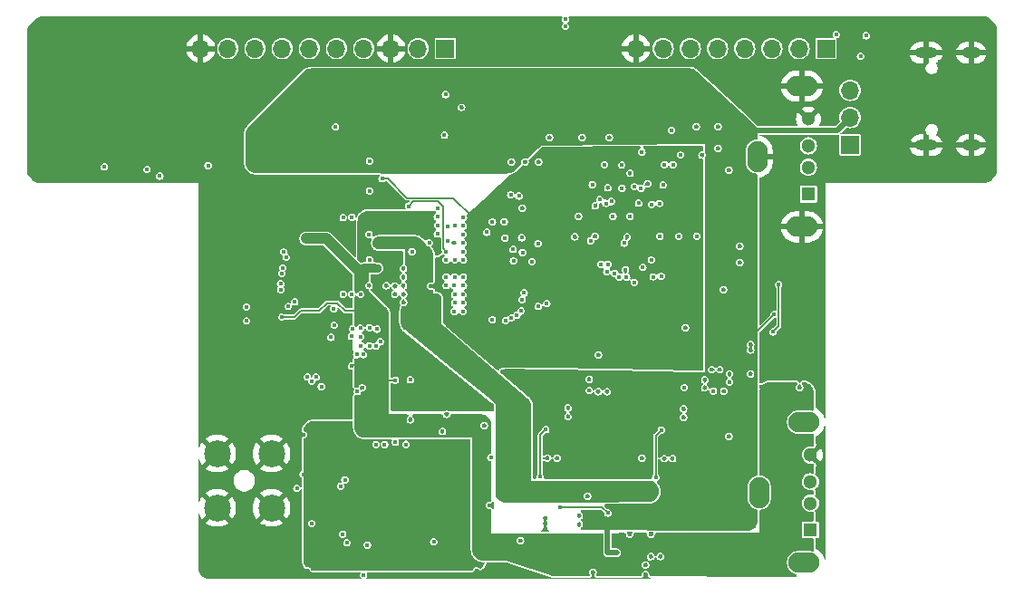
<source format=gbr>
%TF.GenerationSoftware,KiCad,Pcbnew,8.0.6*%
%TF.CreationDate,2024-12-25T08:51:45-08:00*%
%TF.ProjectId,hardware,68617264-7761-4726-952e-6b696361645f,rev?*%
%TF.SameCoordinates,Original*%
%TF.FileFunction,Copper,L2,Inr*%
%TF.FilePolarity,Positive*%
%FSLAX46Y46*%
G04 Gerber Fmt 4.6, Leading zero omitted, Abs format (unit mm)*
G04 Created by KiCad (PCBNEW 8.0.6) date 2024-12-25 08:51:45*
%MOMM*%
%LPD*%
G01*
G04 APERTURE LIST*
%TA.AperFunction,ComponentPad*%
%ADD10R,1.300000X1.300000*%
%TD*%
%TA.AperFunction,ComponentPad*%
%ADD11C,1.300000*%
%TD*%
%TA.AperFunction,ComponentPad*%
%ADD12O,2.900000X1.900000*%
%TD*%
%TA.AperFunction,ComponentPad*%
%ADD13O,1.900000X2.900000*%
%TD*%
%TA.AperFunction,ComponentPad*%
%ADD14O,2.100000X1.000000*%
%TD*%
%TA.AperFunction,ComponentPad*%
%ADD15O,1.800000X1.000000*%
%TD*%
%TA.AperFunction,ComponentPad*%
%ADD16R,1.700000X1.700000*%
%TD*%
%TA.AperFunction,ComponentPad*%
%ADD17O,1.700000X1.700000*%
%TD*%
%TA.AperFunction,ComponentPad*%
%ADD18C,2.500000*%
%TD*%
%TA.AperFunction,ViaPad*%
%ADD19C,0.400000*%
%TD*%
%TA.AperFunction,Conductor*%
%ADD20C,0.150000*%
%TD*%
%TA.AperFunction,Conductor*%
%ADD21C,1.000000*%
%TD*%
%TA.AperFunction,Conductor*%
%ADD22C,0.500000*%
%TD*%
G04 APERTURE END LIST*
D10*
%TO.N,+5V*%
%TO.C,J2*%
X152385000Y-132200000D03*
D11*
%TO.N,/A33_GPIO/USB-DM0*%
X152385000Y-129700000D03*
%TO.N,/A33_GPIO/USB-DP0*%
X152385000Y-127700000D03*
%TO.N,GND*%
X152385000Y-125200000D03*
D12*
X151785000Y-135270000D03*
D13*
X147605000Y-128700000D03*
D12*
X151785000Y-122130000D03*
%TD*%
D10*
%TO.N,+5V*%
%TO.C,J3*%
X152200000Y-100800000D03*
D11*
%TO.N,/A33_GPIO/USB-DM1*%
X152200000Y-98300000D03*
%TO.N,/A33_GPIO/USB-DP1*%
X152200000Y-96300000D03*
%TO.N,GND*%
X152200000Y-93800000D03*
D12*
X151600000Y-103870000D03*
D13*
X147420000Y-97300000D03*
D12*
X151600000Y-90730000D03*
%TD*%
D14*
%TO.N,GND*%
%TO.C,J5*%
X163220000Y-96240000D03*
D15*
X167400000Y-96240000D03*
D14*
X163220000Y-87600000D03*
D15*
X167400000Y-87600000D03*
%TD*%
D16*
%TO.N,V_USB*%
%TO.C,J10*%
X156100000Y-96200000D03*
D17*
%TO.N,+5V*%
X156100000Y-93660000D03*
%TO.N,+5V_Flipper*%
X156100000Y-91120000D03*
%TD*%
D16*
%TO.N,Net-(J6-Pin_1)*%
%TO.C,J6*%
X118280000Y-87200000D03*
D17*
%TO.N,/Flipper_SWC*%
X115740000Y-87200000D03*
%TO.N,GND*%
X113200000Y-87200000D03*
%TO.N,/Flipper_SIO*%
X110660000Y-87200000D03*
%TO.N,/UART_TXD*%
X108120000Y-87200000D03*
%TO.N,/UART_RXD*%
X105580000Y-87200000D03*
%TO.N,/Flipper_C1*%
X103040000Y-87200000D03*
%TO.N,/Flipper_C0*%
X100500000Y-87200000D03*
%TO.N,/Flipper_1W*%
X97960000Y-87200000D03*
%TO.N,GND*%
X95420000Y-87200000D03*
%TD*%
D16*
%TO.N,+5V_Flipper*%
%TO.C,J4*%
X153860000Y-87200000D03*
D17*
%TO.N,/Flipper_A7*%
X151320000Y-87200000D03*
%TO.N,/Flipper_A6*%
X148780000Y-87200000D03*
%TO.N,/Flipper_A4*%
X146240000Y-87200000D03*
%TO.N,/Flipper_B3*%
X143700000Y-87200000D03*
%TO.N,/Flipper_B2*%
X141160000Y-87200000D03*
%TO.N,/Flipper_C3*%
X138620000Y-87200000D03*
%TO.N,GND*%
X136080000Y-87200000D03*
%TD*%
D18*
%TO.N,GND*%
%TO.C,J7*%
X102040000Y-125060000D03*
X96960000Y-125060000D03*
X102040000Y-130140000D03*
X96960000Y-130140000D03*
%TD*%
D19*
%TO.N,+3V3*%
X147800000Y-119300000D03*
X148300000Y-119300000D03*
X148300000Y-118800000D03*
X147800000Y-118800000D03*
%TO.N,/DDR3/VREF*%
X138742341Y-98051525D03*
X134990610Y-105386569D03*
%TO.N,/A33_RAM/DVREF*%
X118363999Y-106170999D03*
X114833400Y-101930200D03*
%TO.N,+3V3*%
X149421401Y-109261461D03*
X148894800Y-113687860D03*
%TO.N,+3V0*%
X127133799Y-127235399D03*
X127660400Y-122809000D03*
%TO.N,+1V35*%
X138463020Y-122861260D03*
X137936419Y-127287659D03*
%TO.N,+1V1*%
X133459220Y-130622040D03*
X129032821Y-130095439D03*
%TO.N,Net-(U2D-RTCVIO)*%
X111201200Y-106934000D03*
%TO.N,/A33_GPIO/RESET*%
X86430000Y-98270000D03*
X96116979Y-98134561D03*
%TO.N,/A33_GPIO/USB-DP0*%
X108737400Y-102997000D03*
%TO.N,/A33_GPIO/USB-DM0*%
X109550200Y-102971600D03*
%TO.N,+3.3VA*%
X111400000Y-124800000D03*
X120000000Y-132000000D03*
X105000000Y-127000000D03*
X118500000Y-134600000D03*
X118000000Y-123000000D03*
X120000000Y-128000000D03*
X110053325Y-119264479D03*
%TO.N,Net-(U2A-DZQ)*%
X119151400Y-103764080D03*
%TO.N,/A33_Power/VCC-EFUSE*%
X115163600Y-106172000D03*
%TO.N,/A33_RAM/CK*%
X135940800Y-109067600D03*
X135940800Y-100101400D03*
%TO.N,/A33_RAM/!CK*%
X136728200Y-107645200D03*
X136570720Y-100243640D03*
%TO.N,Net-(U2D-NMI)*%
X111150400Y-104571800D03*
%TO.N,/A33_RAM/LDM*%
X131851400Y-105168799D03*
X132003800Y-99923600D03*
%TO.N,/A33_RAM/adr13*%
X124433024Y-112392546D03*
X119913400Y-110972600D03*
%TO.N,/A33_RAM/!WE*%
X126371400Y-107118200D03*
X119151400Y-108559600D03*
X137552951Y-101764351D03*
X137530840Y-106963474D03*
%TO.N,/A33_RAM/adr7*%
X125361700Y-111721900D03*
X119151400Y-110210600D03*
%TO.N,/A33_RAM/!CKE*%
X136652000Y-96875600D03*
X118364000Y-109347000D03*
%TO.N,/A33_RAM/d1*%
X125145800Y-100990400D03*
X124612400Y-105968799D03*
%TO.N,/A33_RAM/UDM*%
X122682000Y-103403400D03*
X119948960Y-103759000D03*
%TO.N,/A33_RAM/!CS*%
X125399800Y-104876600D03*
X119938800Y-105384600D03*
X125488700Y-106273600D03*
X123850400Y-104918789D03*
%TO.N,/A33_RAM/!RST*%
X119913400Y-110210600D03*
X124967299Y-112122000D03*
%TO.N,/A33_RAM/d3*%
X119964200Y-106959400D03*
X124387243Y-100866843D03*
%TO.N,/A33_RAM/!CAS*%
X136342123Y-101645915D03*
X119926100Y-106184700D03*
%TO.N,/A33_RAM/d4*%
X135204200Y-108559600D03*
X135535863Y-102868491D03*
%TO.N,/A33_RAM/d0*%
X132715000Y-101320600D03*
X126935280Y-105434214D03*
%TO.N,/A33_RAM/d5*%
X134756582Y-98089689D03*
X134086600Y-108204000D03*
%TO.N,/A33_RAM/d6*%
X133363430Y-108065980D03*
X133940600Y-102870000D03*
%TO.N,/A33_RAM/LDQS*%
X132829914Y-107363475D03*
X133273800Y-101676200D03*
%TO.N,/A33_RAM/adr15*%
X138633200Y-99949000D03*
X119938800Y-111785400D03*
X138455400Y-108483400D03*
X127762000Y-111029800D03*
%TO.N,/A33_RAM/!LDQS*%
X133479647Y-107366090D03*
X133793904Y-101497335D03*
%TO.N,/A33_RAM/!RAS*%
X122148600Y-104368600D03*
X118363999Y-106959400D03*
%TO.N,/A33_RAM/adr9*%
X123901200Y-112642556D03*
X119151400Y-110972600D03*
%TO.N,/A33_RAM/adr3*%
X126960754Y-111309200D03*
X119964200Y-109347000D03*
%TO.N,/A33_RAM/dba2*%
X138303000Y-101676200D03*
X119126000Y-109372400D03*
X137693400Y-108534200D03*
X125450600Y-110667800D03*
%TO.N,/A33_RAM/d7*%
X134785100Y-100266500D03*
X134518400Y-108566000D03*
%TO.N,/A33_RAM/ODT*%
X124643857Y-107048057D03*
X119176800Y-106959400D03*
%TO.N,/A33_RAM/dba1*%
X139549162Y-98044568D03*
X118364000Y-108559600D03*
%TO.N,/A33_RAM/d11*%
X119964200Y-102997000D03*
X123774200Y-103378000D03*
%TO.N,/A33_RAM/dba0*%
X125636202Y-110024998D03*
X119954406Y-108546999D03*
%TO.N,/A33_RAM/adr0*%
X119126000Y-111785400D03*
X122669300Y-112547400D03*
%TO.N,+1V35*%
X140716000Y-115519200D03*
X140017500Y-115519200D03*
X140017500Y-116255800D03*
X140716000Y-116255800D03*
X135354190Y-101752400D03*
X140924280Y-104825800D03*
X139547600Y-97231200D03*
X135548514Y-98081160D03*
X134740600Y-98864570D03*
X128828800Y-98463449D03*
X129921000Y-103682800D03*
X112369600Y-99364800D03*
X141071600Y-97129600D03*
X139407900Y-94822000D03*
X137655300Y-100939600D03*
X116900000Y-109400000D03*
X136348499Y-98045255D03*
X130755218Y-103688222D03*
X132313448Y-103647932D03*
X139186920Y-104851200D03*
X129941933Y-102874467D03*
X131572000Y-97282000D03*
%TO.N,GND*%
X132562600Y-119278400D03*
X133400800Y-119278400D03*
X129743200Y-120789700D03*
X129743200Y-121615200D03*
X128701800Y-125476000D03*
X127812800Y-125476000D03*
X138734800Y-125526800D03*
X142519400Y-118162260D03*
X140545820Y-120878600D03*
X139504420Y-125528260D03*
X144297400Y-119227600D03*
X143314420Y-119229060D03*
X140545820Y-121667460D03*
X142519400Y-118922800D03*
X130792220Y-131663440D03*
X130797300Y-130860800D03*
X135500000Y-132600000D03*
X137500000Y-132600000D03*
X136989820Y-135458200D03*
X136989820Y-136362440D03*
X138379200Y-134683500D03*
X137477500Y-134683500D03*
X144830800Y-117602000D03*
X144830800Y-118386860D03*
X143154400Y-117218460D03*
X143916400Y-117218460D03*
X146812000Y-114881660D03*
X146812000Y-115389660D03*
X148640800Y-111020860D03*
X147853400Y-111020860D03*
X122400000Y-129900000D03*
X130728804Y-102861767D03*
X146800000Y-117600000D03*
X101300000Y-131900000D03*
X138328400Y-104749600D03*
X127600000Y-131100000D03*
X121920000Y-122428000D03*
X135260080Y-104805480D03*
X124460000Y-135636000D03*
X118400000Y-121400000D03*
X99200000Y-131100000D03*
X131572000Y-129032000D03*
X124460000Y-97790000D03*
X111200000Y-101800000D03*
X100900000Y-132800000D03*
X150876000Y-111760000D03*
X110500000Y-118900000D03*
X114363500Y-107759500D03*
X99000000Y-130500000D03*
X111150400Y-109347000D03*
X150100000Y-92500000D03*
X114363500Y-108559600D03*
X99100000Y-99900000D03*
X141732000Y-94488000D03*
X114376200Y-110921800D03*
X144780000Y-123444000D03*
X95800000Y-102800000D03*
X101750000Y-89200000D03*
X135107680Y-107878880D03*
X128016000Y-95504000D03*
X105000000Y-123300000D03*
X135530329Y-98863201D03*
X127000000Y-97790000D03*
X145796000Y-107188000D03*
X105400000Y-110000000D03*
X105000000Y-107000000D03*
X104100000Y-131600000D03*
X113563400Y-109385100D03*
X101650000Y-84750000D03*
X130378200Y-104800400D03*
X103900000Y-109700000D03*
X140258800Y-97142300D03*
X143764000Y-94488000D03*
X100000000Y-129300000D03*
X161200000Y-87900000D03*
X140096240Y-104759760D03*
X112750600Y-109372400D03*
X104100000Y-105500000D03*
X144272000Y-109728000D03*
X133900000Y-87300000D03*
X100100000Y-130500000D03*
X114363500Y-109372400D03*
X142252700Y-97155000D03*
X127600000Y-131600000D03*
X131724400Y-119164100D03*
X105800000Y-131600000D03*
X95600000Y-93600000D03*
X141772640Y-104744520D03*
X128400000Y-84600000D03*
X125730000Y-97790000D03*
X145796000Y-105664000D03*
X106900000Y-102200000D03*
X99900000Y-132200000D03*
X115000000Y-121900000D03*
X158800000Y-97200000D03*
X144780000Y-98552000D03*
X119092337Y-105363599D03*
X104400000Y-133300000D03*
X153900000Y-97700000D03*
X127600000Y-132100000D03*
X121200000Y-136000000D03*
X136652000Y-125476000D03*
X100000000Y-129900000D03*
X103800000Y-133300000D03*
X131064000Y-95504000D03*
X106250000Y-88500000D03*
X143764000Y-96520000D03*
X105000000Y-113100000D03*
X101500000Y-132900000D03*
X104700000Y-131600000D03*
X105400000Y-136000000D03*
X133464300Y-100215700D03*
X132283200Y-101904800D03*
X99500000Y-131700000D03*
X100400000Y-132600000D03*
X103200000Y-133300000D03*
X113563400Y-110172500D03*
X154200000Y-89300000D03*
X119800000Y-92700000D03*
X158400000Y-92300000D03*
X91200000Y-95000000D03*
X99000000Y-129300000D03*
X131724400Y-118110000D03*
X132257800Y-104736900D03*
X164500000Y-88400000D03*
X133146800Y-98056700D03*
X125300000Y-133200000D03*
X151384000Y-118872000D03*
X132080000Y-136144000D03*
X94500000Y-97900000D03*
X100700000Y-131500000D03*
X125476000Y-102108000D03*
X100300000Y-131100000D03*
X103124000Y-119380000D03*
X106900000Y-119400000D03*
X137172700Y-99834700D03*
X114376200Y-110159800D03*
X108712000Y-100584000D03*
X133604000Y-95504000D03*
X164700000Y-95600000D03*
X161700000Y-96000000D03*
X150876000Y-110744000D03*
X140600000Y-118900000D03*
X99000000Y-129900000D03*
X132588000Y-115824000D03*
X140716000Y-113284000D03*
%TO.N,+2V5*%
X122529600Y-125425200D03*
X119913400Y-104571800D03*
%TO.N,+1V1*%
X111798100Y-105625900D03*
X137600000Y-129300000D03*
X136799900Y-129300000D03*
X136799900Y-128233200D03*
X137600000Y-128233200D03*
X117558820Y-111747300D03*
X116776500Y-106959400D03*
X114335620Y-112575280D03*
X115938300Y-105371900D03*
%TO.N,+3V0*%
X121577100Y-119900700D03*
X119913400Y-120523000D03*
X111912400Y-107010200D03*
X121005600Y-120523000D03*
X117563999Y-106197400D03*
X111495840Y-108610400D03*
X120459500Y-119900700D03*
%TO.N,+3V3*%
X99700000Y-112650000D03*
X108010000Y-94520000D03*
X118300000Y-91500000D03*
X103000000Y-112300000D03*
X108757201Y-106233732D03*
X105180000Y-104990000D03*
X113600000Y-118200000D03*
X122575000Y-134400000D03*
X90400000Y-98500000D03*
X118200000Y-95300000D03*
X111937800Y-107746800D03*
X116763800Y-105359200D03*
X115011363Y-118165953D03*
X112750600Y-111760000D03*
X109517157Y-116882843D03*
%TO.N,+5V*%
X138361420Y-124486860D03*
X142171420Y-122886660D03*
X131833620Y-130520440D03*
X133433820Y-134330440D03*
X143162020Y-124055060D03*
X143974820Y-123343860D03*
X144195800Y-112494060D03*
X143383000Y-113205260D03*
X145186400Y-113652300D03*
X148996400Y-112052100D03*
X144500000Y-94600000D03*
X131368800Y-122834400D03*
X132359400Y-124002800D03*
X147200000Y-100800000D03*
X146000000Y-131800000D03*
X154800000Y-85900000D03*
X157600000Y-86000000D03*
X134289800Y-134327900D03*
X127558800Y-124434600D03*
X133172200Y-123291600D03*
%TO.N,/A33_GPIO/LCD_RST*%
X104200000Y-110875000D03*
X111200000Y-113300000D03*
%TO.N,/A33_GPIO/LCD_TE*%
X103600000Y-111300000D03*
X111900000Y-113430000D03*
%TO.N,/SD_DET*%
X110375700Y-110185200D03*
X104407790Y-128300000D03*
%TO.N,/A33_GPIO/RST_N*%
X117200000Y-133300000D03*
X107900000Y-113065305D03*
%TO.N,/A33_GPIO/TXD*%
X105800000Y-118300000D03*
X108692200Y-132600000D03*
%TO.N,/A33_GPIO/WAKE*%
X109500000Y-114100000D03*
X108500000Y-128100000D03*
%TO.N,/A33_GPIO/RXD*%
X105384400Y-117900000D03*
X110644955Y-136429444D03*
%TO.N,/WiFi/LPO*%
X110340000Y-113350000D03*
%TO.N,/WiFi/WL_HOST_WAKE*%
X107600000Y-114200000D03*
%TO.N,/WiFi/WL_REG_ON*%
X109600000Y-113400000D03*
%TO.N,/A33_GPIO/RTS_N*%
X106190918Y-117907461D03*
X109092200Y-133400000D03*
%TO.N,/A33_GPIO/CTS_N*%
X106700000Y-118800000D03*
X111000000Y-133600000D03*
%TO.N,/A33_GPIO/HOST_WAKE*%
X108900000Y-127500000D03*
X110329647Y-114128886D03*
%TO.N,/A33_GPIO/LCD_DIM*%
X107858189Y-111512254D03*
X91600000Y-99125000D03*
%TO.N,/A33_GPIO/D0N*%
X118525000Y-103831278D03*
X103175000Y-106200000D03*
%TO.N,/A33_GPIO/D0P*%
X118525000Y-105208959D03*
X103425081Y-106721257D03*
%TO.N,/A33_GPIO/D1N*%
X102890901Y-109190901D03*
X117563999Y-103721156D03*
%TO.N,/A33_GPIO/D1P*%
X117529647Y-104528886D03*
X102903131Y-109740767D03*
%TO.N,Net-(J8-Pin_14)*%
X99700000Y-111350000D03*
%TO.N,/A33_GPIO/CLKP*%
X102994226Y-108232341D03*
X117529647Y-102928886D03*
%TO.N,/A33_GPIO/CLKN*%
X117600000Y-102100000D03*
X103090901Y-107690901D03*
%TO.N,+5V_Flipper*%
X157075000Y-87925000D03*
%TO.N,/A33_GPIO/D-*%
X129497214Y-85125000D03*
%TO.N,/A33_GPIO/D+*%
X129497214Y-84475000D03*
%TO.N,/A33_GPIO/SDC1.D1*%
X111194004Y-114993856D03*
X114600000Y-124200000D03*
%TO.N,/A33_GPIO/SDC1.CMD*%
X111800000Y-124200000D03*
X110394004Y-114993856D03*
%TO.N,/A33_GPIO/SDC1.CLK*%
X112600000Y-124200000D03*
X110000000Y-115800000D03*
%TO.N,/A33_GPIO/SDC1.D0*%
X110600000Y-115800000D03*
X113600000Y-124000000D03*
%TO.N,/A33_GPIO/SDC1.D3*%
X112200000Y-114600000D03*
%TO.N,/A33_GPIO/SDC1.D2*%
X111811084Y-115019812D03*
%TO.N,/A33_GPIO/UART_RX*%
X108737400Y-110159800D03*
%TO.N,/A33_GPIO/UART_TX*%
X109550200Y-110173000D03*
%TO.N,Net-(U2C-PL2)*%
X111200000Y-97700000D03*
X111203220Y-100503220D03*
%TD*%
D20*
%TO.N,/A33_RAM/DVREF*%
X118100000Y-105907000D02*
X118100000Y-101998959D01*
X118100000Y-101998959D02*
X117584940Y-101483899D01*
X118363999Y-106170999D02*
X118100000Y-105907000D01*
X115279701Y-101483899D02*
X114833400Y-101930200D01*
X117584940Y-101483899D02*
X115279701Y-101483899D01*
%TO.N,+3V3*%
X148894800Y-113687860D02*
X149421401Y-113161259D01*
X149421401Y-113161259D02*
X149421401Y-109261461D01*
%TO.N,+3V0*%
X127133799Y-123335601D02*
X127133799Y-127235399D01*
X127660400Y-122809000D02*
X127133799Y-123335601D01*
%TO.N,+1V35*%
X138463020Y-122861260D02*
X137936419Y-123387861D01*
X137936419Y-123387861D02*
X137936419Y-127287659D01*
%TO.N,+1V1*%
X132932619Y-130095439D02*
X129032821Y-130095439D01*
X133459220Y-130622040D02*
X132932619Y-130095439D01*
%TO.N,+1V35*%
X112369600Y-99364800D02*
X112897002Y-99364800D01*
X112897002Y-99364800D02*
X114716101Y-101183899D01*
X119040099Y-101183899D02*
X114716101Y-101183899D01*
X120700800Y-102844600D02*
X119040099Y-101183899D01*
%TO.N,+3V3*%
X106500000Y-111700000D02*
X104800000Y-111700000D01*
X107200000Y-111000000D02*
X106500000Y-111700000D01*
X109600000Y-116800000D02*
X110100000Y-116800000D01*
X108200000Y-111000000D02*
X107200000Y-111000000D01*
X104200000Y-112300000D02*
X103000000Y-112300000D01*
D21*
X108692950Y-106470450D02*
X110172500Y-107950000D01*
D20*
X104800000Y-111700000D02*
X104200000Y-112300000D01*
X109900000Y-111700000D02*
X108900000Y-111700000D01*
X108762800Y-106400600D02*
X108692950Y-106470450D01*
X113600000Y-118200000D02*
X112900000Y-118200000D01*
D21*
X107188000Y-104965500D02*
X108692950Y-106470450D01*
D20*
X112900000Y-118200000D02*
X112800000Y-118100000D01*
X108900000Y-111700000D02*
X108200000Y-111000000D01*
X109517157Y-116882843D02*
X109600000Y-116800000D01*
D21*
X105283000Y-104965500D02*
X107188000Y-104965500D01*
D20*
%TO.N,+5V*%
X138361420Y-124486860D02*
X139961620Y-122886660D01*
X139961620Y-122886660D02*
X142171420Y-122886660D01*
X131833620Y-130520440D02*
X133433820Y-132120640D01*
X147396200Y-113652300D02*
X145186400Y-113652300D01*
X148996400Y-112052100D02*
X147396200Y-113652300D01*
D22*
X133433820Y-132120640D02*
X133433820Y-134330440D01*
X144750529Y-94850000D02*
X154910000Y-94850000D01*
X144500529Y-94600000D02*
X144750529Y-94850000D01*
D20*
X129159000Y-122834400D02*
X131368800Y-122834400D01*
D22*
X154910000Y-94850000D02*
X156100000Y-93660000D01*
X144500000Y-94600000D02*
X144500000Y-94600529D01*
D20*
X127558800Y-124434600D02*
X129159000Y-122834400D01*
D22*
X144500529Y-94600000D02*
X144500000Y-94600000D01*
X134287260Y-134330440D02*
X134289800Y-134327900D01*
X133433820Y-134330440D02*
X134287260Y-134330440D01*
%TD*%
%TA.AperFunction,Conductor*%
%TO.N,GND*%
G36*
X129198645Y-84214352D02*
G01*
X129212997Y-84249000D01*
X129207657Y-84271245D01*
X129159714Y-84365338D01*
X129142345Y-84475000D01*
X129159714Y-84584661D01*
X129210117Y-84683584D01*
X129210119Y-84683587D01*
X129291354Y-84764822D01*
X129289879Y-84766296D01*
X129305834Y-84792350D01*
X129297068Y-84828814D01*
X129291029Y-84834853D01*
X129291354Y-84835178D01*
X129210119Y-84916412D01*
X129210117Y-84916415D01*
X129159714Y-85015338D01*
X129142345Y-85125000D01*
X129159714Y-85234661D01*
X129197926Y-85309658D01*
X129210119Y-85333587D01*
X129288627Y-85412095D01*
X129387553Y-85462500D01*
X129497214Y-85479869D01*
X129606875Y-85462500D01*
X129705801Y-85412095D01*
X129784309Y-85333587D01*
X129834714Y-85234661D01*
X129852083Y-85125000D01*
X129834714Y-85015339D01*
X129784309Y-84916413D01*
X129705801Y-84837905D01*
X129703074Y-84835178D01*
X129704553Y-84833698D01*
X129688598Y-84807682D01*
X129697340Y-84771212D01*
X129703402Y-84765150D01*
X129703074Y-84764822D01*
X129714345Y-84753551D01*
X129784309Y-84683587D01*
X129834714Y-84584661D01*
X129852083Y-84475000D01*
X129834714Y-84365339D01*
X129786770Y-84271244D01*
X129783829Y-84233858D01*
X129808186Y-84205340D01*
X129830431Y-84200000D01*
X168793255Y-84200000D01*
X168814927Y-84205053D01*
X168984378Y-84288617D01*
X168989913Y-84291812D01*
X169137048Y-84390125D01*
X169199329Y-84431740D01*
X169204414Y-84435642D01*
X169393767Y-84601700D01*
X169398299Y-84606232D01*
X169564357Y-84795585D01*
X169568259Y-84800670D01*
X169708182Y-85010078D01*
X169711385Y-85015626D01*
X169765322Y-85125000D01*
X169794947Y-85185072D01*
X169800000Y-85206744D01*
X169800000Y-98793254D01*
X169794947Y-98814926D01*
X169711387Y-98984370D01*
X169708182Y-98989921D01*
X169568259Y-99199329D01*
X169564357Y-99204414D01*
X169398299Y-99393767D01*
X169393767Y-99398299D01*
X169204414Y-99564357D01*
X169199329Y-99568259D01*
X168989921Y-99708182D01*
X168984370Y-99711387D01*
X168814927Y-99794947D01*
X168793255Y-99800000D01*
X153800000Y-99800000D01*
X153800000Y-100799998D01*
X153800000Y-121765129D01*
X153785648Y-121799777D01*
X153751000Y-121814129D01*
X153716352Y-121799777D01*
X153704398Y-121780271D01*
X153636181Y-121570323D01*
X153531992Y-121365842D01*
X153397098Y-121180175D01*
X153397095Y-121180171D01*
X153234829Y-121017905D01*
X153234824Y-121017901D01*
X153049157Y-120883006D01*
X152899754Y-120806881D01*
X152875398Y-120778364D01*
X152873000Y-120763222D01*
X152873000Y-119400670D01*
X152872814Y-119393077D01*
X152872603Y-119388783D01*
X152872206Y-119380703D01*
X152871644Y-119373094D01*
X152854252Y-119196519D01*
X152852014Y-119181427D01*
X152847196Y-119157203D01*
X152843487Y-119142398D01*
X152804048Y-119012383D01*
X152804048Y-119012382D01*
X152793785Y-118978550D01*
X152788645Y-118964185D01*
X152779193Y-118941365D01*
X152772666Y-118927564D01*
X152762399Y-118908357D01*
X152756007Y-118896399D01*
X152756007Y-118896398D01*
X152756005Y-118896396D01*
X152729180Y-118846209D01*
X152729169Y-118846188D01*
X152691967Y-118776589D01*
X152691963Y-118776582D01*
X152691956Y-118776569D01*
X152684112Y-118763481D01*
X152670389Y-118742943D01*
X152661298Y-118730686D01*
X152661290Y-118730677D01*
X152661281Y-118730664D01*
X152552688Y-118598344D01*
X152552673Y-118598326D01*
X152542437Y-118587033D01*
X152524965Y-118569561D01*
X152513672Y-118559325D01*
X152513654Y-118559310D01*
X152381331Y-118450715D01*
X152381315Y-118450703D01*
X152381310Y-118450699D01*
X152369053Y-118441608D01*
X152348518Y-118427887D01*
X152335429Y-118420042D01*
X152300352Y-118401293D01*
X152249876Y-118374313D01*
X152184422Y-118339326D01*
X152170652Y-118332815D01*
X152170629Y-118332804D01*
X152170611Y-118332796D01*
X152170601Y-118332792D01*
X152147833Y-118323361D01*
X152147819Y-118323356D01*
X152133454Y-118318216D01*
X152133445Y-118318213D01*
X152133436Y-118318210D01*
X151969610Y-118268514D01*
X151969596Y-118268510D01*
X151954804Y-118264804D01*
X151938930Y-118261647D01*
X151930574Y-118259985D01*
X151930570Y-118259984D01*
X151930553Y-118259981D01*
X151915505Y-118257750D01*
X151915487Y-118257747D01*
X151915482Y-118257747D01*
X151915477Y-118257746D01*
X151915465Y-118257745D01*
X151738898Y-118240354D01*
X151731284Y-118239792D01*
X151718926Y-118239186D01*
X151711328Y-118239000D01*
X151711313Y-118239000D01*
X151706372Y-118239000D01*
X151706365Y-118239000D01*
X151700836Y-118239098D01*
X151691831Y-118239419D01*
X151643043Y-118249125D01*
X151643029Y-118249129D01*
X151576536Y-118273930D01*
X151569655Y-118276685D01*
X151569649Y-118276688D01*
X151506379Y-118326444D01*
X151506376Y-118326447D01*
X151463821Y-118383294D01*
X151459539Y-118389308D01*
X151459537Y-118389312D01*
X151433211Y-118465374D01*
X151432416Y-118476499D01*
X151415629Y-118510035D01*
X151380045Y-118521878D01*
X151346509Y-118505091D01*
X151335040Y-118479977D01*
X151333927Y-118472236D01*
X151330159Y-118446028D01*
X151328932Y-118438730D01*
X151293761Y-118366327D01*
X151247268Y-118312671D01*
X151242290Y-118307196D01*
X151242289Y-118307194D01*
X151173562Y-118265303D01*
X151173559Y-118265301D01*
X151105435Y-118245298D01*
X151061632Y-118239000D01*
X151061628Y-118239000D01*
X148622015Y-118239000D01*
X148622010Y-118239000D01*
X148614384Y-118239187D01*
X148602008Y-118239796D01*
X148600722Y-118239891D01*
X148594369Y-118240361D01*
X148594346Y-118240363D01*
X148594336Y-118240364D01*
X148564953Y-118243262D01*
X148564950Y-118243264D01*
X148563754Y-118243382D01*
X148563750Y-118243382D01*
X148507839Y-118248900D01*
X148417406Y-118257826D01*
X148417392Y-118257828D01*
X148402309Y-118260070D01*
X148402287Y-118260074D01*
X148402282Y-118260074D01*
X148402275Y-118260076D01*
X148394395Y-118261647D01*
X148377999Y-118264915D01*
X148363213Y-118268627D01*
X148363186Y-118268634D01*
X148199029Y-118318542D01*
X148198993Y-118318554D01*
X148184615Y-118323712D01*
X148184596Y-118323719D01*
X148161745Y-118333208D01*
X148161742Y-118333210D01*
X148147955Y-118339747D01*
X148147917Y-118339766D01*
X148083452Y-118374311D01*
X148083446Y-118374313D01*
X147996690Y-118420802D01*
X147983613Y-118428661D01*
X147983572Y-118428687D01*
X147963054Y-118442434D01*
X147963037Y-118442446D01*
X147950766Y-118451572D01*
X147950011Y-118452194D01*
X147914134Y-118463119D01*
X147911220Y-118462747D01*
X147860932Y-118454782D01*
X147800000Y-118445131D01*
X147690339Y-118462500D01*
X147690337Y-118462500D01*
X147690337Y-118462501D01*
X147677000Y-118469296D01*
X147639612Y-118472236D01*
X147611096Y-118447878D01*
X147605757Y-118425669D01*
X147602710Y-113785020D01*
X147617038Y-113750365D01*
X148947699Y-112419704D01*
X148982346Y-112405353D01*
X148990006Y-112405956D01*
X148996400Y-112406969D01*
X149106061Y-112389600D01*
X149124655Y-112380126D01*
X149162043Y-112377183D01*
X149190560Y-112401539D01*
X149195901Y-112423785D01*
X149195901Y-113047557D01*
X149181549Y-113082205D01*
X148943500Y-113320253D01*
X148908852Y-113334605D01*
X148901191Y-113334002D01*
X148894804Y-113332991D01*
X148894802Y-113332991D01*
X148894801Y-113332991D01*
X148894800Y-113332991D01*
X148821692Y-113344570D01*
X148785138Y-113350360D01*
X148686215Y-113400763D01*
X148686212Y-113400765D01*
X148607705Y-113479272D01*
X148607703Y-113479275D01*
X148557300Y-113578198D01*
X148539931Y-113687860D01*
X148557300Y-113797521D01*
X148605139Y-113891412D01*
X148607705Y-113896447D01*
X148686213Y-113974955D01*
X148785139Y-114025360D01*
X148894800Y-114042729D01*
X149004461Y-114025360D01*
X149103387Y-113974955D01*
X149181895Y-113896447D01*
X149232300Y-113797521D01*
X149249669Y-113687860D01*
X149248657Y-113681474D01*
X149257409Y-113645008D01*
X149262399Y-113639164D01*
X149542244Y-113359320D01*
X149542247Y-113359318D01*
X149549136Y-113352429D01*
X149549137Y-113352429D01*
X149612571Y-113288995D01*
X149646901Y-113206114D01*
X149646901Y-109551939D01*
X149661253Y-109517291D01*
X149684610Y-109493934D01*
X149708496Y-109470048D01*
X149758901Y-109371122D01*
X149776270Y-109261461D01*
X149758901Y-109151800D01*
X149708496Y-109052874D01*
X149629988Y-108974366D01*
X149629985Y-108974364D01*
X149531062Y-108923961D01*
X149421401Y-108906592D01*
X149311739Y-108923961D01*
X149212816Y-108974364D01*
X149212813Y-108974366D01*
X149134306Y-109052873D01*
X149134304Y-109052876D01*
X149083901Y-109151799D01*
X149066532Y-109261461D01*
X149083901Y-109371122D01*
X149134304Y-109470045D01*
X149134306Y-109470048D01*
X149181549Y-109517291D01*
X149195901Y-109551939D01*
X149195901Y-111680415D01*
X149181549Y-111715063D01*
X149146901Y-111729415D01*
X149124657Y-111724075D01*
X149106061Y-111714600D01*
X148996400Y-111697231D01*
X148886738Y-111714600D01*
X148787815Y-111765003D01*
X148787812Y-111765005D01*
X148709305Y-111843512D01*
X148709303Y-111843515D01*
X148658900Y-111942438D01*
X148641531Y-112052102D01*
X148641531Y-112052104D01*
X148642542Y-112058491D01*
X148633784Y-112094957D01*
X148628793Y-112100800D01*
X147685849Y-113043744D01*
X147651201Y-113058096D01*
X147616553Y-113043744D01*
X147602201Y-113009128D01*
X147596034Y-103615999D01*
X149664056Y-103615999D01*
X149664057Y-103616000D01*
X150501656Y-103616000D01*
X150474979Y-103680402D01*
X150450000Y-103805981D01*
X150450000Y-103934019D01*
X150474979Y-104059598D01*
X150501656Y-104124000D01*
X149664056Y-104124000D01*
X149677900Y-104211413D01*
X149677901Y-104211416D01*
X149748818Y-104429676D01*
X149853007Y-104634157D01*
X149987901Y-104819824D01*
X149987905Y-104819829D01*
X150150171Y-104982095D01*
X150150175Y-104982098D01*
X150335842Y-105116992D01*
X150540323Y-105221181D01*
X150758583Y-105292098D01*
X150758586Y-105292099D01*
X150985254Y-105328000D01*
X151346000Y-105328000D01*
X151346000Y-104520000D01*
X151854000Y-104520000D01*
X151854000Y-105328000D01*
X152214746Y-105328000D01*
X152441413Y-105292099D01*
X152441416Y-105292098D01*
X152659676Y-105221181D01*
X152864157Y-105116992D01*
X153049824Y-104982098D01*
X153049829Y-104982095D01*
X153212095Y-104819829D01*
X153212098Y-104819824D01*
X153346992Y-104634157D01*
X153451181Y-104429676D01*
X153522098Y-104211416D01*
X153522099Y-104211413D01*
X153535944Y-104124000D01*
X152698344Y-104124000D01*
X152725021Y-104059598D01*
X152750000Y-103934019D01*
X152750000Y-103805981D01*
X152725021Y-103680402D01*
X152698344Y-103616000D01*
X153535943Y-103616000D01*
X153535943Y-103615999D01*
X153522099Y-103528586D01*
X153522098Y-103528583D01*
X153451181Y-103310323D01*
X153346992Y-103105842D01*
X153212098Y-102920175D01*
X153212095Y-102920171D01*
X153049829Y-102757905D01*
X153049824Y-102757901D01*
X152864157Y-102623007D01*
X152659676Y-102518818D01*
X152441416Y-102447901D01*
X152441413Y-102447900D01*
X152214746Y-102412000D01*
X151854000Y-102412000D01*
X151854000Y-103220000D01*
X151346000Y-103220000D01*
X151346000Y-102412000D01*
X150985254Y-102412000D01*
X150758586Y-102447900D01*
X150758583Y-102447901D01*
X150540323Y-102518818D01*
X150335842Y-102623007D01*
X150150175Y-102757901D01*
X149987901Y-102920175D01*
X149853007Y-103105842D01*
X149748818Y-103310323D01*
X149677901Y-103528583D01*
X149677900Y-103528586D01*
X149664056Y-103615999D01*
X147596034Y-103615999D01*
X147593749Y-100135176D01*
X151399500Y-100135176D01*
X151399500Y-101464823D01*
X151408232Y-101508721D01*
X151441495Y-101558504D01*
X151469095Y-101576945D01*
X151491278Y-101591767D01*
X151535180Y-101600500D01*
X152864820Y-101600500D01*
X152908722Y-101591767D01*
X152958504Y-101558504D01*
X152991767Y-101508722D01*
X153000500Y-101464820D01*
X153000500Y-100135180D01*
X152991767Y-100091278D01*
X152958504Y-100041495D01*
X152908721Y-100008232D01*
X152864823Y-99999500D01*
X152864820Y-99999500D01*
X151535180Y-99999500D01*
X151535176Y-99999500D01*
X151491278Y-100008232D01*
X151441495Y-100041495D01*
X151408232Y-100091278D01*
X151399500Y-100135176D01*
X147593749Y-100135176D01*
X147593194Y-99290622D01*
X147607523Y-99255967D01*
X147634529Y-99242195D01*
X147761413Y-99222099D01*
X147761416Y-99222098D01*
X147979676Y-99151181D01*
X148184157Y-99046992D01*
X148369824Y-98912098D01*
X148369829Y-98912095D01*
X148532095Y-98749829D01*
X148532098Y-98749824D01*
X148666992Y-98564157D01*
X148771181Y-98359676D01*
X148790571Y-98300000D01*
X151394435Y-98300000D01*
X151414631Y-98479249D01*
X151414633Y-98479258D01*
X151474212Y-98649526D01*
X151568290Y-98799248D01*
X151570184Y-98802262D01*
X151697738Y-98929816D01*
X151697740Y-98929817D01*
X151850473Y-99025787D01*
X151850477Y-99025788D01*
X151850478Y-99025789D01*
X152020745Y-99085368D01*
X152200000Y-99105565D01*
X152379255Y-99085368D01*
X152549522Y-99025789D01*
X152549524Y-99025787D01*
X152549526Y-99025787D01*
X152610385Y-98987546D01*
X152702262Y-98929816D01*
X152829816Y-98802262D01*
X152894101Y-98699953D01*
X152925787Y-98649526D01*
X152925787Y-98649524D01*
X152925789Y-98649522D01*
X152985368Y-98479255D01*
X153005565Y-98300000D01*
X152985368Y-98120745D01*
X152925789Y-97950478D01*
X152925788Y-97950477D01*
X152925787Y-97950473D01*
X152829817Y-97797740D01*
X152829816Y-97797738D01*
X152702262Y-97670184D01*
X152700911Y-97669335D01*
X152549526Y-97574212D01*
X152379258Y-97514633D01*
X152379257Y-97514632D01*
X152379255Y-97514632D01*
X152379251Y-97514631D01*
X152379249Y-97514631D01*
X152200000Y-97494435D01*
X152020750Y-97514631D01*
X152020741Y-97514633D01*
X151850473Y-97574212D01*
X151697740Y-97670182D01*
X151697736Y-97670185D01*
X151570185Y-97797736D01*
X151570182Y-97797740D01*
X151474212Y-97950473D01*
X151414633Y-98120741D01*
X151414631Y-98120750D01*
X151394435Y-98300000D01*
X148790571Y-98300000D01*
X148842098Y-98141416D01*
X148842099Y-98141413D01*
X148878000Y-97914746D01*
X148878000Y-97554000D01*
X148070000Y-97554000D01*
X148070000Y-97046000D01*
X148878000Y-97046000D01*
X148878000Y-96685253D01*
X148842099Y-96458586D01*
X148842098Y-96458583D01*
X148790571Y-96300000D01*
X151394435Y-96300000D01*
X151414631Y-96479249D01*
X151414633Y-96479258D01*
X151474212Y-96649526D01*
X151570182Y-96802259D01*
X151570184Y-96802262D01*
X151697738Y-96929816D01*
X151697740Y-96929817D01*
X151850473Y-97025787D01*
X151850477Y-97025788D01*
X151850478Y-97025789D01*
X152020745Y-97085368D01*
X152200000Y-97105565D01*
X152379255Y-97085368D01*
X152549522Y-97025789D01*
X152549524Y-97025787D01*
X152549526Y-97025787D01*
X152609561Y-96988064D01*
X152702262Y-96929816D01*
X152829816Y-96802262D01*
X152903338Y-96685253D01*
X152925787Y-96649526D01*
X152925787Y-96649524D01*
X152925789Y-96649522D01*
X152985368Y-96479255D01*
X153005565Y-96300000D01*
X152985368Y-96120745D01*
X152925789Y-95950478D01*
X152925788Y-95950477D01*
X152925787Y-95950473D01*
X152829817Y-95797740D01*
X152829816Y-95797738D01*
X152702262Y-95670184D01*
X152697585Y-95667245D01*
X152549526Y-95574212D01*
X152379258Y-95514633D01*
X152379257Y-95514632D01*
X152379255Y-95514632D01*
X152379251Y-95514631D01*
X152379249Y-95514631D01*
X152200000Y-95494435D01*
X152020750Y-95514631D01*
X152020741Y-95514633D01*
X151850473Y-95574212D01*
X151697740Y-95670182D01*
X151697736Y-95670185D01*
X151570185Y-95797736D01*
X151570182Y-95797740D01*
X151474212Y-95950473D01*
X151414633Y-96120741D01*
X151414631Y-96120750D01*
X151394435Y-96300000D01*
X148790571Y-96300000D01*
X148771181Y-96240323D01*
X148666992Y-96035842D01*
X148532098Y-95850175D01*
X148532095Y-95850171D01*
X148369829Y-95687905D01*
X148369824Y-95687901D01*
X148184157Y-95553007D01*
X147979676Y-95448818D01*
X147761416Y-95377901D01*
X147761415Y-95377900D01*
X147631913Y-95357389D01*
X147599937Y-95337793D01*
X147590580Y-95309022D01*
X147590574Y-95299525D01*
X147604908Y-95264870D01*
X147639548Y-95250500D01*
X154962730Y-95250500D01*
X154962730Y-95250499D01*
X155031152Y-95232166D01*
X155049421Y-95227271D01*
X155086603Y-95232166D01*
X155109433Y-95261919D01*
X155107838Y-95286279D01*
X155109174Y-95286545D01*
X155099500Y-95335176D01*
X155099500Y-97064823D01*
X155108232Y-97108721D01*
X155141495Y-97158504D01*
X155191278Y-97191767D01*
X155235180Y-97200500D01*
X156964820Y-97200500D01*
X157008722Y-97191767D01*
X157058504Y-97158504D01*
X157091767Y-97108722D01*
X157100500Y-97064820D01*
X157100500Y-95985999D01*
X161692775Y-95985999D01*
X161692776Y-95986000D01*
X162509940Y-95986000D01*
X162485795Y-95999940D01*
X162429940Y-96055795D01*
X162390444Y-96124204D01*
X162370000Y-96200504D01*
X162370000Y-96279496D01*
X162390444Y-96355796D01*
X162429940Y-96424205D01*
X162485795Y-96480060D01*
X162509940Y-96494000D01*
X161692775Y-96494000D01*
X161700734Y-96534013D01*
X161700737Y-96534024D01*
X161776720Y-96717463D01*
X161887034Y-96882561D01*
X162027438Y-97022965D01*
X162192536Y-97133279D01*
X162375969Y-97209260D01*
X162375988Y-97209265D01*
X162570715Y-97247999D01*
X162570722Y-97248000D01*
X162966000Y-97248000D01*
X162966000Y-96540000D01*
X163474000Y-96540000D01*
X163474000Y-97248000D01*
X163869278Y-97248000D01*
X163869284Y-97247999D01*
X164064011Y-97209265D01*
X164064030Y-97209260D01*
X164247463Y-97133279D01*
X164412561Y-97022965D01*
X164552965Y-96882561D01*
X164663279Y-96717463D01*
X164739262Y-96534024D01*
X164739265Y-96534013D01*
X164747224Y-96494000D01*
X163930060Y-96494000D01*
X163954205Y-96480060D01*
X164010060Y-96424205D01*
X164049556Y-96355796D01*
X164070000Y-96279496D01*
X164070000Y-96200504D01*
X164049556Y-96124204D01*
X164010060Y-96055795D01*
X163954205Y-95999940D01*
X163930060Y-95986000D01*
X164747224Y-95986000D01*
X164747224Y-95985999D01*
X166022775Y-95985999D01*
X166022776Y-95986000D01*
X166839940Y-95986000D01*
X166815795Y-95999940D01*
X166759940Y-96055795D01*
X166720444Y-96124204D01*
X166700000Y-96200504D01*
X166700000Y-96279496D01*
X166720444Y-96355796D01*
X166759940Y-96424205D01*
X166815795Y-96480060D01*
X166839940Y-96494000D01*
X166022775Y-96494000D01*
X166030734Y-96534013D01*
X166030737Y-96534024D01*
X166106720Y-96717463D01*
X166217034Y-96882561D01*
X166357438Y-97022965D01*
X166522536Y-97133279D01*
X166705969Y-97209260D01*
X166705988Y-97209265D01*
X166900715Y-97247999D01*
X166900722Y-97248000D01*
X167146000Y-97248000D01*
X167146000Y-96540000D01*
X167654000Y-96540000D01*
X167654000Y-97248000D01*
X167899278Y-97248000D01*
X167899284Y-97247999D01*
X168094011Y-97209265D01*
X168094030Y-97209260D01*
X168277463Y-97133279D01*
X168442561Y-97022965D01*
X168582965Y-96882561D01*
X168693279Y-96717463D01*
X168769262Y-96534024D01*
X168769265Y-96534013D01*
X168777224Y-96494000D01*
X167960060Y-96494000D01*
X167984205Y-96480060D01*
X168040060Y-96424205D01*
X168079556Y-96355796D01*
X168100000Y-96279496D01*
X168100000Y-96200504D01*
X168079556Y-96124204D01*
X168040060Y-96055795D01*
X167984205Y-95999940D01*
X167960060Y-95986000D01*
X168777224Y-95986000D01*
X168777224Y-95985999D01*
X168769265Y-95945986D01*
X168769262Y-95945975D01*
X168693279Y-95762536D01*
X168582965Y-95597438D01*
X168442561Y-95457034D01*
X168277463Y-95346720D01*
X168094030Y-95270739D01*
X168094011Y-95270734D01*
X167899284Y-95232000D01*
X167654000Y-95232000D01*
X167654000Y-95940000D01*
X167146000Y-95940000D01*
X167146000Y-95232000D01*
X166900715Y-95232000D01*
X166705988Y-95270734D01*
X166705969Y-95270739D01*
X166522536Y-95346720D01*
X166357438Y-95457034D01*
X166217034Y-95597438D01*
X166106720Y-95762536D01*
X166030737Y-95945975D01*
X166030734Y-95945986D01*
X166022775Y-95985999D01*
X164747224Y-95985999D01*
X164739265Y-95945986D01*
X164739262Y-95945975D01*
X164663279Y-95762536D01*
X164552965Y-95597438D01*
X164412561Y-95457034D01*
X164247465Y-95346721D01*
X164138222Y-95301471D01*
X164111704Y-95274952D01*
X164111704Y-95237449D01*
X164122321Y-95221558D01*
X164180515Y-95163365D01*
X164256281Y-95032135D01*
X164295499Y-94885769D01*
X164295500Y-94885769D01*
X164295500Y-94734231D01*
X164295499Y-94734230D01*
X164270849Y-94642234D01*
X164256281Y-94587865D01*
X164256280Y-94587864D01*
X164256280Y-94587862D01*
X164208246Y-94504666D01*
X164180515Y-94456635D01*
X164073365Y-94349485D01*
X164046134Y-94333763D01*
X163942137Y-94273719D01*
X163942133Y-94273718D01*
X163795769Y-94234500D01*
X163795766Y-94234500D01*
X163644234Y-94234500D01*
X163644231Y-94234500D01*
X163497866Y-94273718D01*
X163497862Y-94273719D01*
X163366634Y-94349485D01*
X163366634Y-94349486D01*
X163259486Y-94456634D01*
X163259485Y-94456634D01*
X163183719Y-94587862D01*
X163183718Y-94587866D01*
X163144500Y-94734230D01*
X163144500Y-94885769D01*
X163183718Y-95032133D01*
X163183719Y-95032137D01*
X163209143Y-95076171D01*
X163259485Y-95163365D01*
X163366635Y-95270515D01*
X163449501Y-95318358D01*
X163472330Y-95348109D01*
X163474000Y-95360791D01*
X163474000Y-95940000D01*
X162966000Y-95940000D01*
X162966000Y-95232000D01*
X162570715Y-95232000D01*
X162375988Y-95270734D01*
X162375969Y-95270739D01*
X162192536Y-95346720D01*
X162027438Y-95457034D01*
X161887034Y-95597438D01*
X161776720Y-95762536D01*
X161700737Y-95945975D01*
X161700734Y-95945986D01*
X161692775Y-95985999D01*
X157100500Y-95985999D01*
X157100500Y-95335180D01*
X157091767Y-95291278D01*
X157088427Y-95286279D01*
X157058504Y-95241495D01*
X157008721Y-95208232D01*
X156964823Y-95199500D01*
X156964820Y-95199500D01*
X155245189Y-95199500D01*
X155210541Y-95185148D01*
X155196189Y-95150500D01*
X155210541Y-95115852D01*
X155332456Y-94993937D01*
X155711620Y-94614771D01*
X155746267Y-94600420D01*
X155760488Y-94602529D01*
X155903868Y-94646024D01*
X156100000Y-94665341D01*
X156296132Y-94646024D01*
X156484727Y-94588814D01*
X156658538Y-94495910D01*
X156810883Y-94370883D01*
X156935910Y-94218538D01*
X157028814Y-94044727D01*
X157086024Y-93856132D01*
X157105341Y-93660000D01*
X157086024Y-93463868D01*
X157028814Y-93275273D01*
X156935910Y-93101462D01*
X156935907Y-93101458D01*
X156935905Y-93101455D01*
X156882537Y-93036427D01*
X156810883Y-92949117D01*
X156731834Y-92884243D01*
X156658544Y-92824094D01*
X156658541Y-92824092D01*
X156658539Y-92824091D01*
X156658538Y-92824090D01*
X156526180Y-92753343D01*
X156484726Y-92731185D01*
X156296132Y-92673976D01*
X156100000Y-92654659D01*
X155903867Y-92673976D01*
X155903866Y-92673976D01*
X155715273Y-92731185D01*
X155541458Y-92824092D01*
X155541455Y-92824094D01*
X155389117Y-92949117D01*
X155264094Y-93101455D01*
X155264092Y-93101458D01*
X155171185Y-93275273D01*
X155113976Y-93463866D01*
X155113976Y-93463867D01*
X155094659Y-93659999D01*
X155094659Y-93660000D01*
X155113976Y-93856132D01*
X155113976Y-93856133D01*
X155157468Y-93999507D01*
X155153792Y-94036830D01*
X155145226Y-94048379D01*
X154758459Y-94435148D01*
X154723811Y-94449500D01*
X153249343Y-94449500D01*
X153214695Y-94435148D01*
X153200343Y-94400500D01*
X153205480Y-94378659D01*
X153284428Y-94220110D01*
X153343159Y-94013690D01*
X153362960Y-93800000D01*
X153343159Y-93586309D01*
X153284428Y-93379889D01*
X153188770Y-93187782D01*
X153188766Y-93187776D01*
X153181308Y-93177900D01*
X152643333Y-93715874D01*
X152619333Y-93626306D01*
X152560090Y-93523694D01*
X152476306Y-93439910D01*
X152373694Y-93380667D01*
X152284122Y-93356666D01*
X152819325Y-92821464D01*
X152718373Y-92758958D01*
X152518263Y-92681436D01*
X152518255Y-92681434D01*
X152307303Y-92642000D01*
X152092697Y-92642000D01*
X151881744Y-92681434D01*
X151881736Y-92681436D01*
X151681626Y-92758958D01*
X151580673Y-92821464D01*
X152115875Y-93356666D01*
X152026306Y-93380667D01*
X151923694Y-93439910D01*
X151839910Y-93523694D01*
X151780667Y-93626306D01*
X151756666Y-93715876D01*
X151218691Y-93177900D01*
X151211232Y-93187778D01*
X151211229Y-93187782D01*
X151115571Y-93379889D01*
X151056840Y-93586309D01*
X151037039Y-93800000D01*
X151056840Y-94013690D01*
X151115571Y-94220110D01*
X151194520Y-94378659D01*
X151197117Y-94416072D01*
X151172498Y-94444363D01*
X151150657Y-94449500D01*
X147450783Y-94449500D01*
X147416135Y-94435148D01*
X147408091Y-94424550D01*
X147394403Y-94400253D01*
X147393228Y-94398167D01*
X147384711Y-94384709D01*
X147369828Y-94363662D01*
X147359977Y-94351145D01*
X147359971Y-94351138D01*
X147359955Y-94351119D01*
X147292346Y-94273719D01*
X147238158Y-94211682D01*
X147232763Y-94205815D01*
X147223785Y-94196542D01*
X147218100Y-94190964D01*
X147190968Y-94165671D01*
X147012726Y-93999507D01*
X143324782Y-90561455D01*
X143233115Y-90475999D01*
X149664056Y-90475999D01*
X149664057Y-90476000D01*
X150501656Y-90476000D01*
X150474979Y-90540402D01*
X150450000Y-90665981D01*
X150450000Y-90794019D01*
X150474979Y-90919598D01*
X150501656Y-90984000D01*
X149664056Y-90984000D01*
X149677900Y-91071413D01*
X149677901Y-91071416D01*
X149748818Y-91289676D01*
X149853007Y-91494157D01*
X149987901Y-91679824D01*
X149987905Y-91679829D01*
X150150171Y-91842095D01*
X150150175Y-91842098D01*
X150335842Y-91976992D01*
X150540323Y-92081181D01*
X150758583Y-92152098D01*
X150758586Y-92152099D01*
X150985254Y-92188000D01*
X151346000Y-92188000D01*
X151346000Y-91380000D01*
X151854000Y-91380000D01*
X151854000Y-92188000D01*
X152214746Y-92188000D01*
X152441413Y-92152099D01*
X152441416Y-92152098D01*
X152659676Y-92081181D01*
X152864157Y-91976992D01*
X153049824Y-91842098D01*
X153049829Y-91842095D01*
X153212095Y-91679829D01*
X153212098Y-91679824D01*
X153346992Y-91494157D01*
X153451181Y-91289676D01*
X153506312Y-91119999D01*
X155094659Y-91119999D01*
X155094659Y-91120000D01*
X155113976Y-91316132D01*
X155113976Y-91316133D01*
X155171185Y-91504726D01*
X155264092Y-91678541D01*
X155264094Y-91678544D01*
X155330310Y-91759227D01*
X155389117Y-91830883D01*
X155476427Y-91902537D01*
X155541455Y-91955905D01*
X155541458Y-91955907D01*
X155541462Y-91955910D01*
X155715273Y-92048814D01*
X155903868Y-92106024D01*
X156100000Y-92125341D01*
X156296132Y-92106024D01*
X156484727Y-92048814D01*
X156658538Y-91955910D01*
X156810883Y-91830883D01*
X156935910Y-91678538D01*
X157028814Y-91504727D01*
X157086024Y-91316132D01*
X157105341Y-91120000D01*
X157086024Y-90923868D01*
X157028814Y-90735273D01*
X156935910Y-90561462D01*
X156935907Y-90561458D01*
X156935905Y-90561455D01*
X156865772Y-90475999D01*
X156810883Y-90409117D01*
X156696993Y-90315649D01*
X156658544Y-90284094D01*
X156658541Y-90284092D01*
X156658539Y-90284091D01*
X156658538Y-90284090D01*
X156548198Y-90225112D01*
X156484726Y-90191185D01*
X156296132Y-90133976D01*
X156100000Y-90114659D01*
X155903867Y-90133976D01*
X155903866Y-90133976D01*
X155715273Y-90191185D01*
X155541458Y-90284092D01*
X155541455Y-90284094D01*
X155389117Y-90409117D01*
X155264094Y-90561455D01*
X155264092Y-90561458D01*
X155171185Y-90735273D01*
X155113976Y-90923866D01*
X155113976Y-90923867D01*
X155094659Y-91119999D01*
X153506312Y-91119999D01*
X153522098Y-91071416D01*
X153522099Y-91071413D01*
X153535944Y-90984000D01*
X152698344Y-90984000D01*
X152725021Y-90919598D01*
X152750000Y-90794019D01*
X152750000Y-90665981D01*
X152725021Y-90540402D01*
X152698344Y-90476000D01*
X153535943Y-90476000D01*
X153535943Y-90475999D01*
X153522099Y-90388586D01*
X153522098Y-90388583D01*
X153451181Y-90170323D01*
X153346992Y-89965842D01*
X153212098Y-89780175D01*
X153212095Y-89780171D01*
X153049829Y-89617905D01*
X153049824Y-89617901D01*
X152864157Y-89483007D01*
X152659676Y-89378818D01*
X152441416Y-89307901D01*
X152441413Y-89307900D01*
X152214746Y-89272000D01*
X151854000Y-89272000D01*
X151854000Y-90080000D01*
X151346000Y-90080000D01*
X151346000Y-89272000D01*
X150985254Y-89272000D01*
X150758586Y-89307900D01*
X150758583Y-89307901D01*
X150540323Y-89378818D01*
X150335842Y-89483007D01*
X150150175Y-89617901D01*
X149987901Y-89780175D01*
X149853007Y-89965842D01*
X149748818Y-90170323D01*
X149677901Y-90388583D01*
X149677900Y-90388586D01*
X149664056Y-90475999D01*
X143233115Y-90475999D01*
X141902915Y-89235933D01*
X141876427Y-89211240D01*
X141870983Y-89206398D01*
X141861974Y-89198756D01*
X141861964Y-89198748D01*
X141861950Y-89198736D01*
X141856308Y-89194173D01*
X141722005Y-89090679D01*
X141721996Y-89090673D01*
X141710051Y-89082331D01*
X141710039Y-89082323D01*
X141703089Y-89077939D01*
X141690085Y-89069736D01*
X141687130Y-89068060D01*
X141677422Y-89062555D01*
X141677415Y-89062551D01*
X141677408Y-89062547D01*
X141677402Y-89062544D01*
X141545389Y-88995658D01*
X141545388Y-88995658D01*
X141545387Y-88995657D01*
X141538690Y-88992264D01*
X141531456Y-88988599D01*
X141527746Y-88986933D01*
X141518170Y-88982632D01*
X141518157Y-88982626D01*
X141518153Y-88982625D01*
X141514669Y-88981253D01*
X141496221Y-88973987D01*
X141496208Y-88973982D01*
X141482395Y-88969278D01*
X141325223Y-88923848D01*
X141325225Y-88923848D01*
X141325220Y-88923847D01*
X141317250Y-88921942D01*
X141311011Y-88920452D01*
X141287843Y-88916056D01*
X141273448Y-88914019D01*
X141273430Y-88914017D01*
X141273428Y-88914017D01*
X141257276Y-88912497D01*
X141133007Y-88900806D01*
X141133004Y-88900806D01*
X141125956Y-88900143D01*
X141104621Y-88898137D01*
X141097355Y-88897625D01*
X141097340Y-88897624D01*
X141097336Y-88897624D01*
X141085578Y-88897072D01*
X141085574Y-88897071D01*
X141085555Y-88897071D01*
X141078262Y-88896900D01*
X105779601Y-88896900D01*
X105779586Y-88896900D01*
X105771988Y-88897086D01*
X105759629Y-88897692D01*
X105752014Y-88898254D01*
X105575424Y-88915647D01*
X105560355Y-88917881D01*
X105536102Y-88922705D01*
X105536101Y-88922705D01*
X105521318Y-88926409D01*
X105521275Y-88926421D01*
X105357458Y-88976115D01*
X105343100Y-88981253D01*
X105343091Y-88981256D01*
X105343089Y-88981257D01*
X105320288Y-88990701D01*
X105320282Y-88990704D01*
X105306475Y-88997233D01*
X105155485Y-89077939D01*
X105142391Y-89085788D01*
X105142377Y-89085797D01*
X105121859Y-89099506D01*
X105121854Y-89099510D01*
X105109634Y-89108573D01*
X105109573Y-89108620D01*
X104972433Y-89221169D01*
X104966641Y-89226165D01*
X104957492Y-89234459D01*
X104951982Y-89239705D01*
X102691689Y-91500000D01*
X101491689Y-92700000D01*
X99806105Y-94385582D01*
X99800864Y-94391087D01*
X99792555Y-94400253D01*
X99787575Y-94406027D01*
X99775762Y-94420422D01*
X99694041Y-94519999D01*
X99694041Y-94520000D01*
X99675003Y-94543196D01*
X99665904Y-94555464D01*
X99652197Y-94575977D01*
X99652188Y-94575991D01*
X99644339Y-94589085D01*
X99563633Y-94740075D01*
X99557104Y-94753882D01*
X99557098Y-94753896D01*
X99547656Y-94776691D01*
X99547653Y-94776700D01*
X99542509Y-94791076D01*
X99533130Y-94821999D01*
X99533130Y-94822000D01*
X99492817Y-94954889D01*
X99492808Y-94954922D01*
X99489108Y-94969691D01*
X99489105Y-94969702D01*
X99484281Y-94993954D01*
X99482047Y-95009027D01*
X99475435Y-95076170D01*
X99475435Y-95076171D01*
X99464655Y-95185608D01*
X99464095Y-95193206D01*
X99463485Y-95205590D01*
X99463300Y-95213184D01*
X99463300Y-97827272D01*
X99463486Y-97834871D01*
X99464090Y-97847194D01*
X99464651Y-97854811D01*
X99481999Y-98031178D01*
X99484230Y-98046239D01*
X99489034Y-98070427D01*
X99489037Y-98070439D01*
X99492737Y-98085233D01*
X99492743Y-98085255D01*
X99542309Y-98248877D01*
X99547446Y-98263250D01*
X99547450Y-98263260D01*
X99556855Y-98285997D01*
X99556864Y-98286018D01*
X99563377Y-98299810D01*
X99643885Y-98450658D01*
X99643887Y-98450662D01*
X99651708Y-98463731D01*
X99651716Y-98463742D01*
X99665390Y-98484242D01*
X99674461Y-98496494D01*
X99674468Y-98496503D01*
X99674478Y-98496516D01*
X99782812Y-98628763D01*
X99782815Y-98628766D01*
X99782822Y-98628774D01*
X99782828Y-98628781D01*
X99793054Y-98640086D01*
X99793067Y-98640100D01*
X99802471Y-98649522D01*
X99810476Y-98657543D01*
X99810506Y-98657570D01*
X99821723Y-98667760D01*
X99821745Y-98667779D01*
X99821753Y-98667786D01*
X99868164Y-98705965D01*
X99868188Y-98705986D01*
X99926637Y-98754065D01*
X99953812Y-98776419D01*
X99966038Y-98785510D01*
X99986524Y-98799237D01*
X99986534Y-98799243D01*
X99986540Y-98799247D01*
X99986543Y-98799248D01*
X99999589Y-98807091D01*
X100150286Y-98887913D01*
X100164059Y-98894452D01*
X100186835Y-98903926D01*
X100201170Y-98909081D01*
X100364715Y-98958989D01*
X100379492Y-98962717D01*
X100379520Y-98962722D01*
X100379526Y-98962724D01*
X100384903Y-98963803D01*
X100403678Y-98967573D01*
X100418750Y-98969838D01*
X100545404Y-98982557D01*
X100595063Y-98987544D01*
X100602660Y-98988119D01*
X100614980Y-98988749D01*
X100622603Y-98988952D01*
X112108082Y-99012439D01*
X112142701Y-99026862D01*
X112156982Y-99061539D01*
X112142631Y-99096087D01*
X112082503Y-99156215D01*
X112032100Y-99255138D01*
X112014731Y-99364800D01*
X112032100Y-99474461D01*
X112078983Y-99566476D01*
X112082505Y-99573387D01*
X112161013Y-99651895D01*
X112259939Y-99702300D01*
X112369600Y-99719669D01*
X112479261Y-99702300D01*
X112578187Y-99651895D01*
X112625430Y-99604652D01*
X112660078Y-99590300D01*
X112783301Y-99590300D01*
X112817949Y-99604652D01*
X114524930Y-101311634D01*
X114524931Y-101311635D01*
X114588362Y-101375067D01*
X114588364Y-101375068D01*
X114588365Y-101375069D01*
X114671246Y-101409399D01*
X114917000Y-101409399D01*
X114951648Y-101423751D01*
X114966000Y-101458399D01*
X114951648Y-101493046D01*
X114886611Y-101558082D01*
X114882100Y-101562594D01*
X114847451Y-101576945D01*
X114839791Y-101576342D01*
X114833404Y-101575331D01*
X114833402Y-101575331D01*
X114833401Y-101575331D01*
X114833400Y-101575331D01*
X114760292Y-101586910D01*
X114723738Y-101592700D01*
X114624815Y-101643103D01*
X114624812Y-101643105D01*
X114546305Y-101721612D01*
X114546303Y-101721615D01*
X114495900Y-101820538D01*
X114478531Y-101930200D01*
X114495900Y-102039861D01*
X114546303Y-102138784D01*
X114546305Y-102138787D01*
X114555770Y-102148252D01*
X114570122Y-102182900D01*
X114555770Y-102217548D01*
X114521122Y-102231900D01*
X111069038Y-102231900D01*
X111061446Y-102232085D01*
X111050334Y-102232631D01*
X111049085Y-102232693D01*
X111049080Y-102232693D01*
X111049067Y-102232694D01*
X111041474Y-102233254D01*
X110865054Y-102250616D01*
X110865022Y-102250620D01*
X110849940Y-102252855D01*
X110825749Y-102257663D01*
X110825740Y-102257665D01*
X110810947Y-102261367D01*
X110810923Y-102261374D01*
X110647216Y-102310996D01*
X110632827Y-102316141D01*
X110610056Y-102325566D01*
X110610047Y-102325570D01*
X110596235Y-102332096D01*
X110445335Y-102412686D01*
X110432240Y-102420529D01*
X110411727Y-102434224D01*
X110399503Y-102443279D01*
X110399465Y-102443309D01*
X110267165Y-102551775D01*
X110267152Y-102551786D01*
X110255861Y-102562010D01*
X110255857Y-102562013D01*
X110238387Y-102579463D01*
X110228150Y-102590745D01*
X110119510Y-102722952D01*
X110110428Y-102735183D01*
X110110423Y-102735190D01*
X110096711Y-102755680D01*
X110088867Y-102768743D01*
X110008078Y-102919606D01*
X110001549Y-102933382D01*
X109993843Y-102951943D01*
X109967301Y-102978438D01*
X109929798Y-102978406D01*
X109903303Y-102951864D01*
X109900195Y-102940827D01*
X109887700Y-102861939D01*
X109837295Y-102763013D01*
X109758787Y-102684505D01*
X109758784Y-102684503D01*
X109659861Y-102634100D01*
X109550200Y-102616731D01*
X109440538Y-102634100D01*
X109341615Y-102684503D01*
X109341612Y-102684505D01*
X109263105Y-102763012D01*
X109263103Y-102763015D01*
X109212700Y-102861938D01*
X109195331Y-102971600D01*
X109212700Y-103081261D01*
X109262627Y-103179250D01*
X109263105Y-103180187D01*
X109341613Y-103258695D01*
X109440539Y-103309100D01*
X109550200Y-103326469D01*
X109659861Y-103309100D01*
X109758787Y-103258695D01*
X109837295Y-103180187D01*
X109837295Y-103180186D01*
X109840022Y-103177460D01*
X109841812Y-103179250D01*
X109866545Y-103163747D01*
X109903099Y-103172130D01*
X109923018Y-103203906D01*
X109923461Y-103216917D01*
X109908746Y-103364716D01*
X109908177Y-103372315D01*
X109907559Y-103384630D01*
X109907362Y-103392283D01*
X109906029Y-104571800D01*
X109904047Y-106325625D01*
X109904047Y-106325626D01*
X109903687Y-106643001D01*
X109889296Y-106677633D01*
X109854631Y-106691945D01*
X109820039Y-106677593D01*
X107602668Y-104460222D01*
X107496129Y-104389036D01*
X107496124Y-104389034D01*
X107377744Y-104339999D01*
X107377742Y-104339998D01*
X107377737Y-104339997D01*
X107252072Y-104315000D01*
X107252069Y-104315000D01*
X105218931Y-104315000D01*
X105218927Y-104315000D01*
X105093262Y-104339997D01*
X105093257Y-104339998D01*
X104974874Y-104389034D01*
X104868331Y-104460223D01*
X104777723Y-104550831D01*
X104706534Y-104657374D01*
X104657498Y-104775757D01*
X104657497Y-104775762D01*
X104632500Y-104901427D01*
X104632500Y-105029572D01*
X104657497Y-105155237D01*
X104657498Y-105155242D01*
X104695734Y-105247550D01*
X104706535Y-105273627D01*
X104718877Y-105292098D01*
X104776337Y-105378094D01*
X104777724Y-105380169D01*
X104868331Y-105470776D01*
X104974873Y-105541965D01*
X105093256Y-105591001D01*
X105218931Y-105616000D01*
X106898258Y-105616000D01*
X106932906Y-105630352D01*
X109621648Y-108319094D01*
X109636000Y-108353742D01*
X109636000Y-109774348D01*
X109621648Y-109808996D01*
X109587000Y-109823348D01*
X109579336Y-109822745D01*
X109550200Y-109818131D01*
X109440538Y-109835500D01*
X109341615Y-109885903D01*
X109341612Y-109885905D01*
X109263105Y-109964412D01*
X109263103Y-109964415D01*
X109212700Y-110063338D01*
X109195331Y-110173000D01*
X109212700Y-110282661D01*
X109260859Y-110377180D01*
X109263105Y-110381587D01*
X109341613Y-110460095D01*
X109440539Y-110510500D01*
X109550200Y-110527869D01*
X109579335Y-110523254D01*
X109615801Y-110532009D01*
X109635397Y-110563985D01*
X109636000Y-110571651D01*
X109636000Y-111425500D01*
X109621648Y-111460148D01*
X109587000Y-111474500D01*
X109013702Y-111474500D01*
X108979054Y-111460148D01*
X108398062Y-110879157D01*
X108398062Y-110879156D01*
X108327737Y-110808830D01*
X108303460Y-110798774D01*
X108244856Y-110774499D01*
X108244855Y-110774499D01*
X108155145Y-110774499D01*
X108149444Y-110774499D01*
X108149436Y-110774500D01*
X107244854Y-110774500D01*
X107155145Y-110774500D01*
X107155143Y-110774500D01*
X107155141Y-110774501D01*
X107072263Y-110808830D01*
X107072261Y-110808831D01*
X106420947Y-111460148D01*
X106386299Y-111474500D01*
X104755145Y-111474500D01*
X104755143Y-111474500D01*
X104755141Y-111474501D01*
X104672263Y-111508830D01*
X104672261Y-111508831D01*
X104622510Y-111558584D01*
X104608830Y-111572264D01*
X104608829Y-111572265D01*
X104360249Y-111820846D01*
X104120947Y-112060148D01*
X104086299Y-112074500D01*
X103290478Y-112074500D01*
X103255830Y-112060148D01*
X103208587Y-112012905D01*
X103208584Y-112012903D01*
X103109661Y-111962500D01*
X103000000Y-111945131D01*
X102890338Y-111962500D01*
X102791415Y-112012903D01*
X102791412Y-112012905D01*
X102712905Y-112091412D01*
X102712903Y-112091415D01*
X102662500Y-112190338D01*
X102645131Y-112300000D01*
X102662500Y-112409661D01*
X102709153Y-112501225D01*
X102712905Y-112508587D01*
X102791413Y-112587095D01*
X102890339Y-112637500D01*
X103000000Y-112654869D01*
X103109661Y-112637500D01*
X103208587Y-112587095D01*
X103255830Y-112539852D01*
X103290478Y-112525500D01*
X104149436Y-112525500D01*
X104149444Y-112525501D01*
X104155145Y-112525501D01*
X104244853Y-112525501D01*
X104244855Y-112525501D01*
X104303460Y-112501225D01*
X104320164Y-112494306D01*
X104327732Y-112491172D01*
X104327733Y-112491171D01*
X104327736Y-112491170D01*
X104391170Y-112427736D01*
X104391170Y-112427735D01*
X104398059Y-112420846D01*
X104398060Y-112420843D01*
X104879053Y-111939852D01*
X104913701Y-111925500D01*
X106449436Y-111925500D01*
X106449444Y-111925501D01*
X106455145Y-111925501D01*
X106544853Y-111925501D01*
X106544855Y-111925501D01*
X106610387Y-111898356D01*
X106627736Y-111891170D01*
X106691170Y-111827736D01*
X106691170Y-111827735D01*
X106698059Y-111820846D01*
X106698060Y-111820843D01*
X107279054Y-111239852D01*
X107313702Y-111225500D01*
X107531718Y-111225500D01*
X107566366Y-111239852D01*
X107580718Y-111274500D01*
X107572424Y-111300015D01*
X107572845Y-111300230D01*
X107571491Y-111302887D01*
X107571354Y-111303309D01*
X107571093Y-111303666D01*
X107520689Y-111402592D01*
X107503320Y-111512254D01*
X107520689Y-111621915D01*
X107554105Y-111687499D01*
X107571094Y-111720841D01*
X107649602Y-111799349D01*
X107748528Y-111849754D01*
X107858189Y-111867123D01*
X107967850Y-111849754D01*
X108066776Y-111799349D01*
X108145284Y-111720841D01*
X108195689Y-111621915D01*
X108213058Y-111512254D01*
X108202719Y-111446980D01*
X108211474Y-111410516D01*
X108243450Y-111390920D01*
X108279917Y-111399675D01*
X108285764Y-111404669D01*
X108772261Y-111891168D01*
X108772263Y-111891169D01*
X108772264Y-111891170D01*
X108855145Y-111925500D01*
X108944854Y-111925500D01*
X109587000Y-111925500D01*
X109621648Y-111939852D01*
X109636000Y-111974500D01*
X109636000Y-112997579D01*
X109621648Y-113032227D01*
X109594666Y-113045975D01*
X109563615Y-113050894D01*
X109490338Y-113062500D01*
X109391415Y-113112903D01*
X109391412Y-113112905D01*
X109312905Y-113191412D01*
X109312903Y-113191415D01*
X109262500Y-113290338D01*
X109245131Y-113400000D01*
X109262500Y-113509661D01*
X109312903Y-113608584D01*
X109312905Y-113608587D01*
X109393314Y-113688996D01*
X109407666Y-113723644D01*
X109393314Y-113758292D01*
X109380911Y-113767303D01*
X109291419Y-113812900D01*
X109291412Y-113812905D01*
X109212905Y-113891412D01*
X109212903Y-113891415D01*
X109162500Y-113990338D01*
X109157925Y-114019222D01*
X109145131Y-114100000D01*
X109162500Y-114209661D01*
X109212905Y-114308587D01*
X109291413Y-114387095D01*
X109390339Y-114437500D01*
X109500000Y-114454869D01*
X109579337Y-114442302D01*
X109615801Y-114451057D01*
X109635397Y-114483033D01*
X109636000Y-114490699D01*
X109636000Y-114956367D01*
X109636321Y-114966372D01*
X109637360Y-114982514D01*
X109638676Y-114987911D01*
X109639571Y-115006488D01*
X109636000Y-115031324D01*
X109636000Y-115031331D01*
X109636000Y-115330627D01*
X109636004Y-115331751D01*
X109636016Y-115333466D01*
X109636017Y-115333554D01*
X109636017Y-115333558D01*
X109642951Y-115378355D01*
X109642954Y-115378368D01*
X109663924Y-115446185D01*
X109665428Y-115450669D01*
X109666280Y-115453206D01*
X109673130Y-115463022D01*
X109712344Y-115519216D01*
X109714511Y-115521588D01*
X109713361Y-115522637D01*
X109728268Y-115551372D01*
X109716939Y-115587123D01*
X109714101Y-115590217D01*
X109712905Y-115591412D01*
X109712901Y-115591418D01*
X109662501Y-115690335D01*
X109662500Y-115690337D01*
X109662500Y-115690339D01*
X109652088Y-115756075D01*
X109645131Y-115800000D01*
X109662500Y-115909661D01*
X109712903Y-116008584D01*
X109712905Y-116008587D01*
X109714448Y-116010130D01*
X109715006Y-116011478D01*
X109715169Y-116011702D01*
X109715115Y-116011741D01*
X109728800Y-116044778D01*
X109714448Y-116079426D01*
X109711897Y-116081802D01*
X109709671Y-116083731D01*
X109704196Y-116088709D01*
X109704194Y-116088710D01*
X109662303Y-116157437D01*
X109662301Y-116157440D01*
X109642298Y-116225563D01*
X109642298Y-116225565D01*
X109636000Y-116269367D01*
X109636000Y-116489425D01*
X109621648Y-116524073D01*
X109587000Y-116538425D01*
X109579335Y-116537822D01*
X109517157Y-116527974D01*
X109407495Y-116545343D01*
X109308572Y-116595746D01*
X109308569Y-116595748D01*
X109230062Y-116674255D01*
X109230060Y-116674258D01*
X109179657Y-116773181D01*
X109162288Y-116882843D01*
X109179657Y-116992504D01*
X109211608Y-117055213D01*
X109230062Y-117091430D01*
X109308570Y-117169938D01*
X109407496Y-117220343D01*
X109517157Y-117237712D01*
X109579336Y-117227863D01*
X109615801Y-117236618D01*
X109635397Y-117268594D01*
X109636000Y-117276260D01*
X109636000Y-118803552D01*
X109636004Y-118804675D01*
X109636016Y-118806411D01*
X109636017Y-118806478D01*
X109636017Y-118806483D01*
X109642951Y-118851281D01*
X109642954Y-118851294D01*
X109663924Y-118919111D01*
X109666015Y-118925344D01*
X109666280Y-118926132D01*
X109700114Y-118974616D01*
X109712344Y-118992141D01*
X109743017Y-119017962D01*
X109760281Y-119051255D01*
X109755121Y-119077693D01*
X109715825Y-119154817D01*
X109698456Y-119264479D01*
X109715825Y-119374140D01*
X109755074Y-119451172D01*
X109758016Y-119488560D01*
X109743503Y-119510448D01*
X109709665Y-119539769D01*
X109704196Y-119544742D01*
X109704194Y-119544743D01*
X109662303Y-119613470D01*
X109662301Y-119613473D01*
X109642298Y-119681596D01*
X109642298Y-119681598D01*
X109636000Y-119725400D01*
X109636000Y-121795500D01*
X109621648Y-121830148D01*
X109587000Y-121844500D01*
X106002392Y-121844500D01*
X105994808Y-121844685D01*
X105989950Y-121844924D01*
X105982367Y-121845484D01*
X105794476Y-121863990D01*
X105794465Y-121863991D01*
X105794459Y-121863992D01*
X105794446Y-121863993D01*
X105794430Y-121863996D01*
X105779389Y-121866225D01*
X105779360Y-121866230D01*
X105769975Y-121868097D01*
X105755160Y-121871808D01*
X105755136Y-121871815D01*
X105576804Y-121925911D01*
X105562409Y-121931061D01*
X105553567Y-121934723D01*
X105553560Y-121934726D01*
X105539790Y-121941239D01*
X105539737Y-121941266D01*
X105375378Y-122029118D01*
X105362292Y-122036962D01*
X105362264Y-122036980D01*
X105354316Y-122042291D01*
X105342036Y-122051399D01*
X105342024Y-122051408D01*
X105198017Y-122169592D01*
X105197973Y-122169630D01*
X105186671Y-122179874D01*
X105179874Y-122186671D01*
X105169630Y-122197973D01*
X105169592Y-122198017D01*
X105051408Y-122342024D01*
X105051399Y-122342036D01*
X105042291Y-122354316D01*
X105036980Y-122362264D01*
X105036962Y-122362292D01*
X105029118Y-122375378D01*
X104941266Y-122539737D01*
X104941239Y-122539790D01*
X104934726Y-122553560D01*
X104934723Y-122553567D01*
X104931061Y-122562409D01*
X104925911Y-122576804D01*
X104871815Y-122755136D01*
X104871808Y-122755160D01*
X104868097Y-122769975D01*
X104866230Y-122779360D01*
X104866225Y-122779389D01*
X104863993Y-122794447D01*
X104863991Y-122794462D01*
X104855998Y-122875618D01*
X104855098Y-122884750D01*
X104855098Y-122884754D01*
X104859780Y-122940737D01*
X104868903Y-122974345D01*
X104868904Y-122974348D01*
X104882312Y-123007797D01*
X104882314Y-123007801D01*
X104937717Y-123066187D01*
X104937718Y-123066188D01*
X104969693Y-123085783D01*
X104969695Y-123085784D01*
X105001065Y-123097357D01*
X105026615Y-123106783D01*
X105026616Y-123106783D01*
X105026621Y-123106785D01*
X105039398Y-123108808D01*
X105039404Y-123108811D01*
X105053341Y-123111017D01*
X105067924Y-123115754D01*
X105109133Y-123136751D01*
X105121532Y-123145760D01*
X105154234Y-123178462D01*
X105163245Y-123190865D01*
X105184243Y-123232076D01*
X105188981Y-123246655D01*
X105196216Y-123292333D01*
X105196216Y-123307665D01*
X105188981Y-123353343D01*
X105184243Y-123367922D01*
X105163245Y-123409133D01*
X105154234Y-123421536D01*
X105121535Y-123454235D01*
X105109132Y-123463247D01*
X105067926Y-123484242D01*
X105053349Y-123488978D01*
X105017016Y-123494734D01*
X105016998Y-123494738D01*
X104970738Y-123509770D01*
X104970729Y-123509774D01*
X104943746Y-123523524D01*
X104919691Y-123538702D01*
X104870689Y-123602561D01*
X104870688Y-123602563D01*
X104856336Y-123637211D01*
X104856334Y-123637218D01*
X104844500Y-123696712D01*
X104844500Y-126655828D01*
X104830148Y-126690476D01*
X104817748Y-126699486D01*
X104814646Y-126701067D01*
X104791413Y-126712905D01*
X104791409Y-126712908D01*
X104712905Y-126791412D01*
X104712903Y-126791415D01*
X104662500Y-126890338D01*
X104645131Y-127000000D01*
X104662500Y-127109661D01*
X104699513Y-127182305D01*
X104712905Y-127208587D01*
X104791413Y-127287095D01*
X104791417Y-127287097D01*
X104817744Y-127300511D01*
X104842101Y-127329028D01*
X104844500Y-127344171D01*
X104844500Y-128194124D01*
X104830148Y-128228772D01*
X104795500Y-128243124D01*
X104760852Y-128228772D01*
X104747104Y-128201792D01*
X104745290Y-128190339D01*
X104694885Y-128091413D01*
X104616377Y-128012905D01*
X104616374Y-128012903D01*
X104517451Y-127962500D01*
X104407790Y-127945131D01*
X104298128Y-127962500D01*
X104199205Y-128012903D01*
X104199202Y-128012905D01*
X104120695Y-128091412D01*
X104120693Y-128091415D01*
X104070290Y-128190338D01*
X104052921Y-128300000D01*
X104070290Y-128409661D01*
X104115775Y-128498932D01*
X104120695Y-128508587D01*
X104199203Y-128587095D01*
X104298129Y-128637500D01*
X104407790Y-128654869D01*
X104517451Y-128637500D01*
X104616377Y-128587095D01*
X104694885Y-128508587D01*
X104745290Y-128409661D01*
X104747103Y-128398208D01*
X104766699Y-128366233D01*
X104803165Y-128357478D01*
X104835142Y-128377074D01*
X104844500Y-128405875D01*
X104844500Y-131404983D01*
X104848795Y-131441272D01*
X104848795Y-131441276D01*
X104854137Y-131463524D01*
X104854139Y-131463531D01*
X104866789Y-131497816D01*
X104884244Y-131532076D01*
X104888981Y-131546655D01*
X104896216Y-131592335D01*
X104896216Y-131607666D01*
X104888981Y-131653343D01*
X104884244Y-131667922D01*
X104866789Y-131702178D01*
X104866788Y-131702182D01*
X104854138Y-131736474D01*
X104854133Y-131736490D01*
X104848796Y-131758724D01*
X104848793Y-131758737D01*
X104844500Y-131795015D01*
X104844500Y-134997608D01*
X104844685Y-135005191D01*
X104844924Y-135010046D01*
X104845484Y-135017634D01*
X104863992Y-135205550D01*
X104866199Y-135220419D01*
X104866232Y-135220642D01*
X104866633Y-135222655D01*
X104868103Y-135230044D01*
X104871810Y-135244844D01*
X104871812Y-135244849D01*
X104925911Y-135423194D01*
X104931052Y-135437566D01*
X104934729Y-135446442D01*
X104934740Y-135446466D01*
X104941257Y-135460245D01*
X104941264Y-135460258D01*
X105029109Y-135624604D01*
X105029114Y-135624613D01*
X105029116Y-135624616D01*
X105036963Y-135637708D01*
X105042298Y-135645692D01*
X105045923Y-135650579D01*
X105051396Y-135657958D01*
X105051401Y-135657964D01*
X105122175Y-135744202D01*
X105122180Y-135744208D01*
X105122188Y-135744217D01*
X105135718Y-135758711D01*
X105135724Y-135758716D01*
X105135729Y-135758722D01*
X105144790Y-135767265D01*
X105144791Y-135767266D01*
X105144794Y-135767268D01*
X105215165Y-135805329D01*
X105251631Y-135814084D01*
X105262654Y-135814517D01*
X105312250Y-135816466D01*
X105312251Y-135816465D01*
X105312259Y-135816466D01*
X105392335Y-135803782D01*
X105407663Y-135803782D01*
X105453346Y-135811018D01*
X105467922Y-135815755D01*
X105509133Y-135836753D01*
X105521536Y-135845764D01*
X105554235Y-135878463D01*
X105563244Y-135890862D01*
X105567379Y-135898976D01*
X105584242Y-135932072D01*
X105588978Y-135946648D01*
X105590755Y-135957867D01*
X105590761Y-135957894D01*
X105596934Y-135983059D01*
X105602117Y-135998492D01*
X105603988Y-136003750D01*
X105603989Y-136003752D01*
X105603990Y-136003753D01*
X105650872Y-136069183D01*
X105679861Y-136092976D01*
X105733372Y-136121581D01*
X105739068Y-136123309D01*
X105739075Y-136123311D01*
X105755160Y-136128190D01*
X105769959Y-136131897D01*
X105779375Y-136133770D01*
X105790087Y-136135359D01*
X105794441Y-136136005D01*
X105794461Y-136136007D01*
X105794470Y-136136009D01*
X105982362Y-136154515D01*
X105989973Y-136155077D01*
X105994776Y-136155313D01*
X105994799Y-136155313D01*
X105994808Y-136155314D01*
X106002392Y-136155500D01*
X106002407Y-136155500D01*
X110311200Y-136155500D01*
X110345848Y-136169852D01*
X110360200Y-136204500D01*
X110354859Y-136226745D01*
X110307456Y-136319779D01*
X110307455Y-136319781D01*
X110307455Y-136319783D01*
X110298490Y-136376386D01*
X110290086Y-136429444D01*
X110307455Y-136539105D01*
X110357858Y-136638028D01*
X110357860Y-136638031D01*
X110436181Y-136716352D01*
X110450533Y-136751000D01*
X110436181Y-136785648D01*
X110401533Y-136800000D01*
X96202407Y-136800000D01*
X96197604Y-136799764D01*
X96009712Y-136781258D01*
X96000291Y-136779384D01*
X95821933Y-136725280D01*
X95813059Y-136721604D01*
X95648688Y-136633746D01*
X95640701Y-136628409D01*
X95496624Y-136510167D01*
X95489832Y-136503375D01*
X95371590Y-136359298D01*
X95366255Y-136351314D01*
X95278393Y-136186936D01*
X95274719Y-136178066D01*
X95220613Y-135999699D01*
X95218742Y-135990296D01*
X95200236Y-135802396D01*
X95200000Y-135797593D01*
X95200000Y-130726509D01*
X95214352Y-130691861D01*
X95249000Y-130677509D01*
X95283648Y-130691861D01*
X95294613Y-130708607D01*
X95371656Y-130904910D01*
X95503394Y-131133087D01*
X95549671Y-131191117D01*
X96204227Y-130536561D01*
X96206740Y-130542626D01*
X96299762Y-130681844D01*
X96418156Y-130800238D01*
X96557374Y-130893260D01*
X96563437Y-130895771D01*
X95908438Y-131550769D01*
X96078542Y-131666746D01*
X96315922Y-131781062D01*
X96315935Y-131781067D01*
X96567708Y-131858728D01*
X96828258Y-131898000D01*
X97091742Y-131898000D01*
X97352291Y-131858728D01*
X97604064Y-131781067D01*
X97604077Y-131781062D01*
X97841457Y-131666746D01*
X98011560Y-131550770D01*
X98011560Y-131550769D01*
X97356562Y-130895771D01*
X97362626Y-130893260D01*
X97501844Y-130800238D01*
X97620238Y-130681844D01*
X97713260Y-130542626D01*
X97715771Y-130536561D01*
X98370328Y-131191118D01*
X98416599Y-131133096D01*
X98416600Y-131133095D01*
X98548343Y-130904910D01*
X98644607Y-130659634D01*
X98703239Y-130402754D01*
X98703240Y-130402745D01*
X98722929Y-130140000D01*
X100277070Y-130140000D01*
X100296759Y-130402745D01*
X100296760Y-130402754D01*
X100355392Y-130659634D01*
X100451656Y-130904910D01*
X100583394Y-131133087D01*
X100629671Y-131191117D01*
X101284227Y-130536561D01*
X101286740Y-130542626D01*
X101379762Y-130681844D01*
X101498156Y-130800238D01*
X101637374Y-130893260D01*
X101643437Y-130895771D01*
X100988438Y-131550769D01*
X101158542Y-131666746D01*
X101395922Y-131781062D01*
X101395935Y-131781067D01*
X101647708Y-131858728D01*
X101908258Y-131898000D01*
X102171742Y-131898000D01*
X102432291Y-131858728D01*
X102684064Y-131781067D01*
X102684077Y-131781062D01*
X102921457Y-131666746D01*
X103091560Y-131550770D01*
X103091560Y-131550769D01*
X102436562Y-130895771D01*
X102442626Y-130893260D01*
X102581844Y-130800238D01*
X102700238Y-130681844D01*
X102793260Y-130542626D01*
X102795771Y-130536561D01*
X103450328Y-131191118D01*
X103496599Y-131133096D01*
X103496600Y-131133095D01*
X103628343Y-130904910D01*
X103724607Y-130659634D01*
X103783239Y-130402754D01*
X103783240Y-130402745D01*
X103802929Y-130140000D01*
X103783240Y-129877254D01*
X103783239Y-129877245D01*
X103724607Y-129620365D01*
X103628343Y-129375089D01*
X103496605Y-129146912D01*
X103450327Y-129088881D01*
X102795771Y-129743437D01*
X102793260Y-129737374D01*
X102700238Y-129598156D01*
X102581844Y-129479762D01*
X102442626Y-129386740D01*
X102436561Y-129384227D01*
X103091560Y-128729229D01*
X102921457Y-128613253D01*
X102684077Y-128498937D01*
X102684064Y-128498932D01*
X102432291Y-128421271D01*
X102171742Y-128382000D01*
X101908258Y-128382000D01*
X101647708Y-128421271D01*
X101395935Y-128498932D01*
X101395922Y-128498937D01*
X101158537Y-128613256D01*
X100988438Y-128729229D01*
X101643437Y-129384228D01*
X101637374Y-129386740D01*
X101498156Y-129479762D01*
X101379762Y-129598156D01*
X101286740Y-129737374D01*
X101284228Y-129743438D01*
X100629671Y-129088881D01*
X100629669Y-129088881D01*
X100583399Y-129146905D01*
X100583394Y-129146911D01*
X100451656Y-129375089D01*
X100355392Y-129620365D01*
X100296760Y-129877245D01*
X100296759Y-129877254D01*
X100277070Y-130140000D01*
X98722929Y-130140000D01*
X98703240Y-129877254D01*
X98703239Y-129877245D01*
X98644607Y-129620365D01*
X98548343Y-129375089D01*
X98416605Y-129146912D01*
X98370327Y-129088881D01*
X97715771Y-129743437D01*
X97713260Y-129737374D01*
X97620238Y-129598156D01*
X97501844Y-129479762D01*
X97362626Y-129386740D01*
X97356561Y-129384227D01*
X98011560Y-128729229D01*
X97841457Y-128613253D01*
X97604077Y-128498937D01*
X97604064Y-128498932D01*
X97352291Y-128421271D01*
X97091742Y-128382000D01*
X96828258Y-128382000D01*
X96567708Y-128421271D01*
X96315935Y-128498932D01*
X96315922Y-128498937D01*
X96078537Y-128613256D01*
X95908438Y-128729229D01*
X96563437Y-129384228D01*
X96557374Y-129386740D01*
X96418156Y-129479762D01*
X96299762Y-129598156D01*
X96206740Y-129737374D01*
X96204228Y-129743438D01*
X95549671Y-129088881D01*
X95549669Y-129088881D01*
X95503399Y-129146905D01*
X95503394Y-129146911D01*
X95371656Y-129375089D01*
X95294613Y-129571392D01*
X95268595Y-129598402D01*
X95231098Y-129599103D01*
X95204088Y-129573085D01*
X95200000Y-129553490D01*
X95200000Y-127501455D01*
X98499500Y-127501455D01*
X98499500Y-127698544D01*
X98537947Y-127891827D01*
X98537949Y-127891836D01*
X98603266Y-128049526D01*
X98613368Y-128073914D01*
X98654840Y-128135981D01*
X98716840Y-128228772D01*
X98722861Y-128237782D01*
X98862218Y-128377139D01*
X99026086Y-128486632D01*
X99208165Y-128562051D01*
X99401459Y-128600500D01*
X99598541Y-128600500D01*
X99791835Y-128562051D01*
X99973914Y-128486632D01*
X100137782Y-128377139D01*
X100277139Y-128237782D01*
X100386632Y-128073914D01*
X100462051Y-127891835D01*
X100500500Y-127698541D01*
X100500500Y-127501459D01*
X100462051Y-127308165D01*
X100386632Y-127126086D01*
X100277139Y-126962218D01*
X100137782Y-126822861D01*
X99973914Y-126713368D01*
X99973911Y-126713366D01*
X99973910Y-126713366D01*
X99791836Y-126637949D01*
X99791827Y-126637947D01*
X99598544Y-126599500D01*
X99598541Y-126599500D01*
X99401459Y-126599500D01*
X99401455Y-126599500D01*
X99208172Y-126637947D01*
X99208163Y-126637949D01*
X99026089Y-126713366D01*
X98862218Y-126822860D01*
X98722860Y-126962218D01*
X98613366Y-127126089D01*
X98537949Y-127308163D01*
X98537947Y-127308172D01*
X98499500Y-127501455D01*
X95200000Y-127501455D01*
X95200000Y-125646509D01*
X95214352Y-125611861D01*
X95249000Y-125597509D01*
X95283648Y-125611861D01*
X95294613Y-125628607D01*
X95371656Y-125824910D01*
X95503394Y-126053087D01*
X95549671Y-126111117D01*
X96204227Y-125456561D01*
X96206740Y-125462626D01*
X96299762Y-125601844D01*
X96418156Y-125720238D01*
X96557374Y-125813260D01*
X96563437Y-125815771D01*
X95908438Y-126470769D01*
X96078542Y-126586746D01*
X96315922Y-126701062D01*
X96315935Y-126701067D01*
X96567708Y-126778728D01*
X96828258Y-126818000D01*
X97091742Y-126818000D01*
X97352291Y-126778728D01*
X97604064Y-126701067D01*
X97604077Y-126701062D01*
X97841457Y-126586746D01*
X98011560Y-126470770D01*
X98011560Y-126470769D01*
X97356562Y-125815771D01*
X97362626Y-125813260D01*
X97501844Y-125720238D01*
X97620238Y-125601844D01*
X97713260Y-125462626D01*
X97715771Y-125456561D01*
X98370328Y-126111118D01*
X98416599Y-126053096D01*
X98416600Y-126053095D01*
X98548343Y-125824910D01*
X98644607Y-125579634D01*
X98703239Y-125322754D01*
X98703240Y-125322745D01*
X98722929Y-125060000D01*
X100277070Y-125060000D01*
X100296759Y-125322745D01*
X100296760Y-125322754D01*
X100355392Y-125579634D01*
X100451656Y-125824910D01*
X100583394Y-126053087D01*
X100629671Y-126111117D01*
X101284227Y-125456561D01*
X101286740Y-125462626D01*
X101379762Y-125601844D01*
X101498156Y-125720238D01*
X101637374Y-125813260D01*
X101643437Y-125815771D01*
X100988438Y-126470769D01*
X101158542Y-126586746D01*
X101395922Y-126701062D01*
X101395935Y-126701067D01*
X101647708Y-126778728D01*
X101908258Y-126818000D01*
X102171742Y-126818000D01*
X102432291Y-126778728D01*
X102684064Y-126701067D01*
X102684077Y-126701062D01*
X102921457Y-126586746D01*
X103091560Y-126470770D01*
X103091560Y-126470769D01*
X102436562Y-125815771D01*
X102442626Y-125813260D01*
X102581844Y-125720238D01*
X102700238Y-125601844D01*
X102793260Y-125462626D01*
X102795771Y-125456561D01*
X103450328Y-126111118D01*
X103496599Y-126053096D01*
X103496600Y-126053095D01*
X103628343Y-125824910D01*
X103724607Y-125579634D01*
X103783239Y-125322754D01*
X103783240Y-125322745D01*
X103802929Y-125060000D01*
X103783240Y-124797254D01*
X103783239Y-124797245D01*
X103724607Y-124540365D01*
X103628343Y-124295089D01*
X103496605Y-124066912D01*
X103450327Y-124008881D01*
X102795771Y-124663437D01*
X102793260Y-124657374D01*
X102700238Y-124518156D01*
X102581844Y-124399762D01*
X102442626Y-124306740D01*
X102436561Y-124304227D01*
X103091560Y-123649229D01*
X102921457Y-123533253D01*
X102684077Y-123418937D01*
X102684064Y-123418932D01*
X102432291Y-123341271D01*
X102171742Y-123302000D01*
X101908258Y-123302000D01*
X101647708Y-123341271D01*
X101395935Y-123418932D01*
X101395922Y-123418937D01*
X101158537Y-123533256D01*
X100988438Y-123649229D01*
X101643437Y-124304228D01*
X101637374Y-124306740D01*
X101498156Y-124399762D01*
X101379762Y-124518156D01*
X101286740Y-124657374D01*
X101284228Y-124663438D01*
X100629671Y-124008881D01*
X100629669Y-124008881D01*
X100583399Y-124066905D01*
X100583394Y-124066911D01*
X100451656Y-124295089D01*
X100355392Y-124540365D01*
X100296760Y-124797245D01*
X100296759Y-124797254D01*
X100277070Y-125060000D01*
X98722929Y-125060000D01*
X98703240Y-124797254D01*
X98703239Y-124797245D01*
X98644607Y-124540365D01*
X98548343Y-124295089D01*
X98416605Y-124066912D01*
X98370327Y-124008881D01*
X97715771Y-124663437D01*
X97713260Y-124657374D01*
X97620238Y-124518156D01*
X97501844Y-124399762D01*
X97362626Y-124306740D01*
X97356561Y-124304227D01*
X98011560Y-123649229D01*
X97841457Y-123533253D01*
X97604077Y-123418937D01*
X97604064Y-123418932D01*
X97352291Y-123341271D01*
X97091742Y-123302000D01*
X96828258Y-123302000D01*
X96567708Y-123341271D01*
X96315935Y-123418932D01*
X96315922Y-123418937D01*
X96078537Y-123533256D01*
X95908438Y-123649229D01*
X96563437Y-124304228D01*
X96557374Y-124306740D01*
X96418156Y-124399762D01*
X96299762Y-124518156D01*
X96206740Y-124657374D01*
X96204228Y-124663438D01*
X95549671Y-124008881D01*
X95549669Y-124008881D01*
X95503399Y-124066905D01*
X95503394Y-124066911D01*
X95371656Y-124295089D01*
X95294613Y-124491392D01*
X95268595Y-124518402D01*
X95231098Y-124519103D01*
X95204088Y-124493085D01*
X95200000Y-124473490D01*
X95200000Y-118800000D01*
X106345131Y-118800000D01*
X106362500Y-118909661D01*
X106412222Y-119007248D01*
X106412905Y-119008587D01*
X106491413Y-119087095D01*
X106590339Y-119137500D01*
X106700000Y-119154869D01*
X106809661Y-119137500D01*
X106908587Y-119087095D01*
X106987095Y-119008587D01*
X107037500Y-118909661D01*
X107054869Y-118800000D01*
X107037500Y-118690339D01*
X106987095Y-118591413D01*
X106908587Y-118512905D01*
X106908584Y-118512903D01*
X106809661Y-118462500D01*
X106700000Y-118445131D01*
X106590338Y-118462500D01*
X106491415Y-118512903D01*
X106491412Y-118512905D01*
X106412905Y-118591412D01*
X106412903Y-118591415D01*
X106362500Y-118690338D01*
X106345131Y-118800000D01*
X95200000Y-118800000D01*
X95200000Y-117900000D01*
X105029531Y-117900000D01*
X105046900Y-118009661D01*
X105093567Y-118101252D01*
X105097305Y-118108587D01*
X105175813Y-118187095D01*
X105274739Y-118237500D01*
X105384400Y-118254869D01*
X105388462Y-118254225D01*
X105424928Y-118262976D01*
X105444527Y-118294950D01*
X105444720Y-118297405D01*
X105462500Y-118409661D01*
X105512807Y-118508396D01*
X105512905Y-118508587D01*
X105591413Y-118587095D01*
X105690339Y-118637500D01*
X105800000Y-118654869D01*
X105909661Y-118637500D01*
X106008587Y-118587095D01*
X106087095Y-118508587D01*
X106137500Y-118409661D01*
X106154492Y-118302376D01*
X106174086Y-118270402D01*
X106195218Y-118261648D01*
X106300579Y-118244961D01*
X106399505Y-118194556D01*
X106478013Y-118116048D01*
X106528418Y-118017122D01*
X106545787Y-117907461D01*
X106528418Y-117797800D01*
X106478013Y-117698874D01*
X106399505Y-117620366D01*
X106399502Y-117620364D01*
X106300579Y-117569961D01*
X106190918Y-117552592D01*
X106081256Y-117569961D01*
X105982333Y-117620364D01*
X105982330Y-117620366D01*
X105903823Y-117698873D01*
X105903821Y-117698876D01*
X105853418Y-117797799D01*
X105836646Y-117903688D01*
X105817050Y-117935664D01*
X105780583Y-117944419D01*
X105748607Y-117924823D01*
X105739852Y-117903687D01*
X105739268Y-117900003D01*
X105739269Y-117900000D01*
X105721900Y-117790339D01*
X105671495Y-117691413D01*
X105592987Y-117612905D01*
X105592984Y-117612903D01*
X105494061Y-117562500D01*
X105384400Y-117545131D01*
X105274738Y-117562500D01*
X105175815Y-117612903D01*
X105175812Y-117612905D01*
X105097305Y-117691412D01*
X105097303Y-117691415D01*
X105046900Y-117790338D01*
X105029531Y-117900000D01*
X95200000Y-117900000D01*
X95200000Y-114200000D01*
X107245131Y-114200000D01*
X107262500Y-114309661D01*
X107301954Y-114387096D01*
X107312905Y-114408587D01*
X107391413Y-114487095D01*
X107490339Y-114537500D01*
X107600000Y-114554869D01*
X107709661Y-114537500D01*
X107808587Y-114487095D01*
X107887095Y-114408587D01*
X107937500Y-114309661D01*
X107954869Y-114200000D01*
X107937500Y-114090339D01*
X107887095Y-113991413D01*
X107808587Y-113912905D01*
X107808584Y-113912903D01*
X107709661Y-113862500D01*
X107600000Y-113845131D01*
X107490338Y-113862500D01*
X107391415Y-113912903D01*
X107391412Y-113912905D01*
X107312905Y-113991412D01*
X107312903Y-113991415D01*
X107262500Y-114090338D01*
X107245131Y-114200000D01*
X95200000Y-114200000D01*
X95200000Y-113065305D01*
X107545131Y-113065305D01*
X107562500Y-113174966D01*
X107578370Y-113206114D01*
X107612905Y-113273892D01*
X107691413Y-113352400D01*
X107790339Y-113402805D01*
X107900000Y-113420174D01*
X108009661Y-113402805D01*
X108108587Y-113352400D01*
X108187095Y-113273892D01*
X108237500Y-113174966D01*
X108254869Y-113065305D01*
X108237500Y-112955644D01*
X108187095Y-112856718D01*
X108108587Y-112778210D01*
X108108584Y-112778208D01*
X108009661Y-112727805D01*
X107900000Y-112710436D01*
X107790338Y-112727805D01*
X107691415Y-112778208D01*
X107691412Y-112778210D01*
X107612905Y-112856717D01*
X107612903Y-112856720D01*
X107562500Y-112955643D01*
X107545131Y-113065305D01*
X95200000Y-113065305D01*
X95200000Y-112650000D01*
X99345131Y-112650000D01*
X99362500Y-112759661D01*
X99411953Y-112856720D01*
X99412905Y-112858587D01*
X99491413Y-112937095D01*
X99590339Y-112987500D01*
X99700000Y-113004869D01*
X99809661Y-112987500D01*
X99908587Y-112937095D01*
X99987095Y-112858587D01*
X100037500Y-112759661D01*
X100054869Y-112650000D01*
X100037500Y-112540339D01*
X99987095Y-112441413D01*
X99908587Y-112362905D01*
X99908584Y-112362903D01*
X99809661Y-112312500D01*
X99700000Y-112295131D01*
X99590338Y-112312500D01*
X99491415Y-112362903D01*
X99491412Y-112362905D01*
X99412905Y-112441412D01*
X99412903Y-112441415D01*
X99362500Y-112540338D01*
X99345131Y-112650000D01*
X95200000Y-112650000D01*
X95200000Y-111350000D01*
X99345131Y-111350000D01*
X99362500Y-111459661D01*
X99387552Y-111508830D01*
X99412905Y-111558587D01*
X99491413Y-111637095D01*
X99590339Y-111687500D01*
X99700000Y-111704869D01*
X99809661Y-111687500D01*
X99908587Y-111637095D01*
X99987095Y-111558587D01*
X100037500Y-111459661D01*
X100054869Y-111350000D01*
X100046950Y-111300000D01*
X103245131Y-111300000D01*
X103262500Y-111409661D01*
X103312905Y-111508587D01*
X103391413Y-111587095D01*
X103490339Y-111637500D01*
X103600000Y-111654869D01*
X103709661Y-111637500D01*
X103808587Y-111587095D01*
X103887095Y-111508587D01*
X103937500Y-111409661D01*
X103954869Y-111300000D01*
X103942944Y-111224714D01*
X103951699Y-111188251D01*
X103983675Y-111168655D01*
X104013586Y-111173393D01*
X104042747Y-111188251D01*
X104090339Y-111212500D01*
X104200000Y-111229869D01*
X104309661Y-111212500D01*
X104408587Y-111162095D01*
X104487095Y-111083587D01*
X104537500Y-110984661D01*
X104554869Y-110875000D01*
X104537500Y-110765339D01*
X104487095Y-110666413D01*
X104408587Y-110587905D01*
X104408584Y-110587903D01*
X104309661Y-110537500D01*
X104200000Y-110520131D01*
X104090338Y-110537500D01*
X103991415Y-110587903D01*
X103991412Y-110587905D01*
X103912905Y-110666412D01*
X103912903Y-110666415D01*
X103862500Y-110765338D01*
X103845131Y-110875000D01*
X103857055Y-110950282D01*
X103848300Y-110986748D01*
X103816323Y-111006344D01*
X103786413Y-111001607D01*
X103764496Y-110990440D01*
X103709661Y-110962500D01*
X103600000Y-110945131D01*
X103490338Y-110962500D01*
X103391415Y-111012903D01*
X103391412Y-111012905D01*
X103312905Y-111091412D01*
X103312903Y-111091415D01*
X103262500Y-111190338D01*
X103262500Y-111190339D01*
X103245131Y-111300000D01*
X100046950Y-111300000D01*
X100037500Y-111240339D01*
X99987095Y-111141413D01*
X99908587Y-111062905D01*
X99908584Y-111062903D01*
X99809661Y-111012500D01*
X99700000Y-110995131D01*
X99590338Y-111012500D01*
X99491415Y-111062903D01*
X99491412Y-111062905D01*
X99412905Y-111141412D01*
X99412903Y-111141415D01*
X99362500Y-111240338D01*
X99345131Y-111350000D01*
X95200000Y-111350000D01*
X95200000Y-110159800D01*
X108382531Y-110159800D01*
X108399900Y-110269461D01*
X108431878Y-110332223D01*
X108450305Y-110368387D01*
X108528813Y-110446895D01*
X108627739Y-110497300D01*
X108737400Y-110514669D01*
X108847061Y-110497300D01*
X108945987Y-110446895D01*
X109024495Y-110368387D01*
X109074900Y-110269461D01*
X109092269Y-110159800D01*
X109074900Y-110050139D01*
X109024495Y-109951213D01*
X108945987Y-109872705D01*
X108945984Y-109872703D01*
X108847061Y-109822300D01*
X108737400Y-109804931D01*
X108627738Y-109822300D01*
X108528815Y-109872703D01*
X108528812Y-109872705D01*
X108450305Y-109951212D01*
X108450303Y-109951215D01*
X108399900Y-110050138D01*
X108382531Y-110159800D01*
X95200000Y-110159800D01*
X95200000Y-109190901D01*
X102536032Y-109190901D01*
X102553401Y-109300562D01*
X102603804Y-109399485D01*
X102603806Y-109399488D01*
X102641619Y-109437301D01*
X102655971Y-109471949D01*
X102641619Y-109506597D01*
X102616036Y-109532179D01*
X102616034Y-109532182D01*
X102565631Y-109631105D01*
X102548262Y-109740767D01*
X102565631Y-109850428D01*
X102603846Y-109925431D01*
X102616036Y-109949354D01*
X102694544Y-110027862D01*
X102793470Y-110078267D01*
X102903131Y-110095636D01*
X103012792Y-110078267D01*
X103111718Y-110027862D01*
X103190226Y-109949354D01*
X103240631Y-109850428D01*
X103258000Y-109740767D01*
X103240631Y-109631106D01*
X103190226Y-109532180D01*
X103152413Y-109494367D01*
X103138061Y-109459719D01*
X103152413Y-109425071D01*
X103163621Y-109413863D01*
X103177996Y-109399488D01*
X103228401Y-109300562D01*
X103245770Y-109190901D01*
X103228401Y-109081240D01*
X103177996Y-108982314D01*
X103099488Y-108903806D01*
X103099485Y-108903804D01*
X103000562Y-108853401D01*
X102890901Y-108836032D01*
X102781239Y-108853401D01*
X102682316Y-108903804D01*
X102682313Y-108903806D01*
X102603806Y-108982313D01*
X102603804Y-108982316D01*
X102553401Y-109081239D01*
X102536032Y-109190901D01*
X95200000Y-109190901D01*
X95200000Y-108232341D01*
X102639357Y-108232341D01*
X102656726Y-108342002D01*
X102705670Y-108438062D01*
X102707131Y-108440928D01*
X102785639Y-108519436D01*
X102884565Y-108569841D01*
X102994226Y-108587210D01*
X103103887Y-108569841D01*
X103202813Y-108519436D01*
X103281321Y-108440928D01*
X103331726Y-108342002D01*
X103349095Y-108232341D01*
X103331726Y-108122680D01*
X103307033Y-108074217D01*
X103288170Y-108037195D01*
X103285227Y-107999808D01*
X103297181Y-107980302D01*
X103299485Y-107977997D01*
X103299488Y-107977996D01*
X103377996Y-107899488D01*
X103428401Y-107800562D01*
X103445770Y-107690901D01*
X103428401Y-107581240D01*
X103377996Y-107482314D01*
X103299488Y-107403806D01*
X103299485Y-107403804D01*
X103200562Y-107353401D01*
X103090901Y-107336032D01*
X102981239Y-107353401D01*
X102882316Y-107403804D01*
X102882313Y-107403806D01*
X102803806Y-107482313D01*
X102803804Y-107482316D01*
X102753401Y-107581239D01*
X102736032Y-107690901D01*
X102753401Y-107800562D01*
X102796956Y-107886046D01*
X102799897Y-107923434D01*
X102787945Y-107942939D01*
X102707129Y-108023756D01*
X102656726Y-108122679D01*
X102639357Y-108232341D01*
X95200000Y-108232341D01*
X95200000Y-106200000D01*
X102820131Y-106200000D01*
X102837500Y-106309661D01*
X102875253Y-106383757D01*
X102887905Y-106408587D01*
X102966413Y-106487095D01*
X103065339Y-106537500D01*
X103065340Y-106537500D01*
X103068775Y-106539250D01*
X103067770Y-106541222D01*
X103090750Y-106560819D01*
X103093720Y-106598204D01*
X103090769Y-106605338D01*
X103089199Y-106608420D01*
X103087581Y-106611596D01*
X103082607Y-106643001D01*
X103070212Y-106721257D01*
X103087581Y-106830918D01*
X103115197Y-106885119D01*
X103137986Y-106929844D01*
X103216494Y-107008352D01*
X103315420Y-107058757D01*
X103425081Y-107076126D01*
X103534742Y-107058757D01*
X103633668Y-107008352D01*
X103712176Y-106929844D01*
X103762581Y-106830918D01*
X103779950Y-106721257D01*
X103762581Y-106611596D01*
X103712176Y-106512670D01*
X103633668Y-106434162D01*
X103633665Y-106434160D01*
X103583468Y-106408584D01*
X103534742Y-106383757D01*
X103534740Y-106383756D01*
X103531306Y-106382007D01*
X103532305Y-106380045D01*
X103509307Y-106360391D01*
X103506376Y-106323003D01*
X103509315Y-106315911D01*
X103512500Y-106309661D01*
X103529869Y-106200000D01*
X103512500Y-106090339D01*
X103462095Y-105991413D01*
X103383587Y-105912905D01*
X103383584Y-105912903D01*
X103284661Y-105862500D01*
X103175000Y-105845131D01*
X103065338Y-105862500D01*
X102966415Y-105912903D01*
X102966412Y-105912905D01*
X102887905Y-105991412D01*
X102887903Y-105991415D01*
X102837500Y-106090338D01*
X102820131Y-106200000D01*
X95200000Y-106200000D01*
X95200000Y-102997000D01*
X108382531Y-102997000D01*
X108399900Y-103106661D01*
X108446444Y-103198011D01*
X108450305Y-103205587D01*
X108528813Y-103284095D01*
X108627739Y-103334500D01*
X108737400Y-103351869D01*
X108847061Y-103334500D01*
X108945987Y-103284095D01*
X109024495Y-103205587D01*
X109074900Y-103106661D01*
X109092269Y-102997000D01*
X109074900Y-102887339D01*
X109024495Y-102788413D01*
X108945987Y-102709905D01*
X108945984Y-102709903D01*
X108847061Y-102659500D01*
X108737400Y-102642131D01*
X108627738Y-102659500D01*
X108528815Y-102709903D01*
X108528812Y-102709905D01*
X108450305Y-102788412D01*
X108450303Y-102788415D01*
X108399900Y-102887338D01*
X108382531Y-102997000D01*
X95200000Y-102997000D01*
X95200000Y-100799998D01*
X95200000Y-100503220D01*
X110848351Y-100503220D01*
X110865720Y-100612881D01*
X110890558Y-100661630D01*
X110916125Y-100711807D01*
X110994633Y-100790315D01*
X111093559Y-100840720D01*
X111203220Y-100858089D01*
X111312881Y-100840720D01*
X111411807Y-100790315D01*
X111490315Y-100711807D01*
X111540720Y-100612881D01*
X111558089Y-100503220D01*
X111540720Y-100393559D01*
X111490315Y-100294633D01*
X111411807Y-100216125D01*
X111411804Y-100216123D01*
X111312881Y-100165720D01*
X111203220Y-100148351D01*
X111093558Y-100165720D01*
X110994635Y-100216123D01*
X110994632Y-100216125D01*
X110916125Y-100294632D01*
X110916123Y-100294635D01*
X110865720Y-100393558D01*
X110848351Y-100503220D01*
X95200000Y-100503220D01*
X95200000Y-99800000D01*
X94200001Y-99800000D01*
X80206745Y-99800000D01*
X80185073Y-99794947D01*
X80117805Y-99761774D01*
X80015626Y-99711385D01*
X80010082Y-99708184D01*
X79903948Y-99637268D01*
X79800670Y-99568259D01*
X79795585Y-99564357D01*
X79606232Y-99398299D01*
X79601700Y-99393767D01*
X79435642Y-99204414D01*
X79431740Y-99199329D01*
X79391629Y-99139299D01*
X79382075Y-99125000D01*
X91245131Y-99125000D01*
X91262500Y-99234661D01*
X91267236Y-99243957D01*
X91312905Y-99333587D01*
X91391413Y-99412095D01*
X91490339Y-99462500D01*
X91600000Y-99479869D01*
X91709661Y-99462500D01*
X91808587Y-99412095D01*
X91887095Y-99333587D01*
X91937500Y-99234661D01*
X91954869Y-99125000D01*
X91937500Y-99015339D01*
X91887095Y-98916413D01*
X91808587Y-98837905D01*
X91808584Y-98837903D01*
X91709661Y-98787500D01*
X91600000Y-98770131D01*
X91490338Y-98787500D01*
X91391415Y-98837903D01*
X91391412Y-98837905D01*
X91312905Y-98916412D01*
X91312903Y-98916415D01*
X91262500Y-99015338D01*
X91245131Y-99125000D01*
X79382075Y-99125000D01*
X79291812Y-98989913D01*
X79288617Y-98984378D01*
X79241046Y-98887914D01*
X79205053Y-98814926D01*
X79200000Y-98793254D01*
X79200000Y-98270000D01*
X86075131Y-98270000D01*
X86092500Y-98379661D01*
X86139579Y-98472061D01*
X86142905Y-98478587D01*
X86221413Y-98557095D01*
X86320339Y-98607500D01*
X86430000Y-98624869D01*
X86539661Y-98607500D01*
X86638587Y-98557095D01*
X86695682Y-98500000D01*
X90045131Y-98500000D01*
X90062500Y-98609661D01*
X90111579Y-98705986D01*
X90112905Y-98708587D01*
X90191413Y-98787095D01*
X90290339Y-98837500D01*
X90400000Y-98854869D01*
X90509661Y-98837500D01*
X90608587Y-98787095D01*
X90687095Y-98708587D01*
X90737500Y-98609661D01*
X90754869Y-98500000D01*
X90737500Y-98390339D01*
X90687095Y-98291413D01*
X90608587Y-98212905D01*
X90608584Y-98212903D01*
X90509661Y-98162500D01*
X90400000Y-98145131D01*
X90290338Y-98162500D01*
X90191415Y-98212903D01*
X90191412Y-98212905D01*
X90112905Y-98291412D01*
X90112903Y-98291415D01*
X90062500Y-98390338D01*
X90045131Y-98500000D01*
X86695682Y-98500000D01*
X86717095Y-98478587D01*
X86767500Y-98379661D01*
X86784869Y-98270000D01*
X86767500Y-98160339D01*
X86754366Y-98134561D01*
X95762110Y-98134561D01*
X95779479Y-98244222D01*
X95810389Y-98304888D01*
X95829884Y-98343148D01*
X95908392Y-98421656D01*
X96007318Y-98472061D01*
X96116979Y-98489430D01*
X96226640Y-98472061D01*
X96325566Y-98421656D01*
X96404074Y-98343148D01*
X96454479Y-98244222D01*
X96471848Y-98134561D01*
X96454479Y-98024900D01*
X96404074Y-97925974D01*
X96325566Y-97847466D01*
X96325563Y-97847464D01*
X96226640Y-97797061D01*
X96116979Y-97779692D01*
X96007317Y-97797061D01*
X95908394Y-97847464D01*
X95908391Y-97847466D01*
X95829884Y-97925973D01*
X95829882Y-97925976D01*
X95779479Y-98024899D01*
X95762110Y-98134561D01*
X86754366Y-98134561D01*
X86717095Y-98061413D01*
X86638587Y-97982905D01*
X86638584Y-97982903D01*
X86539661Y-97932500D01*
X86430000Y-97915131D01*
X86320338Y-97932500D01*
X86221415Y-97982903D01*
X86221412Y-97982905D01*
X86142905Y-98061412D01*
X86142903Y-98061415D01*
X86092500Y-98160338D01*
X86075131Y-98270000D01*
X79200000Y-98270000D01*
X79200000Y-86946000D01*
X94083457Y-86946000D01*
X94989297Y-86946000D01*
X94954075Y-87007007D01*
X94920000Y-87134174D01*
X94920000Y-87265826D01*
X94954075Y-87392993D01*
X94989297Y-87454000D01*
X94083457Y-87454000D01*
X94131179Y-87642455D01*
X94221580Y-87848549D01*
X94221584Y-87848555D01*
X94344673Y-88036956D01*
X94497102Y-88202539D01*
X94674694Y-88340764D01*
X94674708Y-88340773D01*
X94872620Y-88447878D01*
X94872630Y-88447882D01*
X95085486Y-88520956D01*
X95165999Y-88534391D01*
X95166000Y-88534391D01*
X95166000Y-87630702D01*
X95227007Y-87665925D01*
X95354174Y-87700000D01*
X95485826Y-87700000D01*
X95612993Y-87665925D01*
X95674000Y-87630702D01*
X95674000Y-88534391D01*
X95754513Y-88520956D01*
X95967369Y-88447882D01*
X95967379Y-88447878D01*
X96165291Y-88340773D01*
X96165305Y-88340764D01*
X96342897Y-88202539D01*
X96495326Y-88036956D01*
X96618415Y-87848555D01*
X96618419Y-87848549D01*
X96708820Y-87642455D01*
X96756543Y-87454000D01*
X95850703Y-87454000D01*
X95885925Y-87392993D01*
X95920000Y-87265826D01*
X95920000Y-87199999D01*
X96954659Y-87199999D01*
X96954659Y-87200000D01*
X96973976Y-87396132D01*
X96973976Y-87396133D01*
X97031185Y-87584726D01*
X97124092Y-87758541D01*
X97124094Y-87758544D01*
X97190310Y-87839227D01*
X97249117Y-87910883D01*
X97266319Y-87925000D01*
X97401455Y-88035905D01*
X97401458Y-88035907D01*
X97401462Y-88035910D01*
X97575273Y-88128814D01*
X97763868Y-88186024D01*
X97960000Y-88205341D01*
X98156132Y-88186024D01*
X98344727Y-88128814D01*
X98518538Y-88035910D01*
X98670883Y-87910883D01*
X98795910Y-87758538D01*
X98888814Y-87584727D01*
X98946024Y-87396132D01*
X98965341Y-87200000D01*
X98965341Y-87199999D01*
X99494659Y-87199999D01*
X99494659Y-87200000D01*
X99513976Y-87396132D01*
X99513976Y-87396133D01*
X99571185Y-87584726D01*
X99664092Y-87758541D01*
X99664094Y-87758544D01*
X99730310Y-87839227D01*
X99789117Y-87910883D01*
X99806319Y-87925000D01*
X99941455Y-88035905D01*
X99941458Y-88035907D01*
X99941462Y-88035910D01*
X100115273Y-88128814D01*
X100303868Y-88186024D01*
X100500000Y-88205341D01*
X100696132Y-88186024D01*
X100884727Y-88128814D01*
X101058538Y-88035910D01*
X101210883Y-87910883D01*
X101335910Y-87758538D01*
X101428814Y-87584727D01*
X101486024Y-87396132D01*
X101505341Y-87200000D01*
X101505341Y-87199999D01*
X102034659Y-87199999D01*
X102034659Y-87200000D01*
X102053976Y-87396132D01*
X102053976Y-87396133D01*
X102111185Y-87584726D01*
X102204092Y-87758541D01*
X102204094Y-87758544D01*
X102270310Y-87839227D01*
X102329117Y-87910883D01*
X102346319Y-87925000D01*
X102481455Y-88035905D01*
X102481458Y-88035907D01*
X102481462Y-88035910D01*
X102655273Y-88128814D01*
X102843868Y-88186024D01*
X103040000Y-88205341D01*
X103236132Y-88186024D01*
X103424727Y-88128814D01*
X103598538Y-88035910D01*
X103750883Y-87910883D01*
X103875910Y-87758538D01*
X103968814Y-87584727D01*
X104026024Y-87396132D01*
X104045341Y-87200000D01*
X104045341Y-87199999D01*
X104574659Y-87199999D01*
X104574659Y-87200000D01*
X104593976Y-87396132D01*
X104593976Y-87396133D01*
X104651185Y-87584726D01*
X104744092Y-87758541D01*
X104744094Y-87758544D01*
X104810310Y-87839227D01*
X104869117Y-87910883D01*
X104886319Y-87925000D01*
X105021455Y-88035905D01*
X105021458Y-88035907D01*
X105021462Y-88035910D01*
X105195273Y-88128814D01*
X105383868Y-88186024D01*
X105580000Y-88205341D01*
X105776132Y-88186024D01*
X105964727Y-88128814D01*
X106138538Y-88035910D01*
X106290883Y-87910883D01*
X106415910Y-87758538D01*
X106508814Y-87584727D01*
X106566024Y-87396132D01*
X106585341Y-87200000D01*
X106585341Y-87199999D01*
X107114659Y-87199999D01*
X107114659Y-87200000D01*
X107133976Y-87396132D01*
X107133976Y-87396133D01*
X107191185Y-87584726D01*
X107284092Y-87758541D01*
X107284094Y-87758544D01*
X107350310Y-87839227D01*
X107409117Y-87910883D01*
X107426319Y-87925000D01*
X107561455Y-88035905D01*
X107561458Y-88035907D01*
X107561462Y-88035910D01*
X107735273Y-88128814D01*
X107923868Y-88186024D01*
X108120000Y-88205341D01*
X108316132Y-88186024D01*
X108504727Y-88128814D01*
X108678538Y-88035910D01*
X108830883Y-87910883D01*
X108955910Y-87758538D01*
X109048814Y-87584727D01*
X109106024Y-87396132D01*
X109125341Y-87200000D01*
X109125341Y-87199999D01*
X109654659Y-87199999D01*
X109654659Y-87200000D01*
X109673976Y-87396132D01*
X109673976Y-87396133D01*
X109731185Y-87584726D01*
X109824092Y-87758541D01*
X109824094Y-87758544D01*
X109890310Y-87839227D01*
X109949117Y-87910883D01*
X109966319Y-87925000D01*
X110101455Y-88035905D01*
X110101458Y-88035907D01*
X110101462Y-88035910D01*
X110275273Y-88128814D01*
X110463868Y-88186024D01*
X110660000Y-88205341D01*
X110856132Y-88186024D01*
X111044727Y-88128814D01*
X111218538Y-88035910D01*
X111370883Y-87910883D01*
X111495910Y-87758538D01*
X111588814Y-87584727D01*
X111646024Y-87396132D01*
X111665341Y-87200000D01*
X111646024Y-87003868D01*
X111628470Y-86946000D01*
X111863457Y-86946000D01*
X112769297Y-86946000D01*
X112734075Y-87007007D01*
X112700000Y-87134174D01*
X112700000Y-87265826D01*
X112734075Y-87392993D01*
X112769297Y-87454000D01*
X111863457Y-87454000D01*
X111911179Y-87642455D01*
X112001580Y-87848549D01*
X112001584Y-87848555D01*
X112124673Y-88036956D01*
X112277102Y-88202539D01*
X112454694Y-88340764D01*
X112454708Y-88340773D01*
X112652620Y-88447878D01*
X112652630Y-88447882D01*
X112865486Y-88520956D01*
X112945999Y-88534391D01*
X112946000Y-88534391D01*
X112946000Y-87630702D01*
X113007007Y-87665925D01*
X113134174Y-87700000D01*
X113265826Y-87700000D01*
X113392993Y-87665925D01*
X113454000Y-87630702D01*
X113454000Y-88534391D01*
X113534513Y-88520956D01*
X113747369Y-88447882D01*
X113747379Y-88447878D01*
X113945291Y-88340773D01*
X113945305Y-88340764D01*
X114122897Y-88202539D01*
X114275326Y-88036956D01*
X114398415Y-87848555D01*
X114398419Y-87848549D01*
X114488820Y-87642455D01*
X114536543Y-87454000D01*
X113630703Y-87454000D01*
X113665925Y-87392993D01*
X113700000Y-87265826D01*
X113700000Y-87199999D01*
X114734659Y-87199999D01*
X114734659Y-87200000D01*
X114753976Y-87396132D01*
X114753976Y-87396133D01*
X114811185Y-87584726D01*
X114904092Y-87758541D01*
X114904094Y-87758544D01*
X114970310Y-87839227D01*
X115029117Y-87910883D01*
X115046319Y-87925000D01*
X115181455Y-88035905D01*
X115181458Y-88035907D01*
X115181462Y-88035910D01*
X115355273Y-88128814D01*
X115543868Y-88186024D01*
X115740000Y-88205341D01*
X115936132Y-88186024D01*
X116124727Y-88128814D01*
X116298538Y-88035910D01*
X116450883Y-87910883D01*
X116575910Y-87758538D01*
X116668814Y-87584727D01*
X116726024Y-87396132D01*
X116745341Y-87200000D01*
X116726024Y-87003868D01*
X116668814Y-86815273D01*
X116575910Y-86641462D01*
X116575907Y-86641458D01*
X116575905Y-86641455D01*
X116522537Y-86576427D01*
X116450883Y-86489117D01*
X116379227Y-86430310D01*
X116298544Y-86364094D01*
X116298541Y-86364092D01*
X116298539Y-86364091D01*
X116298538Y-86364090D01*
X116244444Y-86335176D01*
X117279500Y-86335176D01*
X117279500Y-88064823D01*
X117288232Y-88108721D01*
X117321495Y-88158504D01*
X117362681Y-88186023D01*
X117371278Y-88191767D01*
X117415180Y-88200500D01*
X119144820Y-88200500D01*
X119188722Y-88191767D01*
X119238504Y-88158504D01*
X119271767Y-88108722D01*
X119280500Y-88064820D01*
X119280500Y-86946000D01*
X134743457Y-86946000D01*
X135649297Y-86946000D01*
X135614075Y-87007007D01*
X135580000Y-87134174D01*
X135580000Y-87265826D01*
X135614075Y-87392993D01*
X135649297Y-87454000D01*
X134743457Y-87454000D01*
X134791179Y-87642455D01*
X134881580Y-87848549D01*
X134881584Y-87848555D01*
X135004673Y-88036956D01*
X135157102Y-88202539D01*
X135334694Y-88340764D01*
X135334708Y-88340773D01*
X135532620Y-88447878D01*
X135532630Y-88447882D01*
X135745486Y-88520956D01*
X135825999Y-88534391D01*
X135826000Y-88534391D01*
X135826000Y-87630702D01*
X135887007Y-87665925D01*
X136014174Y-87700000D01*
X136145826Y-87700000D01*
X136272993Y-87665925D01*
X136334000Y-87630702D01*
X136334000Y-88534391D01*
X136414513Y-88520956D01*
X136627369Y-88447882D01*
X136627379Y-88447878D01*
X136825291Y-88340773D01*
X136825305Y-88340764D01*
X137002897Y-88202539D01*
X137155326Y-88036956D01*
X137278415Y-87848555D01*
X137278419Y-87848549D01*
X137368820Y-87642455D01*
X137416543Y-87454000D01*
X136510703Y-87454000D01*
X136545925Y-87392993D01*
X136580000Y-87265826D01*
X136580000Y-87199999D01*
X137614659Y-87199999D01*
X137614659Y-87200000D01*
X137633976Y-87396132D01*
X137633976Y-87396133D01*
X137691185Y-87584726D01*
X137784092Y-87758541D01*
X137784094Y-87758544D01*
X137850310Y-87839227D01*
X137909117Y-87910883D01*
X137926319Y-87925000D01*
X138061455Y-88035905D01*
X138061458Y-88035907D01*
X138061462Y-88035910D01*
X138235273Y-88128814D01*
X138423868Y-88186024D01*
X138620000Y-88205341D01*
X138816132Y-88186024D01*
X139004727Y-88128814D01*
X139178538Y-88035910D01*
X139330883Y-87910883D01*
X139455910Y-87758538D01*
X139548814Y-87584727D01*
X139606024Y-87396132D01*
X139625341Y-87200000D01*
X139625341Y-87199999D01*
X140154659Y-87199999D01*
X140154659Y-87200000D01*
X140173976Y-87396132D01*
X140173976Y-87396133D01*
X140231185Y-87584726D01*
X140324092Y-87758541D01*
X140324094Y-87758544D01*
X140390310Y-87839227D01*
X140449117Y-87910883D01*
X140466319Y-87925000D01*
X140601455Y-88035905D01*
X140601458Y-88035907D01*
X140601462Y-88035910D01*
X140775273Y-88128814D01*
X140963868Y-88186024D01*
X141160000Y-88205341D01*
X141356132Y-88186024D01*
X141544727Y-88128814D01*
X141718538Y-88035910D01*
X141870883Y-87910883D01*
X141995910Y-87758538D01*
X142088814Y-87584727D01*
X142146024Y-87396132D01*
X142165341Y-87200000D01*
X142165341Y-87199999D01*
X142694659Y-87199999D01*
X142694659Y-87200000D01*
X142713976Y-87396132D01*
X142713976Y-87396133D01*
X142771185Y-87584726D01*
X142864092Y-87758541D01*
X142864094Y-87758544D01*
X142930310Y-87839227D01*
X142989117Y-87910883D01*
X143006319Y-87925000D01*
X143141455Y-88035905D01*
X143141458Y-88035907D01*
X143141462Y-88035910D01*
X143315273Y-88128814D01*
X143503868Y-88186024D01*
X143700000Y-88205341D01*
X143896132Y-88186024D01*
X144084727Y-88128814D01*
X144258538Y-88035910D01*
X144410883Y-87910883D01*
X144535910Y-87758538D01*
X144628814Y-87584727D01*
X144686024Y-87396132D01*
X144705341Y-87200000D01*
X144705341Y-87199999D01*
X145234659Y-87199999D01*
X145234659Y-87200000D01*
X145253976Y-87396132D01*
X145253976Y-87396133D01*
X145311185Y-87584726D01*
X145404092Y-87758541D01*
X145404094Y-87758544D01*
X145470310Y-87839227D01*
X145529117Y-87910883D01*
X145546319Y-87925000D01*
X145681455Y-88035905D01*
X145681458Y-88035907D01*
X145681462Y-88035910D01*
X145855273Y-88128814D01*
X146043868Y-88186024D01*
X146240000Y-88205341D01*
X146436132Y-88186024D01*
X146624727Y-88128814D01*
X146798538Y-88035910D01*
X146950883Y-87910883D01*
X147075910Y-87758538D01*
X147168814Y-87584727D01*
X147226024Y-87396132D01*
X147245341Y-87200000D01*
X147245341Y-87199999D01*
X147774659Y-87199999D01*
X147774659Y-87200000D01*
X147793976Y-87396132D01*
X147793976Y-87396133D01*
X147851185Y-87584726D01*
X147944092Y-87758541D01*
X147944094Y-87758544D01*
X148010310Y-87839227D01*
X148069117Y-87910883D01*
X148086319Y-87925000D01*
X148221455Y-88035905D01*
X148221458Y-88035907D01*
X148221462Y-88035910D01*
X148395273Y-88128814D01*
X148583868Y-88186024D01*
X148780000Y-88205341D01*
X148976132Y-88186024D01*
X149164727Y-88128814D01*
X149338538Y-88035910D01*
X149490883Y-87910883D01*
X149615910Y-87758538D01*
X149708814Y-87584727D01*
X149766024Y-87396132D01*
X149785341Y-87200000D01*
X149785341Y-87199999D01*
X150314659Y-87199999D01*
X150314659Y-87200000D01*
X150333976Y-87396132D01*
X150333976Y-87396133D01*
X150391185Y-87584726D01*
X150484092Y-87758541D01*
X150484094Y-87758544D01*
X150550310Y-87839227D01*
X150609117Y-87910883D01*
X150626319Y-87925000D01*
X150761455Y-88035905D01*
X150761458Y-88035907D01*
X150761462Y-88035910D01*
X150935273Y-88128814D01*
X151123868Y-88186024D01*
X151320000Y-88205341D01*
X151516132Y-88186024D01*
X151704727Y-88128814D01*
X151878538Y-88035910D01*
X152030883Y-87910883D01*
X152155910Y-87758538D01*
X152248814Y-87584727D01*
X152306024Y-87396132D01*
X152325341Y-87200000D01*
X152306024Y-87003868D01*
X152248814Y-86815273D01*
X152155910Y-86641462D01*
X152155907Y-86641458D01*
X152155905Y-86641455D01*
X152102537Y-86576427D01*
X152030883Y-86489117D01*
X151959227Y-86430310D01*
X151878544Y-86364094D01*
X151878541Y-86364092D01*
X151878539Y-86364091D01*
X151878538Y-86364090D01*
X151824444Y-86335176D01*
X152859500Y-86335176D01*
X152859500Y-88064823D01*
X152868232Y-88108721D01*
X152901495Y-88158504D01*
X152942681Y-88186023D01*
X152951278Y-88191767D01*
X152995180Y-88200500D01*
X154724820Y-88200500D01*
X154768722Y-88191767D01*
X154818504Y-88158504D01*
X154851767Y-88108722D01*
X154860500Y-88064820D01*
X154860500Y-87925000D01*
X156720131Y-87925000D01*
X156737500Y-88034661D01*
X156775235Y-88108722D01*
X156787905Y-88133587D01*
X156866413Y-88212095D01*
X156965339Y-88262500D01*
X157075000Y-88279869D01*
X157184661Y-88262500D01*
X157283587Y-88212095D01*
X157362095Y-88133587D01*
X157412500Y-88034661D01*
X157429869Y-87925000D01*
X157412500Y-87815339D01*
X157362095Y-87716413D01*
X157283587Y-87637905D01*
X157283584Y-87637903D01*
X157184661Y-87587500D01*
X157075000Y-87570131D01*
X156965338Y-87587500D01*
X156866415Y-87637903D01*
X156866412Y-87637905D01*
X156787905Y-87716412D01*
X156787903Y-87716415D01*
X156737500Y-87815338D01*
X156720131Y-87925000D01*
X154860500Y-87925000D01*
X154860500Y-87345999D01*
X161692775Y-87345999D01*
X161692776Y-87346000D01*
X162509940Y-87346000D01*
X162485795Y-87359940D01*
X162429940Y-87415795D01*
X162390444Y-87484204D01*
X162370000Y-87560504D01*
X162370000Y-87639496D01*
X162390444Y-87715796D01*
X162429940Y-87784205D01*
X162485795Y-87840060D01*
X162509940Y-87854000D01*
X161692775Y-87854000D01*
X161700734Y-87894013D01*
X161700737Y-87894024D01*
X161776720Y-88077463D01*
X161887034Y-88242561D01*
X162027438Y-88382965D01*
X162192536Y-88493279D01*
X162375969Y-88569260D01*
X162375988Y-88569265D01*
X162570715Y-88607999D01*
X162570722Y-88608000D01*
X162966000Y-88608000D01*
X162966000Y-87900000D01*
X163474000Y-87900000D01*
X163474000Y-88479207D01*
X163459648Y-88513855D01*
X163449500Y-88521642D01*
X163366640Y-88569481D01*
X163366631Y-88569488D01*
X163259486Y-88676634D01*
X163259485Y-88676634D01*
X163183719Y-88807862D01*
X163183718Y-88807866D01*
X163144500Y-88954230D01*
X163144500Y-89105769D01*
X163183718Y-89252133D01*
X163183719Y-89252137D01*
X163256860Y-89378818D01*
X163259485Y-89383365D01*
X163366635Y-89490515D01*
X163414666Y-89518246D01*
X163497862Y-89566280D01*
X163497864Y-89566280D01*
X163497865Y-89566281D01*
X163613303Y-89597212D01*
X163644230Y-89605499D01*
X163644231Y-89605500D01*
X163644234Y-89605500D01*
X163795769Y-89605500D01*
X163795769Y-89605499D01*
X163942135Y-89566281D01*
X164073365Y-89490515D01*
X164180515Y-89383365D01*
X164256281Y-89252135D01*
X164295499Y-89105769D01*
X164295500Y-89105769D01*
X164295500Y-88954231D01*
X164295499Y-88954230D01*
X164256281Y-88807866D01*
X164256280Y-88807862D01*
X164213921Y-88734496D01*
X164180515Y-88676635D01*
X164122325Y-88618445D01*
X164107974Y-88583797D01*
X164122326Y-88549148D01*
X164138223Y-88538527D01*
X164247463Y-88493279D01*
X164412561Y-88382965D01*
X164552965Y-88242561D01*
X164663279Y-88077463D01*
X164739262Y-87894024D01*
X164739265Y-87894013D01*
X164747224Y-87854000D01*
X163930060Y-87854000D01*
X163954205Y-87840060D01*
X164010060Y-87784205D01*
X164049556Y-87715796D01*
X164070000Y-87639496D01*
X164070000Y-87560504D01*
X164049556Y-87484204D01*
X164010060Y-87415795D01*
X163954205Y-87359940D01*
X163930060Y-87346000D01*
X164747224Y-87346000D01*
X164747224Y-87345999D01*
X166022775Y-87345999D01*
X166022776Y-87346000D01*
X166839940Y-87346000D01*
X166815795Y-87359940D01*
X166759940Y-87415795D01*
X166720444Y-87484204D01*
X166700000Y-87560504D01*
X166700000Y-87639496D01*
X166720444Y-87715796D01*
X166759940Y-87784205D01*
X166815795Y-87840060D01*
X166839940Y-87854000D01*
X166022775Y-87854000D01*
X166030734Y-87894013D01*
X166030737Y-87894024D01*
X166106720Y-88077463D01*
X166217034Y-88242561D01*
X166357438Y-88382965D01*
X166522536Y-88493279D01*
X166705969Y-88569260D01*
X166705988Y-88569265D01*
X166900715Y-88607999D01*
X166900722Y-88608000D01*
X167146000Y-88608000D01*
X167146000Y-87900000D01*
X167654000Y-87900000D01*
X167654000Y-88608000D01*
X167899278Y-88608000D01*
X167899284Y-88607999D01*
X168094011Y-88569265D01*
X168094030Y-88569260D01*
X168277463Y-88493279D01*
X168442561Y-88382965D01*
X168582965Y-88242561D01*
X168693279Y-88077463D01*
X168769262Y-87894024D01*
X168769265Y-87894013D01*
X168777224Y-87854000D01*
X167960060Y-87854000D01*
X167984205Y-87840060D01*
X168040060Y-87784205D01*
X168079556Y-87715796D01*
X168100000Y-87639496D01*
X168100000Y-87560504D01*
X168079556Y-87484204D01*
X168040060Y-87415795D01*
X167984205Y-87359940D01*
X167960060Y-87346000D01*
X168777224Y-87346000D01*
X168777224Y-87345999D01*
X168769265Y-87305986D01*
X168769262Y-87305975D01*
X168693279Y-87122536D01*
X168582965Y-86957438D01*
X168442561Y-86817034D01*
X168277463Y-86706720D01*
X168094030Y-86630739D01*
X168094011Y-86630734D01*
X167899284Y-86592000D01*
X167654000Y-86592000D01*
X167654000Y-87300000D01*
X167146000Y-87300000D01*
X167146000Y-86592000D01*
X166900715Y-86592000D01*
X166705988Y-86630734D01*
X166705969Y-86630739D01*
X166522536Y-86706720D01*
X166357438Y-86817034D01*
X166217034Y-86957438D01*
X166106720Y-87122536D01*
X166030737Y-87305975D01*
X166030734Y-87305986D01*
X166022775Y-87345999D01*
X164747224Y-87345999D01*
X164739265Y-87305986D01*
X164739262Y-87305975D01*
X164663279Y-87122536D01*
X164552965Y-86957438D01*
X164412561Y-86817034D01*
X164247463Y-86706720D01*
X164064030Y-86630739D01*
X164064011Y-86630734D01*
X163869284Y-86592000D01*
X163474000Y-86592000D01*
X163474000Y-87300000D01*
X162966000Y-87300000D01*
X162966000Y-86592000D01*
X162570715Y-86592000D01*
X162375988Y-86630734D01*
X162375969Y-86630739D01*
X162192536Y-86706720D01*
X162027438Y-86817034D01*
X161887034Y-86957438D01*
X161776720Y-87122536D01*
X161700737Y-87305975D01*
X161700734Y-87305986D01*
X161692775Y-87345999D01*
X154860500Y-87345999D01*
X154860500Y-86335180D01*
X154853107Y-86298015D01*
X154860422Y-86261234D01*
X154891604Y-86240398D01*
X154893491Y-86240060D01*
X154909661Y-86237500D01*
X155008587Y-86187095D01*
X155087095Y-86108587D01*
X155137500Y-86009661D01*
X155139030Y-86000000D01*
X157245131Y-86000000D01*
X157262500Y-86109661D01*
X157312724Y-86208233D01*
X157312905Y-86208587D01*
X157391413Y-86287095D01*
X157490339Y-86337500D01*
X157600000Y-86354869D01*
X157709661Y-86337500D01*
X157808587Y-86287095D01*
X157887095Y-86208587D01*
X157937500Y-86109661D01*
X157954869Y-86000000D01*
X157937500Y-85890339D01*
X157887095Y-85791413D01*
X157808587Y-85712905D01*
X157808584Y-85712903D01*
X157709661Y-85662500D01*
X157600000Y-85645131D01*
X157490338Y-85662500D01*
X157391415Y-85712903D01*
X157391412Y-85712905D01*
X157312905Y-85791412D01*
X157312903Y-85791415D01*
X157262500Y-85890338D01*
X157245131Y-86000000D01*
X155139030Y-86000000D01*
X155154869Y-85900000D01*
X155137500Y-85790339D01*
X155087095Y-85691413D01*
X155008587Y-85612905D01*
X155008584Y-85612903D01*
X154909661Y-85562500D01*
X154800000Y-85545131D01*
X154690338Y-85562500D01*
X154591415Y-85612903D01*
X154591412Y-85612905D01*
X154512905Y-85691412D01*
X154512903Y-85691415D01*
X154462500Y-85790338D01*
X154445131Y-85900000D01*
X154462500Y-86009661D01*
X154512903Y-86108584D01*
X154512905Y-86108587D01*
X154520170Y-86115852D01*
X154534522Y-86150500D01*
X154520170Y-86185148D01*
X154485522Y-86199500D01*
X152995176Y-86199500D01*
X152951278Y-86208232D01*
X152901495Y-86241495D01*
X152868232Y-86291278D01*
X152859500Y-86335176D01*
X151824444Y-86335176D01*
X151798592Y-86321358D01*
X151704726Y-86271185D01*
X151516132Y-86213976D01*
X151320000Y-86194659D01*
X151123867Y-86213976D01*
X151123866Y-86213976D01*
X150935273Y-86271185D01*
X150761458Y-86364092D01*
X150761455Y-86364094D01*
X150609117Y-86489117D01*
X150484094Y-86641455D01*
X150484092Y-86641458D01*
X150391185Y-86815273D01*
X150333976Y-87003866D01*
X150333976Y-87003867D01*
X150314659Y-87199999D01*
X149785341Y-87199999D01*
X149766024Y-87003868D01*
X149708814Y-86815273D01*
X149615910Y-86641462D01*
X149615907Y-86641458D01*
X149615905Y-86641455D01*
X149562537Y-86576427D01*
X149490883Y-86489117D01*
X149419227Y-86430310D01*
X149338544Y-86364094D01*
X149338541Y-86364092D01*
X149338539Y-86364091D01*
X149338538Y-86364090D01*
X149258592Y-86321358D01*
X149164726Y-86271185D01*
X148976132Y-86213976D01*
X148780000Y-86194659D01*
X148583867Y-86213976D01*
X148583866Y-86213976D01*
X148395273Y-86271185D01*
X148221458Y-86364092D01*
X148221455Y-86364094D01*
X148069117Y-86489117D01*
X147944094Y-86641455D01*
X147944092Y-86641458D01*
X147851185Y-86815273D01*
X147793976Y-87003866D01*
X147793976Y-87003867D01*
X147774659Y-87199999D01*
X147245341Y-87199999D01*
X147226024Y-87003868D01*
X147168814Y-86815273D01*
X147075910Y-86641462D01*
X147075907Y-86641458D01*
X147075905Y-86641455D01*
X147022537Y-86576427D01*
X146950883Y-86489117D01*
X146879227Y-86430310D01*
X146798544Y-86364094D01*
X146798541Y-86364092D01*
X146798539Y-86364091D01*
X146798538Y-86364090D01*
X146718592Y-86321358D01*
X146624726Y-86271185D01*
X146436132Y-86213976D01*
X146240000Y-86194659D01*
X146043867Y-86213976D01*
X146043866Y-86213976D01*
X145855273Y-86271185D01*
X145681458Y-86364092D01*
X145681455Y-86364094D01*
X145529117Y-86489117D01*
X145404094Y-86641455D01*
X145404092Y-86641458D01*
X145311185Y-86815273D01*
X145253976Y-87003866D01*
X145253976Y-87003867D01*
X145234659Y-87199999D01*
X144705341Y-87199999D01*
X144686024Y-87003868D01*
X144628814Y-86815273D01*
X144535910Y-86641462D01*
X144535907Y-86641458D01*
X144535905Y-86641455D01*
X144482537Y-86576427D01*
X144410883Y-86489117D01*
X144339227Y-86430310D01*
X144258544Y-86364094D01*
X144258541Y-86364092D01*
X144258539Y-86364091D01*
X144258538Y-86364090D01*
X144178592Y-86321358D01*
X144084726Y-86271185D01*
X143896132Y-86213976D01*
X143700000Y-86194659D01*
X143503867Y-86213976D01*
X143503866Y-86213976D01*
X143315273Y-86271185D01*
X143141458Y-86364092D01*
X143141455Y-86364094D01*
X142989117Y-86489117D01*
X142864094Y-86641455D01*
X142864092Y-86641458D01*
X142771185Y-86815273D01*
X142713976Y-87003866D01*
X142713976Y-87003867D01*
X142694659Y-87199999D01*
X142165341Y-87199999D01*
X142146024Y-87003868D01*
X142088814Y-86815273D01*
X141995910Y-86641462D01*
X141995907Y-86641458D01*
X141995905Y-86641455D01*
X141942537Y-86576427D01*
X141870883Y-86489117D01*
X141799227Y-86430310D01*
X141718544Y-86364094D01*
X141718541Y-86364092D01*
X141718539Y-86364091D01*
X141718538Y-86364090D01*
X141638592Y-86321358D01*
X141544726Y-86271185D01*
X141356132Y-86213976D01*
X141160000Y-86194659D01*
X140963867Y-86213976D01*
X140963866Y-86213976D01*
X140775273Y-86271185D01*
X140601458Y-86364092D01*
X140601455Y-86364094D01*
X140449117Y-86489117D01*
X140324094Y-86641455D01*
X140324092Y-86641458D01*
X140231185Y-86815273D01*
X140173976Y-87003866D01*
X140173976Y-87003867D01*
X140154659Y-87199999D01*
X139625341Y-87199999D01*
X139606024Y-87003868D01*
X139548814Y-86815273D01*
X139455910Y-86641462D01*
X139455907Y-86641458D01*
X139455905Y-86641455D01*
X139402537Y-86576427D01*
X139330883Y-86489117D01*
X139259227Y-86430310D01*
X139178544Y-86364094D01*
X139178541Y-86364092D01*
X139178539Y-86364091D01*
X139178538Y-86364090D01*
X139098592Y-86321358D01*
X139004726Y-86271185D01*
X138816132Y-86213976D01*
X138620000Y-86194659D01*
X138423867Y-86213976D01*
X138423866Y-86213976D01*
X138235273Y-86271185D01*
X138061458Y-86364092D01*
X138061455Y-86364094D01*
X137909117Y-86489117D01*
X137784094Y-86641455D01*
X137784092Y-86641458D01*
X137691185Y-86815273D01*
X137633976Y-87003866D01*
X137633976Y-87003867D01*
X137614659Y-87199999D01*
X136580000Y-87199999D01*
X136580000Y-87134174D01*
X136545925Y-87007007D01*
X136510703Y-86946000D01*
X137416543Y-86946000D01*
X137368820Y-86757544D01*
X137278419Y-86551450D01*
X137278415Y-86551444D01*
X137155326Y-86363043D01*
X137002897Y-86197460D01*
X136825305Y-86059235D01*
X136825291Y-86059226D01*
X136627379Y-85952121D01*
X136627369Y-85952117D01*
X136414515Y-85879044D01*
X136334000Y-85865607D01*
X136334000Y-86769297D01*
X136272993Y-86734075D01*
X136145826Y-86700000D01*
X136014174Y-86700000D01*
X135887007Y-86734075D01*
X135826000Y-86769297D01*
X135826000Y-85865607D01*
X135745484Y-85879044D01*
X135532630Y-85952117D01*
X135532620Y-85952121D01*
X135334708Y-86059226D01*
X135334694Y-86059235D01*
X135157102Y-86197460D01*
X135004673Y-86363043D01*
X134881584Y-86551444D01*
X134881580Y-86551450D01*
X134791179Y-86757544D01*
X134743457Y-86946000D01*
X119280500Y-86946000D01*
X119280500Y-86335180D01*
X119271767Y-86291278D01*
X119258342Y-86271186D01*
X119238504Y-86241495D01*
X119188721Y-86208232D01*
X119144823Y-86199500D01*
X119144820Y-86199500D01*
X117415180Y-86199500D01*
X117415176Y-86199500D01*
X117371278Y-86208232D01*
X117321495Y-86241495D01*
X117288232Y-86291278D01*
X117279500Y-86335176D01*
X116244444Y-86335176D01*
X116218592Y-86321358D01*
X116124726Y-86271185D01*
X115936132Y-86213976D01*
X115740000Y-86194659D01*
X115543867Y-86213976D01*
X115543866Y-86213976D01*
X115355273Y-86271185D01*
X115181458Y-86364092D01*
X115181455Y-86364094D01*
X115029117Y-86489117D01*
X114904094Y-86641455D01*
X114904092Y-86641458D01*
X114811185Y-86815273D01*
X114753976Y-87003866D01*
X114753976Y-87003867D01*
X114734659Y-87199999D01*
X113700000Y-87199999D01*
X113700000Y-87134174D01*
X113665925Y-87007007D01*
X113630703Y-86946000D01*
X114536543Y-86946000D01*
X114488820Y-86757544D01*
X114398419Y-86551450D01*
X114398415Y-86551444D01*
X114275326Y-86363043D01*
X114122897Y-86197460D01*
X113945305Y-86059235D01*
X113945291Y-86059226D01*
X113747379Y-85952121D01*
X113747369Y-85952117D01*
X113534515Y-85879044D01*
X113454000Y-85865607D01*
X113454000Y-86769297D01*
X113392993Y-86734075D01*
X113265826Y-86700000D01*
X113134174Y-86700000D01*
X113007007Y-86734075D01*
X112946000Y-86769297D01*
X112946000Y-85865607D01*
X112865484Y-85879044D01*
X112652630Y-85952117D01*
X112652620Y-85952121D01*
X112454708Y-86059226D01*
X112454694Y-86059235D01*
X112277102Y-86197460D01*
X112124673Y-86363043D01*
X112001584Y-86551444D01*
X112001580Y-86551450D01*
X111911179Y-86757544D01*
X111863457Y-86946000D01*
X111628470Y-86946000D01*
X111588814Y-86815273D01*
X111495910Y-86641462D01*
X111495907Y-86641458D01*
X111495905Y-86641455D01*
X111442537Y-86576427D01*
X111370883Y-86489117D01*
X111299227Y-86430310D01*
X111218544Y-86364094D01*
X111218541Y-86364092D01*
X111218539Y-86364091D01*
X111218538Y-86364090D01*
X111138592Y-86321358D01*
X111044726Y-86271185D01*
X110856132Y-86213976D01*
X110660000Y-86194659D01*
X110463867Y-86213976D01*
X110463866Y-86213976D01*
X110275273Y-86271185D01*
X110101458Y-86364092D01*
X110101455Y-86364094D01*
X109949117Y-86489117D01*
X109824094Y-86641455D01*
X109824092Y-86641458D01*
X109731185Y-86815273D01*
X109673976Y-87003866D01*
X109673976Y-87003867D01*
X109654659Y-87199999D01*
X109125341Y-87199999D01*
X109106024Y-87003868D01*
X109048814Y-86815273D01*
X108955910Y-86641462D01*
X108955907Y-86641458D01*
X108955905Y-86641455D01*
X108902537Y-86576427D01*
X108830883Y-86489117D01*
X108759227Y-86430310D01*
X108678544Y-86364094D01*
X108678541Y-86364092D01*
X108678539Y-86364091D01*
X108678538Y-86364090D01*
X108598592Y-86321358D01*
X108504726Y-86271185D01*
X108316132Y-86213976D01*
X108120000Y-86194659D01*
X107923867Y-86213976D01*
X107923866Y-86213976D01*
X107735273Y-86271185D01*
X107561458Y-86364092D01*
X107561455Y-86364094D01*
X107409117Y-86489117D01*
X107284094Y-86641455D01*
X107284092Y-86641458D01*
X107191185Y-86815273D01*
X107133976Y-87003866D01*
X107133976Y-87003867D01*
X107114659Y-87199999D01*
X106585341Y-87199999D01*
X106566024Y-87003868D01*
X106508814Y-86815273D01*
X106415910Y-86641462D01*
X106415907Y-86641458D01*
X106415905Y-86641455D01*
X106362537Y-86576427D01*
X106290883Y-86489117D01*
X106219227Y-86430310D01*
X106138544Y-86364094D01*
X106138541Y-86364092D01*
X106138539Y-86364091D01*
X106138538Y-86364090D01*
X106058592Y-86321358D01*
X105964726Y-86271185D01*
X105776132Y-86213976D01*
X105580000Y-86194659D01*
X105383867Y-86213976D01*
X105383866Y-86213976D01*
X105195273Y-86271185D01*
X105021458Y-86364092D01*
X105021455Y-86364094D01*
X104869117Y-86489117D01*
X104744094Y-86641455D01*
X104744092Y-86641458D01*
X104651185Y-86815273D01*
X104593976Y-87003866D01*
X104593976Y-87003867D01*
X104574659Y-87199999D01*
X104045341Y-87199999D01*
X104026024Y-87003868D01*
X103968814Y-86815273D01*
X103875910Y-86641462D01*
X103875907Y-86641458D01*
X103875905Y-86641455D01*
X103822537Y-86576427D01*
X103750883Y-86489117D01*
X103679227Y-86430310D01*
X103598544Y-86364094D01*
X103598541Y-86364092D01*
X103598539Y-86364091D01*
X103598538Y-86364090D01*
X103518592Y-86321358D01*
X103424726Y-86271185D01*
X103236132Y-86213976D01*
X103040000Y-86194659D01*
X102843867Y-86213976D01*
X102843866Y-86213976D01*
X102655273Y-86271185D01*
X102481458Y-86364092D01*
X102481455Y-86364094D01*
X102329117Y-86489117D01*
X102204094Y-86641455D01*
X102204092Y-86641458D01*
X102111185Y-86815273D01*
X102053976Y-87003866D01*
X102053976Y-87003867D01*
X102034659Y-87199999D01*
X101505341Y-87199999D01*
X101486024Y-87003868D01*
X101428814Y-86815273D01*
X101335910Y-86641462D01*
X101335907Y-86641458D01*
X101335905Y-86641455D01*
X101282537Y-86576427D01*
X101210883Y-86489117D01*
X101139227Y-86430310D01*
X101058544Y-86364094D01*
X101058541Y-86364092D01*
X101058539Y-86364091D01*
X101058538Y-86364090D01*
X100978592Y-86321358D01*
X100884726Y-86271185D01*
X100696132Y-86213976D01*
X100500000Y-86194659D01*
X100303867Y-86213976D01*
X100303866Y-86213976D01*
X100115273Y-86271185D01*
X99941458Y-86364092D01*
X99941455Y-86364094D01*
X99789117Y-86489117D01*
X99664094Y-86641455D01*
X99664092Y-86641458D01*
X99571185Y-86815273D01*
X99513976Y-87003866D01*
X99513976Y-87003867D01*
X99494659Y-87199999D01*
X98965341Y-87199999D01*
X98946024Y-87003868D01*
X98888814Y-86815273D01*
X98795910Y-86641462D01*
X98795907Y-86641458D01*
X98795905Y-86641455D01*
X98742537Y-86576427D01*
X98670883Y-86489117D01*
X98599227Y-86430310D01*
X98518544Y-86364094D01*
X98518541Y-86364092D01*
X98518539Y-86364091D01*
X98518538Y-86364090D01*
X98438592Y-86321358D01*
X98344726Y-86271185D01*
X98156132Y-86213976D01*
X97960000Y-86194659D01*
X97763867Y-86213976D01*
X97763866Y-86213976D01*
X97575273Y-86271185D01*
X97401458Y-86364092D01*
X97401455Y-86364094D01*
X97249117Y-86489117D01*
X97124094Y-86641455D01*
X97124092Y-86641458D01*
X97031185Y-86815273D01*
X96973976Y-87003866D01*
X96973976Y-87003867D01*
X96954659Y-87199999D01*
X95920000Y-87199999D01*
X95920000Y-87134174D01*
X95885925Y-87007007D01*
X95850703Y-86946000D01*
X96756543Y-86946000D01*
X96708820Y-86757544D01*
X96618419Y-86551450D01*
X96618415Y-86551444D01*
X96495326Y-86363043D01*
X96342897Y-86197460D01*
X96165305Y-86059235D01*
X96165291Y-86059226D01*
X95967379Y-85952121D01*
X95967369Y-85952117D01*
X95754515Y-85879044D01*
X95674000Y-85865607D01*
X95674000Y-86769297D01*
X95612993Y-86734075D01*
X95485826Y-86700000D01*
X95354174Y-86700000D01*
X95227007Y-86734075D01*
X95166000Y-86769297D01*
X95166000Y-85865607D01*
X95085484Y-85879044D01*
X94872630Y-85952117D01*
X94872620Y-85952121D01*
X94674708Y-86059226D01*
X94674694Y-86059235D01*
X94497102Y-86197460D01*
X94344673Y-86363043D01*
X94221584Y-86551444D01*
X94221580Y-86551450D01*
X94131179Y-86757544D01*
X94083457Y-86946000D01*
X79200000Y-86946000D01*
X79200000Y-85443639D01*
X79205132Y-85421808D01*
X79309520Y-85212046D01*
X79312352Y-85207101D01*
X79463872Y-84975076D01*
X79467255Y-84970503D01*
X79644764Y-84757714D01*
X79648665Y-84753556D01*
X79849754Y-84562886D01*
X79854101Y-84559221D01*
X80076030Y-84393271D01*
X80080786Y-84390129D01*
X80320530Y-84251160D01*
X80325608Y-84248600D01*
X80428548Y-84204032D01*
X80448013Y-84200000D01*
X129163997Y-84200000D01*
X129198645Y-84214352D01*
G37*
%TD.AperFunction*%
%TA.AperFunction,Conductor*%
G36*
X123997286Y-135222655D02*
G01*
X124122834Y-135265753D01*
X124683441Y-135458200D01*
X128058075Y-136616656D01*
X128064110Y-136618591D01*
X128066839Y-136619404D01*
X128074035Y-136621549D01*
X128080182Y-136623244D01*
X128223951Y-136659749D01*
X128223956Y-136659750D01*
X128236439Y-136662380D01*
X128256765Y-136665798D01*
X128256789Y-136665802D01*
X128269438Y-136667400D01*
X128317795Y-136671500D01*
X128317796Y-136671501D01*
X128336820Y-136673114D01*
X128336820Y-136673115D01*
X128417239Y-136679936D01*
X128417261Y-136679937D01*
X128417268Y-136679938D01*
X128418526Y-136680018D01*
X128423590Y-136680344D01*
X128433885Y-136680794D01*
X128440272Y-136680941D01*
X131678924Y-136689353D01*
X131704550Y-136687295D01*
X131745517Y-136680561D01*
X131809890Y-136654214D01*
X131867917Y-136613308D01*
X131873862Y-136608902D01*
X131922406Y-136544695D01*
X131949107Y-136478910D01*
X131951727Y-136471987D01*
X131957851Y-136391728D01*
X131944747Y-136321952D01*
X131936762Y-136298519D01*
X131930473Y-136280062D01*
X131910520Y-136240902D01*
X131895754Y-136211921D01*
X131891018Y-136197346D01*
X131891017Y-136197342D01*
X131883782Y-136151664D01*
X131883782Y-136136334D01*
X131883782Y-136136333D01*
X131891018Y-136090649D01*
X131895755Y-136076075D01*
X131897886Y-136071894D01*
X131916753Y-136034864D01*
X131925761Y-136022464D01*
X131958464Y-135989761D01*
X131970864Y-135980753D01*
X131994592Y-135968663D01*
X132012076Y-135959754D01*
X132026649Y-135955018D01*
X132072336Y-135947782D01*
X132087665Y-135947782D01*
X132133344Y-135955017D01*
X132147924Y-135959755D01*
X132188732Y-135980548D01*
X132189133Y-135980752D01*
X132201535Y-135989763D01*
X132234234Y-136022462D01*
X132243245Y-136034865D01*
X132264243Y-136076076D01*
X132268981Y-136090655D01*
X132276216Y-136136333D01*
X132276216Y-136151665D01*
X132268981Y-136197342D01*
X132264244Y-136211921D01*
X132229605Y-136279907D01*
X132229491Y-136280101D01*
X132228315Y-136282436D01*
X132228216Y-136282633D01*
X132221839Y-136295149D01*
X132221719Y-136298519D01*
X132218862Y-136305521D01*
X132218851Y-136305552D01*
X132206451Y-136344485D01*
X132200644Y-136413401D01*
X132200644Y-136413412D01*
X132210562Y-136483691D01*
X132211773Y-136491003D01*
X132211773Y-136491004D01*
X132211774Y-136491006D01*
X132211796Y-136491051D01*
X132246756Y-136563502D01*
X132293099Y-136617266D01*
X132296972Y-136621549D01*
X132298075Y-136622768D01*
X132366697Y-136664840D01*
X132434764Y-136685018D01*
X132434761Y-136685018D01*
X132469063Y-136690040D01*
X132478556Y-136691430D01*
X136515845Y-136701916D01*
X136517076Y-136701914D01*
X136517190Y-136701914D01*
X136519046Y-136701903D01*
X136519245Y-136701902D01*
X136519249Y-136701901D01*
X136519254Y-136701901D01*
X136536596Y-136699230D01*
X136564296Y-136694966D01*
X136632124Y-136673994D01*
X136639142Y-136671639D01*
X136705151Y-136625575D01*
X136750873Y-136571261D01*
X136755503Y-136565489D01*
X136786129Y-136491050D01*
X136795229Y-136420639D01*
X136794597Y-136376382D01*
X136793603Y-136370106D01*
X136793602Y-136354774D01*
X136794150Y-136351314D01*
X136800838Y-136309089D01*
X136805575Y-136294515D01*
X136826573Y-136253304D01*
X136835581Y-136240904D01*
X136868285Y-136208200D01*
X136880681Y-136199193D01*
X136955371Y-136161139D01*
X136962602Y-136156269D01*
X136999357Y-136148820D01*
X137018204Y-136156864D01*
X137024267Y-136161138D01*
X137024273Y-136161141D01*
X137025437Y-136161734D01*
X137025448Y-136161741D01*
X137025449Y-136161741D01*
X137028886Y-136163492D01*
X137098957Y-136199194D01*
X137111355Y-136208203D01*
X137144054Y-136240902D01*
X137153065Y-136253305D01*
X137174063Y-136294516D01*
X137178801Y-136309096D01*
X137186036Y-136354776D01*
X137186036Y-136370102D01*
X137184645Y-136378890D01*
X137184538Y-136379568D01*
X137184539Y-136379569D01*
X137184306Y-136381088D01*
X137184305Y-136381100D01*
X137184041Y-136426342D01*
X137184042Y-136426352D01*
X137193960Y-136496634D01*
X137195171Y-136503946D01*
X137195171Y-136503947D01*
X137195172Y-136503949D01*
X137201466Y-136516992D01*
X137230153Y-136576442D01*
X137230154Y-136576443D01*
X137276507Y-136630220D01*
X137276527Y-136630242D01*
X137281470Y-136635710D01*
X137281472Y-136635711D01*
X137350094Y-136677783D01*
X137418163Y-136697962D01*
X137418160Y-136697962D01*
X137449270Y-136702517D01*
X137481473Y-136721737D01*
X137490654Y-136758099D01*
X137471434Y-136790302D01*
X137442171Y-136800000D01*
X110888377Y-136800000D01*
X110853729Y-136785648D01*
X110839377Y-136751000D01*
X110853729Y-136716352D01*
X110892301Y-136677780D01*
X110932050Y-136638031D01*
X110982455Y-136539105D01*
X110999824Y-136429444D01*
X110982455Y-136319783D01*
X110971621Y-136298519D01*
X110935051Y-136226745D01*
X110932108Y-136189358D01*
X110956465Y-136160841D01*
X110978710Y-136155500D01*
X120803280Y-136155500D01*
X120803281Y-136155500D01*
X120851333Y-136147889D01*
X120880134Y-136138531D01*
X120906277Y-136127300D01*
X120945203Y-136090362D01*
X120964665Y-136071895D01*
X120964665Y-136071894D01*
X120964666Y-136071894D01*
X120984262Y-136039918D01*
X121005259Y-135983022D01*
X121005645Y-135980588D01*
X121005650Y-135980557D01*
X121011019Y-135946648D01*
X121015753Y-135932077D01*
X121036755Y-135890858D01*
X121045759Y-135878466D01*
X121078465Y-135845760D01*
X121090863Y-135836753D01*
X121132080Y-135815751D01*
X121146649Y-135811017D01*
X121187068Y-135804616D01*
X121192335Y-135803782D01*
X121207663Y-135803782D01*
X121213821Y-135804757D01*
X121253346Y-135811017D01*
X121267919Y-135815752D01*
X121309133Y-135836752D01*
X121321535Y-135845763D01*
X121356597Y-135880825D01*
X121363523Y-135889584D01*
X121363529Y-135889581D01*
X121363568Y-135889641D01*
X121363656Y-135889752D01*
X121363904Y-135890154D01*
X121369674Y-135898973D01*
X121369676Y-135898976D01*
X121426501Y-135950986D01*
X121426504Y-135950988D01*
X121459572Y-135968663D01*
X121459574Y-135968664D01*
X121497570Y-135982964D01*
X121578019Y-135980330D01*
X121613907Y-135969443D01*
X121667415Y-135940842D01*
X121748465Y-135874324D01*
X121801981Y-135830406D01*
X121801997Y-135830391D01*
X121802024Y-135830370D01*
X121813330Y-135820122D01*
X121820122Y-135813330D01*
X121830370Y-135802024D01*
X121830391Y-135801997D01*
X121830406Y-135801981D01*
X121948590Y-135657974D01*
X121948598Y-135657964D01*
X121948612Y-135657947D01*
X121957701Y-135645692D01*
X121963038Y-135637705D01*
X121970885Y-135624613D01*
X122055737Y-135465866D01*
X122058732Y-135460263D01*
X122058741Y-135460245D01*
X122058743Y-135460242D01*
X122065266Y-135446451D01*
X122068942Y-135437577D01*
X122074084Y-135423205D01*
X122102854Y-135328363D01*
X122107068Y-135309600D01*
X122107862Y-135306065D01*
X122107863Y-135306058D01*
X122107867Y-135306041D01*
X122109977Y-135291817D01*
X122110330Y-135289296D01*
X122108620Y-135276309D01*
X122108500Y-135275395D01*
X122118207Y-135239170D01*
X122150686Y-135220419D01*
X122157081Y-135220000D01*
X123981377Y-135220000D01*
X123997286Y-135222655D01*
G37*
%TD.AperFunction*%
%TA.AperFunction,Conductor*%
G36*
X137071815Y-135273756D02*
G01*
X137082597Y-135274837D01*
X137115641Y-135292574D01*
X137120712Y-135300104D01*
X137125896Y-135309597D01*
X137125898Y-135309600D01*
X137145482Y-135335761D01*
X137149914Y-135342879D01*
X137174063Y-135390273D01*
X137178801Y-135404854D01*
X137186036Y-135450534D01*
X137186036Y-135465865D01*
X137178801Y-135511543D01*
X137174063Y-135526122D01*
X137153065Y-135567333D01*
X137144054Y-135579736D01*
X137111356Y-135612434D01*
X137098954Y-135621445D01*
X137042012Y-135650458D01*
X137041942Y-135650495D01*
X137024264Y-135659502D01*
X137017034Y-135664371D01*
X136980278Y-135671818D01*
X136961435Y-135663775D01*
X136955376Y-135659504D01*
X136955373Y-135659502D01*
X136955372Y-135659501D01*
X136955368Y-135659499D01*
X136955362Y-135659495D01*
X136880684Y-135621445D01*
X136868282Y-135612434D01*
X136835583Y-135579735D01*
X136826572Y-135567333D01*
X136805575Y-135526124D01*
X136800837Y-135511544D01*
X136800837Y-135511543D01*
X136793602Y-135465864D01*
X136793602Y-135450535D01*
X136793602Y-135450534D01*
X136800838Y-135404849D01*
X136805575Y-135390275D01*
X136826573Y-135349064D01*
X136835581Y-135336664D01*
X136868284Y-135303961D01*
X136880684Y-135294953D01*
X136920164Y-135274837D01*
X136921896Y-135273954D01*
X136936469Y-135269218D01*
X136982155Y-135261982D01*
X136997483Y-135261982D01*
X137071815Y-135273756D01*
G37*
%TD.AperFunction*%
%TA.AperFunction,Conductor*%
G36*
X153794659Y-122472624D02*
G01*
X153800000Y-122494870D01*
X153800000Y-134905129D01*
X153785648Y-134939777D01*
X153751000Y-134954129D01*
X153716352Y-134939777D01*
X153704398Y-134920271D01*
X153636181Y-134710323D01*
X153531992Y-134505842D01*
X153397098Y-134320175D01*
X153397095Y-134320171D01*
X153234829Y-134157905D01*
X153234824Y-134157901D01*
X153049157Y-134023006D01*
X152899754Y-133946881D01*
X152875398Y-133918364D01*
X152873000Y-133903222D01*
X152873000Y-133126494D01*
X152869448Y-133093460D01*
X152869447Y-133093447D01*
X152862153Y-133059915D01*
X152868812Y-133023008D01*
X152899618Y-133001620D01*
X152910033Y-133000500D01*
X153049820Y-133000500D01*
X153093722Y-132991767D01*
X153143504Y-132958504D01*
X153176767Y-132908722D01*
X153185500Y-132864820D01*
X153185500Y-131535180D01*
X153176767Y-131491278D01*
X153173440Y-131486299D01*
X153143504Y-131441495D01*
X153093721Y-131408232D01*
X153049823Y-131399500D01*
X153049820Y-131399500D01*
X152908024Y-131399500D01*
X152873376Y-131385148D01*
X152859024Y-131350500D01*
X152861009Y-131336696D01*
X152866700Y-131317313D01*
X152866701Y-131317306D01*
X152870108Y-131293617D01*
X152873000Y-131273500D01*
X152873000Y-130608389D01*
X152872870Y-130602039D01*
X152872450Y-130591762D01*
X152862211Y-130542280D01*
X152836720Y-130476018D01*
X152836713Y-130475999D01*
X152833900Y-130469177D01*
X152833899Y-130469176D01*
X152833899Y-130469175D01*
X152820830Y-130452902D01*
X152811864Y-130441738D01*
X152801358Y-130405736D01*
X152819385Y-130372851D01*
X152823985Y-130369574D01*
X152887262Y-130329816D01*
X153014816Y-130202262D01*
X153083668Y-130092685D01*
X153110787Y-130049526D01*
X153110787Y-130049524D01*
X153110789Y-130049522D01*
X153170368Y-129879255D01*
X153190565Y-129700000D01*
X153170368Y-129520745D01*
X153110789Y-129350478D01*
X153110788Y-129350477D01*
X153110787Y-129350473D01*
X153029859Y-129221679D01*
X153014816Y-129197738D01*
X152887262Y-129070184D01*
X152857960Y-129051772D01*
X152825415Y-129031322D01*
X152803713Y-129000736D01*
X152809644Y-128964331D01*
X152846699Y-128903540D01*
X152866701Y-128835419D01*
X152873000Y-128791610D01*
X152873000Y-128608389D01*
X152872870Y-128602039D01*
X152872450Y-128591762D01*
X152862211Y-128542280D01*
X152836720Y-128476018D01*
X152836713Y-128475999D01*
X152833900Y-128469177D01*
X152833899Y-128469176D01*
X152833899Y-128469175D01*
X152820830Y-128452902D01*
X152811864Y-128441738D01*
X152801358Y-128405736D01*
X152819385Y-128372851D01*
X152823985Y-128369574D01*
X152887262Y-128329816D01*
X153014816Y-128202262D01*
X153084468Y-128091412D01*
X153110787Y-128049526D01*
X153110787Y-128049524D01*
X153110789Y-128049522D01*
X153170368Y-127879255D01*
X153190565Y-127700000D01*
X153170368Y-127520745D01*
X153110789Y-127350478D01*
X153110788Y-127350477D01*
X153110787Y-127350473D01*
X153014817Y-127197740D01*
X153014816Y-127197738D01*
X152887262Y-127070184D01*
X152887259Y-127070182D01*
X152825415Y-127031322D01*
X152803713Y-127000736D01*
X152809644Y-126964331D01*
X152846699Y-126903540D01*
X152866701Y-126835419D01*
X152873000Y-126791610D01*
X152873000Y-126286373D01*
X152887352Y-126251725D01*
X152901555Y-126242474D01*
X152901345Y-126242052D01*
X152903367Y-126241044D01*
X153004324Y-126178535D01*
X153004324Y-126178534D01*
X152865899Y-126040109D01*
X152854814Y-126023053D01*
X152836718Y-125976012D01*
X152833900Y-125969177D01*
X152833900Y-125969176D01*
X152783495Y-125906415D01*
X152726249Y-125864470D01*
X152720154Y-125860224D01*
X152679780Y-125846712D01*
X152660683Y-125834893D01*
X152469123Y-125643333D01*
X152558694Y-125619333D01*
X152661306Y-125560090D01*
X152745090Y-125476306D01*
X152804333Y-125373694D01*
X152828333Y-125284124D01*
X153366307Y-125822098D01*
X153373770Y-125812217D01*
X153469428Y-125620110D01*
X153528159Y-125413690D01*
X153547960Y-125200000D01*
X153528159Y-124986309D01*
X153469428Y-124779889D01*
X153373770Y-124587782D01*
X153373766Y-124587776D01*
X153366308Y-124577900D01*
X152828333Y-125115875D01*
X152804333Y-125026306D01*
X152745090Y-124923694D01*
X152661306Y-124839910D01*
X152558694Y-124780667D01*
X152469123Y-124756666D01*
X152655464Y-124570324D01*
X152670474Y-124561178D01*
X152670118Y-124560445D01*
X152673270Y-124558914D01*
X152745673Y-124523743D01*
X152799329Y-124477250D01*
X152804805Y-124472271D01*
X152846699Y-124403540D01*
X152853339Y-124380924D01*
X152865706Y-124360082D01*
X153004325Y-124221464D01*
X152903367Y-124158955D01*
X152901345Y-124157948D01*
X152901832Y-124156968D01*
X152877170Y-124133406D01*
X152873000Y-124113626D01*
X152873000Y-123496777D01*
X152887352Y-123462129D01*
X152899754Y-123453118D01*
X153049157Y-123376992D01*
X153234824Y-123242098D01*
X153234829Y-123242095D01*
X153397095Y-123079829D01*
X153397098Y-123079824D01*
X153531992Y-122894157D01*
X153636181Y-122689676D01*
X153704398Y-122479728D01*
X153728754Y-122451211D01*
X153766142Y-122448268D01*
X153794659Y-122472624D01*
G37*
%TD.AperFunction*%
%TA.AperFunction,Conductor*%
G36*
X137530844Y-134494517D02*
G01*
X137545424Y-134499255D01*
X137586633Y-134520252D01*
X137599035Y-134529263D01*
X137631735Y-134561963D01*
X137640746Y-134574365D01*
X137659784Y-134611729D01*
X137659822Y-134611805D01*
X137677531Y-134646560D01*
X137683808Y-134655881D01*
X137691257Y-134692637D01*
X137682798Y-134705395D01*
X137684703Y-134706366D01*
X137678336Y-134718861D01*
X137678335Y-134718860D01*
X137678330Y-134718871D01*
X137675206Y-134724999D01*
X137675191Y-134725032D01*
X137640745Y-134792634D01*
X137631734Y-134805036D01*
X137599036Y-134837734D01*
X137586633Y-134846745D01*
X137545422Y-134867743D01*
X137530843Y-134872481D01*
X137490527Y-134878866D01*
X137485165Y-134879716D01*
X137469835Y-134879716D01*
X137395496Y-134867942D01*
X137395500Y-134867942D01*
X137384714Y-134866860D01*
X137351673Y-134849119D01*
X137346603Y-134841588D01*
X137341423Y-134832102D01*
X137321836Y-134805937D01*
X137317403Y-134798818D01*
X137314251Y-134792632D01*
X137293253Y-134751421D01*
X137288517Y-134736845D01*
X137286255Y-134722566D01*
X137281282Y-134691164D01*
X137281282Y-134675835D01*
X137281589Y-134673899D01*
X137288518Y-134630149D01*
X137293255Y-134615575D01*
X137295092Y-134611971D01*
X137314253Y-134574364D01*
X137323263Y-134561963D01*
X137355964Y-134529261D01*
X137368364Y-134520253D01*
X137396647Y-134505842D01*
X137409576Y-134499254D01*
X137424149Y-134494518D01*
X137469836Y-134487282D01*
X137485165Y-134487282D01*
X137530844Y-134494517D01*
G37*
%TD.AperFunction*%
%TA.AperFunction,Conductor*%
G36*
X138432544Y-134494517D02*
G01*
X138447124Y-134499255D01*
X138488333Y-134520252D01*
X138500735Y-134529263D01*
X138533434Y-134561962D01*
X138542445Y-134574365D01*
X138563443Y-134615576D01*
X138568181Y-134630155D01*
X138575416Y-134675833D01*
X138575416Y-134691165D01*
X138568181Y-134736843D01*
X138563443Y-134751422D01*
X138542445Y-134792633D01*
X138533434Y-134805036D01*
X138500736Y-134837734D01*
X138488333Y-134846745D01*
X138447122Y-134867743D01*
X138432543Y-134872481D01*
X138386865Y-134879716D01*
X138371533Y-134879716D01*
X138325855Y-134872481D01*
X138311276Y-134867743D01*
X138270065Y-134846745D01*
X138257662Y-134837734D01*
X138224963Y-134805035D01*
X138215954Y-134792637D01*
X138180252Y-134722566D01*
X138180251Y-134722565D01*
X138179293Y-134720684D01*
X138179298Y-134720681D01*
X138179275Y-134720649D01*
X138179188Y-134720478D01*
X138178106Y-134718871D01*
X138172575Y-134710655D01*
X138165133Y-134673899D01*
X138173174Y-134655062D01*
X138179169Y-134646559D01*
X138215955Y-134574359D01*
X138224964Y-134561962D01*
X138257664Y-134529261D01*
X138270064Y-134520253D01*
X138298347Y-134505842D01*
X138311276Y-134499254D01*
X138325849Y-134494518D01*
X138371536Y-134487282D01*
X138386865Y-134487282D01*
X138432544Y-134494517D01*
G37*
%TD.AperFunction*%
%TA.AperFunction,Conductor*%
G36*
X125353344Y-133011017D02*
G01*
X125367924Y-133015755D01*
X125409133Y-133036752D01*
X125421535Y-133045763D01*
X125454234Y-133078462D01*
X125463245Y-133090865D01*
X125484243Y-133132076D01*
X125488981Y-133146655D01*
X125496216Y-133192333D01*
X125496216Y-133207665D01*
X125488981Y-133253343D01*
X125484243Y-133267922D01*
X125463245Y-133309133D01*
X125454234Y-133321536D01*
X125421536Y-133354234D01*
X125409133Y-133363245D01*
X125367922Y-133384243D01*
X125353343Y-133388981D01*
X125307665Y-133396216D01*
X125292333Y-133396216D01*
X125246655Y-133388981D01*
X125232076Y-133384243D01*
X125190865Y-133363245D01*
X125178462Y-133354234D01*
X125145764Y-133321536D01*
X125136753Y-133309133D01*
X125115755Y-133267922D01*
X125111017Y-133253343D01*
X125103782Y-133207666D01*
X125103782Y-133192335D01*
X125103782Y-133192333D01*
X125111018Y-133146649D01*
X125115755Y-133132075D01*
X125136753Y-133090864D01*
X125145761Y-133078464D01*
X125178464Y-133045761D01*
X125190864Y-133036753D01*
X125217840Y-133023008D01*
X125232076Y-133015754D01*
X125246649Y-133011018D01*
X125292336Y-133003782D01*
X125307665Y-133003782D01*
X125353344Y-133011017D01*
G37*
%TD.AperFunction*%
%TA.AperFunction,Conductor*%
G36*
X135717645Y-132373304D02*
G01*
X135752167Y-132387951D01*
X135766222Y-132422721D01*
X135754561Y-132454034D01*
X135745488Y-132464710D01*
X135745487Y-132464711D01*
X135745486Y-132464713D01*
X135745484Y-132464715D01*
X135715077Y-132528856D01*
X135704544Y-132562910D01*
X135702911Y-132565390D01*
X135702280Y-132569379D01*
X135702277Y-132569394D01*
X135702278Y-132569395D01*
X135700856Y-132578360D01*
X135700853Y-132578394D01*
X135688981Y-132653343D01*
X135684243Y-132667922D01*
X135663245Y-132709133D01*
X135654234Y-132721536D01*
X135621536Y-132754234D01*
X135609133Y-132763245D01*
X135567922Y-132784243D01*
X135553343Y-132788981D01*
X135507665Y-132796216D01*
X135492333Y-132796216D01*
X135446655Y-132788981D01*
X135432076Y-132784243D01*
X135390865Y-132763245D01*
X135378462Y-132754234D01*
X135345763Y-132721535D01*
X135336754Y-132709137D01*
X135315751Y-132667915D01*
X135311016Y-132653341D01*
X135298399Y-132573680D01*
X135293640Y-132552939D01*
X135283667Y-132520006D01*
X135283664Y-132520001D01*
X135283663Y-132519997D01*
X135253120Y-132464793D01*
X135252091Y-132462933D01*
X135252088Y-132462929D01*
X135241466Y-132450735D01*
X135229529Y-132415182D01*
X135246228Y-132381603D01*
X135278829Y-132369552D01*
X135717645Y-132373304D01*
G37*
%TD.AperFunction*%
%TA.AperFunction,Conductor*%
G36*
X137704475Y-132390292D02*
G01*
X137738998Y-132404939D01*
X137753053Y-132439709D01*
X137745895Y-132464793D01*
X137725670Y-132497973D01*
X137712263Y-132543629D01*
X137710010Y-132549755D01*
X137702838Y-132565860D01*
X137701180Y-132576313D01*
X137701170Y-132576390D01*
X137688981Y-132653343D01*
X137684243Y-132667922D01*
X137663245Y-132709133D01*
X137654234Y-132721536D01*
X137621536Y-132754234D01*
X137609133Y-132763245D01*
X137567922Y-132784243D01*
X137553343Y-132788981D01*
X137507665Y-132796216D01*
X137492333Y-132796216D01*
X137446655Y-132788981D01*
X137432076Y-132784243D01*
X137390865Y-132763245D01*
X137378462Y-132754234D01*
X137345764Y-132721536D01*
X137336753Y-132709134D01*
X137315752Y-132667918D01*
X137311017Y-132653347D01*
X137299018Y-132577587D01*
X137299014Y-132577551D01*
X137297571Y-132568434D01*
X137297568Y-132568423D01*
X137297566Y-132568407D01*
X137292804Y-132547657D01*
X137282830Y-132514724D01*
X137255162Y-132464715D01*
X137252285Y-132459515D01*
X137248069Y-132422250D01*
X137271439Y-132392919D01*
X137295575Y-132386796D01*
X137704475Y-132390292D01*
G37*
%TD.AperFunction*%
%TA.AperFunction,Conductor*%
G36*
X127653344Y-130911017D02*
G01*
X127667924Y-130915755D01*
X127709133Y-130936752D01*
X127721535Y-130945763D01*
X127754234Y-130978462D01*
X127763245Y-130990865D01*
X127784243Y-131032076D01*
X127788981Y-131046655D01*
X127796216Y-131092333D01*
X127796216Y-131107665D01*
X127788981Y-131153343D01*
X127784244Y-131167921D01*
X127756592Y-131222194D01*
X127745934Y-131249001D01*
X127732835Y-131293613D01*
X127732835Y-131293614D01*
X127729207Y-131366128D01*
X127729207Y-131366132D01*
X127740966Y-131428745D01*
X127742310Y-131435901D01*
X127755888Y-131475744D01*
X127756590Y-131477802D01*
X127784242Y-131532073D01*
X127788980Y-131546652D01*
X127796216Y-131592333D01*
X127796216Y-131607665D01*
X127788981Y-131653343D01*
X127784244Y-131667921D01*
X127756592Y-131722194D01*
X127756589Y-131722199D01*
X127756589Y-131722201D01*
X127750912Y-131736480D01*
X127745934Y-131749001D01*
X127732835Y-131793613D01*
X127732835Y-131793614D01*
X127732835Y-131793617D01*
X127729252Y-131865238D01*
X127729207Y-131866128D01*
X127729207Y-131866132D01*
X127739599Y-131921467D01*
X127742310Y-131935901D01*
X127751842Y-131963872D01*
X127756590Y-131977802D01*
X127784241Y-132032071D01*
X127788978Y-132046649D01*
X127792745Y-132070426D01*
X127792749Y-132070447D01*
X127792750Y-132070453D01*
X127796810Y-132088374D01*
X127797264Y-132090374D01*
X127806652Y-132122011D01*
X127815193Y-132137758D01*
X127832382Y-132169453D01*
X127837341Y-132178595D01*
X127837343Y-132178598D01*
X127883371Y-132232646D01*
X127888303Y-132238166D01*
X127888304Y-132238167D01*
X127930490Y-132264377D01*
X127952347Y-132294853D01*
X127946252Y-132331857D01*
X127915776Y-132353714D01*
X127904760Y-132354997D01*
X127900841Y-132355008D01*
X127281664Y-132356642D01*
X127246978Y-132342382D01*
X127232535Y-132307771D01*
X127246795Y-132273085D01*
X127255632Y-132266048D01*
X127306716Y-132234242D01*
X127312905Y-132230181D01*
X127365036Y-132168850D01*
X127395448Y-132104698D01*
X127408522Y-132062414D01*
X127411018Y-132046649D01*
X127415751Y-132032081D01*
X127443411Y-131977797D01*
X127454060Y-131951012D01*
X127467164Y-131906385D01*
X127470791Y-131833874D01*
X127457687Y-131764097D01*
X127443411Y-131722204D01*
X127415755Y-131667926D01*
X127411018Y-131653348D01*
X127403782Y-131607666D01*
X127403782Y-131592334D01*
X127405367Y-131582332D01*
X127411018Y-131546650D01*
X127415756Y-131532072D01*
X127436887Y-131490602D01*
X127443411Y-131477797D01*
X127454060Y-131451012D01*
X127467164Y-131406385D01*
X127470791Y-131333874D01*
X127457687Y-131264097D01*
X127443411Y-131222204D01*
X127415755Y-131167926D01*
X127411018Y-131153348D01*
X127405149Y-131116296D01*
X127403782Y-131107664D01*
X127403782Y-131092335D01*
X127406720Y-131073786D01*
X127411018Y-131046649D01*
X127415755Y-131032075D01*
X127416317Y-131030973D01*
X127436753Y-130990864D01*
X127445761Y-130978464D01*
X127478464Y-130945761D01*
X127490864Y-130936753D01*
X127520197Y-130921807D01*
X127532076Y-130915754D01*
X127546649Y-130911018D01*
X127592336Y-130903782D01*
X127607665Y-130903782D01*
X127653344Y-130911017D01*
G37*
%TD.AperFunction*%
%TA.AperFunction,Conductor*%
G36*
X130820709Y-131415301D02*
G01*
X130835158Y-131430310D01*
X130841116Y-131439980D01*
X130841120Y-131439985D01*
X130876684Y-131473573D01*
X130876685Y-131473575D01*
X130893997Y-131489925D01*
X130894014Y-131489940D01*
X130900660Y-131496216D01*
X130900719Y-131496238D01*
X130902328Y-131497776D01*
X130946454Y-131541902D01*
X130955465Y-131554305D01*
X130976463Y-131595516D01*
X130981201Y-131610095D01*
X130988436Y-131655773D01*
X130988436Y-131671105D01*
X130981201Y-131716783D01*
X130976463Y-131731362D01*
X130955465Y-131772573D01*
X130946454Y-131784976D01*
X130893263Y-131838167D01*
X130891596Y-131839758D01*
X130876204Y-131853766D01*
X130876203Y-131853766D01*
X130870743Y-131861181D01*
X130839968Y-131902974D01*
X130839966Y-131902976D01*
X130839965Y-131902979D01*
X130834814Y-131914007D01*
X130807147Y-131939325D01*
X130769681Y-131937664D01*
X130745203Y-131912151D01*
X130744385Y-131910192D01*
X130742805Y-131906408D01*
X130712092Y-131866621D01*
X130708446Y-131861181D01*
X130700604Y-131847598D01*
X130700601Y-131847595D01*
X130700600Y-131847592D01*
X130637983Y-131784975D01*
X130628972Y-131772573D01*
X130607975Y-131731364D01*
X130603237Y-131716784D01*
X130603237Y-131716783D01*
X130596002Y-131671104D01*
X130596002Y-131655775D01*
X130596002Y-131655773D01*
X130603238Y-131610089D01*
X130607975Y-131595515D01*
X130609596Y-131592335D01*
X130628973Y-131554304D01*
X130637981Y-131541904D01*
X130680627Y-131499258D01*
X130687904Y-131493265D01*
X130691859Y-131490603D01*
X130737637Y-131450932D01*
X130738194Y-131450447D01*
X130752732Y-131428742D01*
X130783935Y-131407944D01*
X130820709Y-131415301D01*
G37*
%TD.AperFunction*%
%TA.AperFunction,Conductor*%
G36*
X105813821Y-131404757D02*
G01*
X105853346Y-131411017D01*
X105867919Y-131415752D01*
X105896490Y-131430310D01*
X105909133Y-131436752D01*
X105921535Y-131445763D01*
X105954234Y-131478462D01*
X105963245Y-131490865D01*
X105984243Y-131532076D01*
X105988981Y-131546655D01*
X105996216Y-131592333D01*
X105996216Y-131607665D01*
X105988981Y-131653343D01*
X105984243Y-131667922D01*
X105963245Y-131709133D01*
X105954234Y-131721536D01*
X105921536Y-131754234D01*
X105909133Y-131763245D01*
X105867922Y-131784243D01*
X105853343Y-131788981D01*
X105807665Y-131796216D01*
X105792333Y-131796216D01*
X105746655Y-131788981D01*
X105732076Y-131784243D01*
X105690865Y-131763245D01*
X105678462Y-131754234D01*
X105645764Y-131721536D01*
X105636753Y-131709133D01*
X105615755Y-131667922D01*
X105611017Y-131653342D01*
X105603783Y-131607665D01*
X105603783Y-131592333D01*
X105605368Y-131582332D01*
X105608210Y-131564388D01*
X105608211Y-131564386D01*
X105611019Y-131546648D01*
X105615754Y-131532076D01*
X105636755Y-131490858D01*
X105645759Y-131478466D01*
X105678465Y-131445760D01*
X105690861Y-131436754D01*
X105732080Y-131415751D01*
X105746649Y-131411017D01*
X105787068Y-131404616D01*
X105792335Y-131403782D01*
X105807663Y-131403782D01*
X105813821Y-131404757D01*
G37*
%TD.AperFunction*%
%TA.AperFunction,Conductor*%
G36*
X130828533Y-130632737D02*
G01*
X130831842Y-130635594D01*
X130870663Y-130672258D01*
X130870669Y-130672263D01*
X130884261Y-130681844D01*
X130906836Y-130697758D01*
X130906846Y-130697763D01*
X130908342Y-130698666D01*
X130908226Y-130698858D01*
X130918836Y-130706564D01*
X130951534Y-130739262D01*
X130960545Y-130751665D01*
X130981543Y-130792876D01*
X130986281Y-130807455D01*
X130993516Y-130853133D01*
X130993516Y-130868465D01*
X130986281Y-130914143D01*
X130981543Y-130928722D01*
X130960545Y-130969933D01*
X130951534Y-130982336D01*
X130908892Y-131024978D01*
X130901614Y-131030973D01*
X130897681Y-131033621D01*
X130897673Y-131033627D01*
X130851839Y-131073343D01*
X130851332Y-131073784D01*
X130851331Y-131073786D01*
X130836785Y-131095499D01*
X130805577Y-131116296D01*
X130768803Y-131108935D01*
X130754361Y-131093932D01*
X130748393Y-131084246D01*
X130736800Y-131073298D01*
X130712831Y-131050662D01*
X130712830Y-131050660D01*
X130701768Y-131040214D01*
X130688242Y-131027441D01*
X130688310Y-131027368D01*
X130687988Y-131027243D01*
X130687192Y-131026464D01*
X130643064Y-130982336D01*
X130634053Y-130969933D01*
X130613055Y-130928722D01*
X130608317Y-130914143D01*
X130601082Y-130868466D01*
X130601082Y-130853135D01*
X130601082Y-130853133D01*
X130608318Y-130807449D01*
X130613055Y-130792875D01*
X130634053Y-130751664D01*
X130643061Y-130739264D01*
X130675762Y-130706563D01*
X130686833Y-130698526D01*
X130686732Y-130698348D01*
X130687751Y-130697765D01*
X130687754Y-130697763D01*
X130687762Y-130697759D01*
X130713002Y-130681665D01*
X130751024Y-130651910D01*
X130759717Y-130640882D01*
X130792438Y-130622558D01*
X130828533Y-130632737D01*
G37*
%TD.AperFunction*%
%TA.AperFunction,Conductor*%
G36*
X122764888Y-129576802D02*
G01*
X122787005Y-129607090D01*
X122788385Y-129618598D01*
X122788561Y-129825021D01*
X122788865Y-130183459D01*
X122774543Y-130218120D01*
X122739907Y-130232501D01*
X122705246Y-130218179D01*
X122699682Y-130211543D01*
X122679154Y-130182127D01*
X122624830Y-130136398D01*
X122619068Y-130131777D01*
X122619064Y-130131774D01*
X122544627Y-130101150D01*
X122515836Y-130097430D01*
X122474216Y-130092052D01*
X122474213Y-130092052D01*
X122429962Y-130092684D01*
X122429957Y-130092685D01*
X122407663Y-130096216D01*
X122392334Y-130096216D01*
X122385814Y-130095183D01*
X122346655Y-130088981D01*
X122332076Y-130084243D01*
X122290865Y-130063245D01*
X122278462Y-130054234D01*
X122245762Y-130021534D01*
X122236750Y-130009131D01*
X122215752Y-129967919D01*
X122211018Y-129953347D01*
X122203782Y-129907664D01*
X122203782Y-129892334D01*
X122203825Y-129892064D01*
X122211018Y-129846649D01*
X122215755Y-129832075D01*
X122236753Y-129790864D01*
X122245761Y-129778464D01*
X122278464Y-129745761D01*
X122290860Y-129736754D01*
X122332076Y-129715754D01*
X122346653Y-129711018D01*
X122392333Y-129703783D01*
X122407663Y-129703783D01*
X122430002Y-129707321D01*
X122431026Y-129707479D01*
X122432768Y-129707743D01*
X122478198Y-129707916D01*
X122548472Y-129697812D01*
X122555770Y-129696585D01*
X122628173Y-129661414D01*
X122681829Y-129614921D01*
X122687305Y-129609942D01*
X122697546Y-129593139D01*
X122727833Y-129571024D01*
X122764888Y-129576802D01*
G37*
%TD.AperFunction*%
%TA.AperFunction,Conductor*%
G36*
X131625344Y-128843017D02*
G01*
X131639924Y-128847755D01*
X131681133Y-128868752D01*
X131693535Y-128877763D01*
X131726234Y-128910462D01*
X131735245Y-128922865D01*
X131756243Y-128964076D01*
X131760981Y-128978655D01*
X131768216Y-129024333D01*
X131768216Y-129039665D01*
X131760981Y-129085343D01*
X131756243Y-129099922D01*
X131735245Y-129141133D01*
X131726234Y-129153536D01*
X131693535Y-129186235D01*
X131681133Y-129195246D01*
X131637744Y-129217354D01*
X131626314Y-129221486D01*
X131621554Y-129222563D01*
X131615018Y-129224042D01*
X131590884Y-129234187D01*
X131553382Y-129234382D01*
X131550913Y-129233294D01*
X131548291Y-129232051D01*
X131518762Y-129222922D01*
X131510991Y-129219768D01*
X131467760Y-129197740D01*
X131462864Y-129195245D01*
X131450462Y-129186234D01*
X131417763Y-129153535D01*
X131408752Y-129141133D01*
X131397881Y-129119798D01*
X131397878Y-129119794D01*
X131387752Y-129099920D01*
X131383018Y-129085348D01*
X131375782Y-129039664D01*
X131375782Y-129024335D01*
X131376760Y-129018163D01*
X131383018Y-128978649D01*
X131387755Y-128964075D01*
X131408753Y-128922864D01*
X131417761Y-128910464D01*
X131450464Y-128877761D01*
X131462864Y-128868753D01*
X131482721Y-128858635D01*
X131504076Y-128847754D01*
X131518649Y-128843018D01*
X131564336Y-128835782D01*
X131579665Y-128835782D01*
X131625344Y-128843017D01*
G37*
%TD.AperFunction*%
%TA.AperFunction,Conductor*%
G36*
X139557764Y-125339277D02*
G01*
X139572344Y-125344015D01*
X139591037Y-125353540D01*
X139610689Y-125363553D01*
X139613553Y-125365012D01*
X139625955Y-125374023D01*
X139658654Y-125406722D01*
X139667665Y-125419125D01*
X139688663Y-125460336D01*
X139693401Y-125474915D01*
X139700636Y-125520593D01*
X139700636Y-125535925D01*
X139693401Y-125581603D01*
X139688663Y-125596182D01*
X139667665Y-125637393D01*
X139658654Y-125649796D01*
X139625956Y-125682494D01*
X139613553Y-125691505D01*
X139572342Y-125712503D01*
X139557763Y-125717241D01*
X139512085Y-125724476D01*
X139496753Y-125724476D01*
X139451075Y-125717241D01*
X139436496Y-125712503D01*
X139395285Y-125691505D01*
X139382882Y-125682494D01*
X139327081Y-125626693D01*
X139324710Y-125624148D01*
X139324342Y-125623723D01*
X139324336Y-125623718D01*
X139322731Y-125622180D01*
X139321234Y-125620846D01*
X139313000Y-125612612D01*
X139308246Y-125610951D01*
X139304745Y-125608173D01*
X139279341Y-125588014D01*
X139248414Y-125571716D01*
X139224453Y-125542865D01*
X139227910Y-125505522D01*
X139252410Y-125483138D01*
X139260754Y-125479661D01*
X139302714Y-125447320D01*
X139302713Y-125447319D01*
X139302949Y-125447138D01*
X139308352Y-125443518D01*
X139320269Y-125436639D01*
X139382890Y-125374016D01*
X139395279Y-125365015D01*
X139436500Y-125344012D01*
X139451069Y-125339278D01*
X139496756Y-125332042D01*
X139512085Y-125332042D01*
X139557764Y-125339277D01*
G37*
%TD.AperFunction*%
%TA.AperFunction,Conductor*%
G36*
X138788144Y-125337817D02*
G01*
X138802724Y-125342555D01*
X138806406Y-125344431D01*
X138836867Y-125359952D01*
X138843933Y-125363552D01*
X138856335Y-125372563D01*
X138912058Y-125428286D01*
X138914434Y-125430837D01*
X138914770Y-125431225D01*
X138914771Y-125431226D01*
X138916376Y-125432764D01*
X138917852Y-125434080D01*
X138926238Y-125442466D01*
X138931010Y-125444127D01*
X138959704Y-125466924D01*
X138990859Y-125483371D01*
X139014799Y-125512238D01*
X139011315Y-125549579D01*
X138986869Y-125571917D01*
X138978287Y-125575501D01*
X138978285Y-125575502D01*
X138936388Y-125607844D01*
X138930947Y-125611491D01*
X138918961Y-125618410D01*
X138918959Y-125618411D01*
X138911939Y-125625431D01*
X138911940Y-125625432D01*
X138856334Y-125681036D01*
X138843932Y-125690046D01*
X138802723Y-125711043D01*
X138788143Y-125715781D01*
X138742465Y-125723016D01*
X138727133Y-125723016D01*
X138681455Y-125715781D01*
X138666876Y-125711043D01*
X138625665Y-125690045D01*
X138613262Y-125681034D01*
X138580561Y-125648333D01*
X138571552Y-125635935D01*
X138538736Y-125571528D01*
X138526456Y-125552270D01*
X138519929Y-125515340D01*
X138527720Y-125497697D01*
X138538738Y-125482069D01*
X138571553Y-125417661D01*
X138580560Y-125405265D01*
X138613264Y-125372561D01*
X138625664Y-125363553D01*
X138645521Y-125353435D01*
X138666876Y-125342554D01*
X138681449Y-125337818D01*
X138727136Y-125330582D01*
X138742465Y-125330582D01*
X138788144Y-125337817D01*
G37*
%TD.AperFunction*%
%TA.AperFunction,Conductor*%
G36*
X127866144Y-125287017D02*
G01*
X127880724Y-125291755D01*
X127921933Y-125312752D01*
X127934335Y-125321763D01*
X127967035Y-125354463D01*
X127976046Y-125366865D01*
X128002717Y-125419210D01*
X128006482Y-125426598D01*
X128018285Y-125444127D01*
X128021652Y-125449127D01*
X128029098Y-125485884D01*
X128021056Y-125504725D01*
X128006485Y-125525396D01*
X128006478Y-125525406D01*
X127976046Y-125585133D01*
X127967035Y-125597535D01*
X127934336Y-125630234D01*
X127921933Y-125639245D01*
X127880722Y-125660243D01*
X127866143Y-125664981D01*
X127820465Y-125672216D01*
X127805133Y-125672216D01*
X127759455Y-125664981D01*
X127744876Y-125660243D01*
X127703665Y-125639245D01*
X127691262Y-125630234D01*
X127684373Y-125623345D01*
X127684349Y-125623321D01*
X127680355Y-125619466D01*
X127680351Y-125619462D01*
X127680330Y-125619442D01*
X127673774Y-125613338D01*
X127632411Y-125585700D01*
X127567839Y-125556210D01*
X127561024Y-125553292D01*
X127561021Y-125553291D01*
X127481102Y-125543735D01*
X127415272Y-125553200D01*
X127378934Y-125543925D01*
X127359798Y-125511672D01*
X127359299Y-125504699D01*
X127359299Y-125447069D01*
X127373651Y-125412421D01*
X127408299Y-125398069D01*
X127424320Y-125400763D01*
X127430173Y-125402789D01*
X127500988Y-125407854D01*
X127508384Y-125408206D01*
X127586607Y-125389228D01*
X127648919Y-125355202D01*
X127684351Y-125328677D01*
X127691263Y-125321762D01*
X127703663Y-125312752D01*
X127744881Y-125291751D01*
X127759449Y-125287018D01*
X127805136Y-125279782D01*
X127820465Y-125279782D01*
X127866144Y-125287017D01*
G37*
%TD.AperFunction*%
%TA.AperFunction,Conductor*%
G36*
X128755144Y-125287017D02*
G01*
X128769724Y-125291755D01*
X128810933Y-125312752D01*
X128823335Y-125321763D01*
X128856034Y-125354462D01*
X128865045Y-125366865D01*
X128886043Y-125408076D01*
X128890781Y-125422655D01*
X128898016Y-125468333D01*
X128898016Y-125483665D01*
X128890781Y-125529343D01*
X128886043Y-125543922D01*
X128865045Y-125585133D01*
X128856034Y-125597536D01*
X128823336Y-125630234D01*
X128810933Y-125639245D01*
X128769722Y-125660243D01*
X128755143Y-125664981D01*
X128709465Y-125672216D01*
X128694133Y-125672216D01*
X128648455Y-125664981D01*
X128633876Y-125660243D01*
X128592665Y-125639245D01*
X128580262Y-125630234D01*
X128547561Y-125597533D01*
X128538552Y-125585135D01*
X128508117Y-125525401D01*
X128492946Y-125502871D01*
X128485500Y-125466116D01*
X128493542Y-125447273D01*
X128508119Y-125426596D01*
X128538553Y-125366861D01*
X128547560Y-125354465D01*
X128580264Y-125321761D01*
X128592664Y-125312753D01*
X128612521Y-125302635D01*
X128633876Y-125291754D01*
X128648449Y-125287018D01*
X128694136Y-125279782D01*
X128709465Y-125279782D01*
X128755144Y-125287017D01*
G37*
%TD.AperFunction*%
%TA.AperFunction,Conductor*%
G36*
X136705344Y-125287017D02*
G01*
X136719924Y-125291755D01*
X136761133Y-125312752D01*
X136773535Y-125321763D01*
X136806234Y-125354462D01*
X136815245Y-125366865D01*
X136836243Y-125408076D01*
X136840981Y-125422655D01*
X136848216Y-125468333D01*
X136848216Y-125483665D01*
X136840981Y-125529343D01*
X136836243Y-125543922D01*
X136815245Y-125585133D01*
X136806234Y-125597536D01*
X136773536Y-125630234D01*
X136761133Y-125639245D01*
X136719922Y-125660243D01*
X136705343Y-125664981D01*
X136659665Y-125672216D01*
X136644333Y-125672216D01*
X136598655Y-125664981D01*
X136584076Y-125660243D01*
X136542865Y-125639245D01*
X136530462Y-125630234D01*
X136497762Y-125597534D01*
X136488750Y-125585131D01*
X136467752Y-125543919D01*
X136463018Y-125529347D01*
X136455782Y-125483664D01*
X136455782Y-125468334D01*
X136455782Y-125468333D01*
X136463018Y-125422649D01*
X136467755Y-125408075D01*
X136468445Y-125406722D01*
X136485849Y-125372563D01*
X136488753Y-125366864D01*
X136497763Y-125354463D01*
X136530464Y-125321761D01*
X136542864Y-125312753D01*
X136562721Y-125302635D01*
X136584076Y-125291754D01*
X136598649Y-125287018D01*
X136644336Y-125279782D01*
X136659665Y-125279782D01*
X136705344Y-125287017D01*
G37*
%TD.AperFunction*%
%TA.AperFunction,Conductor*%
G36*
X144833344Y-123255017D02*
G01*
X144847924Y-123259755D01*
X144889133Y-123280752D01*
X144901535Y-123289763D01*
X144934234Y-123322462D01*
X144943245Y-123334865D01*
X144964243Y-123376076D01*
X144968981Y-123390655D01*
X144976216Y-123436333D01*
X144976216Y-123451665D01*
X144968981Y-123497343D01*
X144964243Y-123511922D01*
X144943245Y-123553133D01*
X144934234Y-123565536D01*
X144901536Y-123598234D01*
X144889133Y-123607245D01*
X144847922Y-123628243D01*
X144833343Y-123632981D01*
X144787665Y-123640216D01*
X144772333Y-123640216D01*
X144726655Y-123632981D01*
X144712076Y-123628243D01*
X144670865Y-123607245D01*
X144658462Y-123598234D01*
X144625762Y-123565534D01*
X144616750Y-123553131D01*
X144609399Y-123538703D01*
X144595752Y-123511919D01*
X144591018Y-123497347D01*
X144583782Y-123451664D01*
X144583782Y-123436334D01*
X144586126Y-123421536D01*
X144591018Y-123390649D01*
X144595755Y-123376075D01*
X144616753Y-123334864D01*
X144625761Y-123322464D01*
X144658464Y-123289761D01*
X144670864Y-123280753D01*
X144690721Y-123270635D01*
X144712076Y-123259754D01*
X144726649Y-123255018D01*
X144772336Y-123247782D01*
X144787665Y-123247782D01*
X144833344Y-123255017D01*
G37*
%TD.AperFunction*%
%TA.AperFunction,Conductor*%
G36*
X121973344Y-122239017D02*
G01*
X121987924Y-122243755D01*
X122029133Y-122264752D01*
X122041535Y-122273763D01*
X122074234Y-122306462D01*
X122083245Y-122318865D01*
X122104243Y-122360076D01*
X122108981Y-122374655D01*
X122116216Y-122420333D01*
X122116216Y-122435665D01*
X122108981Y-122481343D01*
X122104243Y-122495922D01*
X122083245Y-122537133D01*
X122074234Y-122549536D01*
X122041536Y-122582234D01*
X122029133Y-122591245D01*
X121987922Y-122612243D01*
X121973343Y-122616981D01*
X121927665Y-122624216D01*
X121912333Y-122624216D01*
X121866655Y-122616981D01*
X121852076Y-122612243D01*
X121810865Y-122591245D01*
X121798462Y-122582234D01*
X121765762Y-122549534D01*
X121756750Y-122537130D01*
X121751074Y-122525990D01*
X121751073Y-122525988D01*
X121735755Y-122495925D01*
X121731018Y-122481348D01*
X121723782Y-122435664D01*
X121723782Y-122420335D01*
X121727233Y-122398547D01*
X121731018Y-122374649D01*
X121735755Y-122360075D01*
X121738690Y-122354316D01*
X121756753Y-122318864D01*
X121765761Y-122306464D01*
X121798464Y-122273761D01*
X121810864Y-122264753D01*
X121830721Y-122254635D01*
X121852076Y-122243754D01*
X121866649Y-122239018D01*
X121912336Y-122231782D01*
X121927665Y-122231782D01*
X121973344Y-122239017D01*
G37*
%TD.AperFunction*%
%TA.AperFunction,Conductor*%
G36*
X115019584Y-121609858D02*
G01*
X115042235Y-121630946D01*
X115062776Y-121668564D01*
X115074245Y-121689566D01*
X115100768Y-121724996D01*
X115154236Y-121778464D01*
X115163245Y-121790865D01*
X115184243Y-121832076D01*
X115188981Y-121846655D01*
X115196216Y-121892333D01*
X115196216Y-121907665D01*
X115188981Y-121953343D01*
X115184243Y-121967922D01*
X115163245Y-122009133D01*
X115154234Y-122021536D01*
X115121536Y-122054234D01*
X115109133Y-122063245D01*
X115067922Y-122084243D01*
X115053343Y-122088981D01*
X115007665Y-122096216D01*
X114992333Y-122096216D01*
X114946655Y-122088981D01*
X114932076Y-122084243D01*
X114890865Y-122063245D01*
X114878462Y-122054234D01*
X114845762Y-122021534D01*
X114836750Y-122009131D01*
X114815752Y-121967919D01*
X114811018Y-121953347D01*
X114803782Y-121907664D01*
X114803782Y-121892333D01*
X114807033Y-121871815D01*
X114811018Y-121846649D01*
X114815752Y-121832080D01*
X114836754Y-121790861D01*
X114845758Y-121778468D01*
X114899237Y-121724991D01*
X114903092Y-121720996D01*
X114909220Y-121714414D01*
X114936858Y-121673051D01*
X114954658Y-121634073D01*
X114982105Y-121608520D01*
X115019584Y-121609858D01*
G37*
%TD.AperFunction*%
%TA.AperFunction,Conductor*%
G36*
X140568598Y-121405541D02*
G01*
X140584534Y-121418956D01*
X140616742Y-121460724D01*
X140623837Y-121469924D01*
X140623838Y-121469926D01*
X140631387Y-121477262D01*
X140631885Y-121477753D01*
X140700054Y-121545922D01*
X140709065Y-121558325D01*
X140730063Y-121599536D01*
X140734801Y-121614115D01*
X140742036Y-121659793D01*
X140742036Y-121675125D01*
X140734801Y-121720803D01*
X140730063Y-121735382D01*
X140709065Y-121776593D01*
X140700054Y-121788996D01*
X140667356Y-121821694D01*
X140654953Y-121830705D01*
X140613742Y-121851703D01*
X140599163Y-121856441D01*
X140553485Y-121863676D01*
X140538153Y-121863676D01*
X140492475Y-121856441D01*
X140477896Y-121851703D01*
X140436685Y-121830705D01*
X140424282Y-121821694D01*
X140391584Y-121788996D01*
X140382573Y-121776593D01*
X140361575Y-121735382D01*
X140356837Y-121720803D01*
X140354576Y-121706526D01*
X140349602Y-121675124D01*
X140349602Y-121659795D01*
X140349602Y-121659793D01*
X140356838Y-121614109D01*
X140361575Y-121599535D01*
X140382573Y-121558324D01*
X140391581Y-121545924D01*
X140437362Y-121500143D01*
X140441533Y-121496425D01*
X140446486Y-121492492D01*
X140446489Y-121492488D01*
X140446497Y-121492483D01*
X140462789Y-121478366D01*
X140498486Y-121433418D01*
X140502395Y-121426010D01*
X140531256Y-121402065D01*
X140568598Y-121405541D01*
G37*
%TD.AperFunction*%
%TA.AperFunction,Conductor*%
G36*
X129777317Y-121388686D02*
G01*
X129778589Y-121389846D01*
X129818742Y-121427768D01*
X129854907Y-121453263D01*
X129855143Y-121453405D01*
X129855453Y-121453647D01*
X129856343Y-121454275D01*
X129856311Y-121454319D01*
X129864495Y-121460723D01*
X129897434Y-121493662D01*
X129906445Y-121506065D01*
X129927443Y-121547276D01*
X129932181Y-121561855D01*
X129939416Y-121607533D01*
X129939416Y-121622864D01*
X129932353Y-121667460D01*
X129932349Y-121667481D01*
X129932177Y-121668564D01*
X129927443Y-121683124D01*
X129906445Y-121724334D01*
X129897434Y-121736736D01*
X129864736Y-121769434D01*
X129852333Y-121778445D01*
X129811122Y-121799443D01*
X129796543Y-121804181D01*
X129750865Y-121811416D01*
X129735533Y-121811416D01*
X129689855Y-121804181D01*
X129675276Y-121799443D01*
X129634065Y-121778445D01*
X129621662Y-121769434D01*
X129588963Y-121736735D01*
X129579952Y-121724333D01*
X129578242Y-121720976D01*
X129570879Y-121706526D01*
X129564605Y-121694213D01*
X129564605Y-121694214D01*
X129558953Y-121683122D01*
X129554218Y-121668548D01*
X129546982Y-121622864D01*
X129546982Y-121607535D01*
X129547154Y-121606450D01*
X129554218Y-121561849D01*
X129558955Y-121547275D01*
X129559645Y-121545922D01*
X129579953Y-121506064D01*
X129588961Y-121493664D01*
X129621905Y-121460720D01*
X129630317Y-121454214D01*
X129630243Y-121454103D01*
X129631486Y-121453266D01*
X129662720Y-121432236D01*
X129708500Y-121392567D01*
X129709058Y-121392081D01*
X129709057Y-121392081D01*
X129711506Y-121389950D01*
X129712424Y-121391004D01*
X129741825Y-121376569D01*
X129777317Y-121388686D01*
G37*
%TD.AperFunction*%
%TA.AperFunction,Conductor*%
G36*
X118453344Y-121211017D02*
G01*
X118467924Y-121215755D01*
X118485710Y-121224818D01*
X118485729Y-121224826D01*
X118519994Y-121237467D01*
X118520001Y-121237469D01*
X118520006Y-121237471D01*
X118520009Y-121237471D01*
X118520010Y-121237472D01*
X118528123Y-121239419D01*
X118577208Y-121251204D01*
X118577210Y-121251204D01*
X118577219Y-121251206D01*
X118613500Y-121255499D01*
X118613503Y-121255499D01*
X118613509Y-121255500D01*
X118623974Y-121255500D01*
X118658622Y-121269852D01*
X118672974Y-121304500D01*
X118661311Y-121336232D01*
X118627933Y-121375505D01*
X118627931Y-121375508D01*
X118627930Y-121375509D01*
X118627930Y-121375510D01*
X118618809Y-121394754D01*
X118608011Y-121417534D01*
X118608008Y-121417538D01*
X118600621Y-121433125D01*
X118600620Y-121433126D01*
X118591968Y-121451378D01*
X118591893Y-121452869D01*
X118591295Y-121454083D01*
X118563245Y-121509134D01*
X118554234Y-121521536D01*
X118521536Y-121554234D01*
X118509133Y-121563245D01*
X118467922Y-121584243D01*
X118453343Y-121588981D01*
X118407665Y-121596216D01*
X118392333Y-121596216D01*
X118346655Y-121588981D01*
X118332076Y-121584243D01*
X118290865Y-121563245D01*
X118278462Y-121554234D01*
X118245765Y-121521537D01*
X118236754Y-121509135D01*
X118233307Y-121502370D01*
X118233302Y-121502362D01*
X118227072Y-121490136D01*
X118212086Y-121460724D01*
X118210554Y-121457717D01*
X118207297Y-121449610D01*
X118201012Y-121428755D01*
X118201011Y-121428754D01*
X118201011Y-121428752D01*
X118169646Y-121371795D01*
X118169645Y-121371793D01*
X118139140Y-121336587D01*
X118127297Y-121301003D01*
X118144085Y-121267468D01*
X118176172Y-121255500D01*
X118186491Y-121255500D01*
X118209903Y-121252728D01*
X118222786Y-121251204D01*
X118222788Y-121251203D01*
X118222792Y-121251203D01*
X118279993Y-121237470D01*
X118314286Y-121224820D01*
X118332074Y-121215755D01*
X118346655Y-121211017D01*
X118392335Y-121203782D01*
X118407665Y-121203782D01*
X118453344Y-121211017D01*
G37*
%TD.AperFunction*%
%TA.AperFunction,Conductor*%
G36*
X140599164Y-120689617D02*
G01*
X140613744Y-120694355D01*
X140654953Y-120715352D01*
X140667355Y-120724363D01*
X140700054Y-120757062D01*
X140709065Y-120769465D01*
X140730063Y-120810676D01*
X140734801Y-120825255D01*
X140742036Y-120870933D01*
X140742036Y-120886265D01*
X140734801Y-120931943D01*
X140730063Y-120946522D01*
X140709065Y-120987733D01*
X140700054Y-121000136D01*
X140654284Y-121045906D01*
X140650119Y-121049622D01*
X140645148Y-121053571D01*
X140628847Y-121067694D01*
X140628841Y-121067701D01*
X140593151Y-121112644D01*
X140589242Y-121120052D01*
X140560378Y-121143996D01*
X140523036Y-121140518D01*
X140507102Y-121127102D01*
X140467813Y-121076147D01*
X140467808Y-121076141D01*
X140460311Y-121068855D01*
X140459814Y-121068365D01*
X140391583Y-121000135D01*
X140382572Y-120987733D01*
X140361575Y-120946524D01*
X140356837Y-120931944D01*
X140349602Y-120886266D01*
X140349602Y-120870935D01*
X140349602Y-120870933D01*
X140356838Y-120825249D01*
X140361575Y-120810675D01*
X140382573Y-120769464D01*
X140391581Y-120757064D01*
X140424284Y-120724361D01*
X140436684Y-120715353D01*
X140456541Y-120705235D01*
X140477896Y-120694354D01*
X140492469Y-120689618D01*
X140538156Y-120682382D01*
X140553485Y-120682382D01*
X140599164Y-120689617D01*
G37*
%TD.AperFunction*%
%TA.AperFunction,Conductor*%
G36*
X129796544Y-120600717D02*
G01*
X129811124Y-120605455D01*
X129852333Y-120626452D01*
X129864735Y-120635463D01*
X129897434Y-120668162D01*
X129906445Y-120680565D01*
X129927443Y-120721776D01*
X129932181Y-120736355D01*
X129939416Y-120782032D01*
X129939416Y-120797364D01*
X129932180Y-120843046D01*
X129927443Y-120857624D01*
X129916757Y-120878598D01*
X129916755Y-120878602D01*
X129906444Y-120898836D01*
X129897434Y-120911236D01*
X129864493Y-120944177D01*
X129856078Y-120950695D01*
X129856149Y-120950801D01*
X129823677Y-120972667D01*
X129777936Y-121012300D01*
X129777937Y-121012301D01*
X129774891Y-121014951D01*
X129773983Y-121013908D01*
X129744511Y-121028333D01*
X129709035Y-121016170D01*
X129707810Y-121015052D01*
X129667664Y-120977137D01*
X129667661Y-120977134D01*
X129667660Y-120977133D01*
X129631483Y-120951631D01*
X129631476Y-120951627D01*
X129631474Y-120951626D01*
X129631239Y-120951484D01*
X129630931Y-120951243D01*
X129630053Y-120950624D01*
X129630084Y-120950579D01*
X129621905Y-120944177D01*
X129588963Y-120911235D01*
X129579952Y-120898833D01*
X129558955Y-120857624D01*
X129554217Y-120843043D01*
X129546982Y-120797364D01*
X129546982Y-120782034D01*
X129554218Y-120736349D01*
X129558955Y-120721775D01*
X129579953Y-120680564D01*
X129588961Y-120668164D01*
X129621664Y-120635461D01*
X129634064Y-120626453D01*
X129653921Y-120616335D01*
X129675276Y-120605454D01*
X129689849Y-120600718D01*
X129735536Y-120593482D01*
X129750865Y-120593482D01*
X129796544Y-120600717D01*
G37*
%TD.AperFunction*%
%TA.AperFunction,Conductor*%
G36*
X132615944Y-119089417D02*
G01*
X132630524Y-119094155D01*
X132644525Y-119101289D01*
X132664665Y-119111551D01*
X132671733Y-119115152D01*
X132684135Y-119124163D01*
X132716835Y-119156863D01*
X132725845Y-119169263D01*
X132730878Y-119179140D01*
X132730880Y-119179144D01*
X132751914Y-119210381D01*
X132784264Y-119247716D01*
X132796107Y-119283300D01*
X132782856Y-119313448D01*
X132756383Y-119341478D01*
X132730884Y-119377647D01*
X132730878Y-119377657D01*
X132725843Y-119387538D01*
X132716834Y-119399936D01*
X132684136Y-119432634D01*
X132671733Y-119441645D01*
X132630522Y-119462643D01*
X132615943Y-119467381D01*
X132570265Y-119474616D01*
X132554933Y-119474616D01*
X132509255Y-119467381D01*
X132494676Y-119462643D01*
X132453465Y-119441645D01*
X132441062Y-119432634D01*
X132408363Y-119399935D01*
X132399352Y-119387533D01*
X132391995Y-119373094D01*
X132388916Y-119367051D01*
X132364341Y-119318820D01*
X132356516Y-119306153D01*
X132350939Y-119297124D01*
X132350938Y-119297122D01*
X132350835Y-119296983D01*
X132337534Y-119278949D01*
X132328520Y-119242547D01*
X132347050Y-119211062D01*
X132370086Y-119193300D01*
X132370229Y-119193190D01*
X132371204Y-119192443D01*
X132371307Y-119192358D01*
X132374415Y-119189962D01*
X132375702Y-119189523D01*
X132376179Y-119189047D01*
X132376188Y-119189039D01*
X132378453Y-119186773D01*
X132378456Y-119186772D01*
X132385213Y-119180014D01*
X132387776Y-119177451D01*
X132398637Y-119166590D01*
X132441065Y-119124160D01*
X132453465Y-119115152D01*
X132494678Y-119094153D01*
X132509249Y-119089418D01*
X132554936Y-119082182D01*
X132570265Y-119082182D01*
X132615944Y-119089417D01*
G37*
%TD.AperFunction*%
%TA.AperFunction,Conductor*%
G36*
X133454144Y-119089417D02*
G01*
X133468724Y-119094155D01*
X133482725Y-119101289D01*
X133502865Y-119111551D01*
X133509933Y-119115152D01*
X133522335Y-119124163D01*
X133555034Y-119156862D01*
X133564045Y-119169265D01*
X133585043Y-119210476D01*
X133589781Y-119225055D01*
X133597016Y-119270733D01*
X133597016Y-119286065D01*
X133589781Y-119331743D01*
X133585043Y-119346322D01*
X133564045Y-119387533D01*
X133555034Y-119399936D01*
X133522336Y-119432634D01*
X133509933Y-119441645D01*
X133468722Y-119462643D01*
X133454143Y-119467381D01*
X133408465Y-119474616D01*
X133393133Y-119474616D01*
X133347455Y-119467381D01*
X133332876Y-119462643D01*
X133291665Y-119441645D01*
X133279262Y-119432634D01*
X133246564Y-119399936D01*
X133237554Y-119387536D01*
X133232519Y-119377653D01*
X133230153Y-119374140D01*
X133211494Y-119346429D01*
X133211486Y-119346418D01*
X133207207Y-119341480D01*
X133179134Y-119309081D01*
X133167292Y-119273500D01*
X133180543Y-119243351D01*
X133207016Y-119215322D01*
X133232518Y-119179145D01*
X133237553Y-119169263D01*
X133246559Y-119156866D01*
X133279264Y-119124161D01*
X133291664Y-119115153D01*
X133319614Y-119100912D01*
X133332876Y-119094154D01*
X133347449Y-119089418D01*
X133393136Y-119082182D01*
X133408465Y-119082182D01*
X133454144Y-119089417D01*
G37*
%TD.AperFunction*%
%TA.AperFunction,Conductor*%
G36*
X143367764Y-119040077D02*
G01*
X143382344Y-119044815D01*
X143420689Y-119064353D01*
X143423553Y-119065812D01*
X143435955Y-119074823D01*
X143468654Y-119107522D01*
X143477665Y-119119925D01*
X143498663Y-119161136D01*
X143503401Y-119175715D01*
X143510636Y-119221392D01*
X143510636Y-119236723D01*
X143503401Y-119282402D01*
X143498663Y-119296982D01*
X143477665Y-119338193D01*
X143468654Y-119350596D01*
X143435956Y-119383294D01*
X143423553Y-119392305D01*
X143382342Y-119413303D01*
X143367763Y-119418041D01*
X143322085Y-119425276D01*
X143306753Y-119425276D01*
X143261075Y-119418041D01*
X143246496Y-119413303D01*
X143205285Y-119392305D01*
X143192882Y-119383294D01*
X143160182Y-119350594D01*
X143151173Y-119338196D01*
X143130172Y-119296978D01*
X143125437Y-119282404D01*
X143124803Y-119278400D01*
X143117537Y-119232527D01*
X143107186Y-119196321D01*
X143107185Y-119196317D01*
X143101182Y-119182114D01*
X143100912Y-119144612D01*
X143122832Y-119120033D01*
X143157930Y-119100869D01*
X143193367Y-119074342D01*
X143193381Y-119074327D01*
X143194689Y-119073196D01*
X143194859Y-119073392D01*
X143205289Y-119065810D01*
X143208149Y-119064353D01*
X143246498Y-119044813D01*
X143261069Y-119040078D01*
X143306756Y-119032842D01*
X143322085Y-119032842D01*
X143367764Y-119040077D01*
G37*
%TD.AperFunction*%
%TA.AperFunction,Conductor*%
G36*
X144350744Y-119038617D02*
G01*
X144365324Y-119043355D01*
X144406533Y-119064352D01*
X144418935Y-119073363D01*
X144451634Y-119106062D01*
X144460645Y-119118465D01*
X144481643Y-119159676D01*
X144486381Y-119174255D01*
X144493616Y-119219933D01*
X144493616Y-119235265D01*
X144486381Y-119280943D01*
X144481643Y-119295522D01*
X144460645Y-119336733D01*
X144451634Y-119349136D01*
X144418936Y-119381834D01*
X144406533Y-119390845D01*
X144365322Y-119411843D01*
X144350743Y-119416581D01*
X144305065Y-119423816D01*
X144289733Y-119423816D01*
X144244055Y-119416581D01*
X144229476Y-119411843D01*
X144188265Y-119390845D01*
X144175862Y-119381834D01*
X144143163Y-119349135D01*
X144134152Y-119336733D01*
X144126878Y-119322457D01*
X144120604Y-119310144D01*
X144113898Y-119296983D01*
X144113154Y-119295522D01*
X144108418Y-119280948D01*
X144101182Y-119235264D01*
X144101182Y-119219935D01*
X144101914Y-119215314D01*
X144108418Y-119174249D01*
X144113155Y-119159675D01*
X144114589Y-119156862D01*
X144125782Y-119134893D01*
X144134153Y-119118464D01*
X144143161Y-119106064D01*
X144175864Y-119073361D01*
X144188264Y-119064353D01*
X144214487Y-119050992D01*
X144229476Y-119043354D01*
X144244049Y-119038618D01*
X144289736Y-119031382D01*
X144305065Y-119031382D01*
X144350744Y-119038617D01*
G37*
%TD.AperFunction*%
%TA.AperFunction,Conductor*%
G36*
X131777744Y-118975117D02*
G01*
X131792324Y-118979855D01*
X131819174Y-118993536D01*
X131833533Y-119000852D01*
X131845935Y-119009863D01*
X131878636Y-119042564D01*
X131887647Y-119054967D01*
X131901797Y-119082738D01*
X131901835Y-119082813D01*
X131922652Y-119123669D01*
X131922653Y-119123671D01*
X131922658Y-119123679D01*
X131936061Y-119145377D01*
X131936066Y-119145383D01*
X131936068Y-119145387D01*
X131949463Y-119163551D01*
X131958477Y-119199954D01*
X131939954Y-119231433D01*
X131935712Y-119234704D01*
X131933096Y-119236723D01*
X131932306Y-119237332D01*
X131932124Y-119237382D01*
X131916345Y-119249642D01*
X131916216Y-119249742D01*
X131912608Y-119252526D01*
X131911300Y-119252971D01*
X131910833Y-119253439D01*
X131910831Y-119253441D01*
X131887435Y-119276833D01*
X131887430Y-119276841D01*
X131845934Y-119318336D01*
X131833532Y-119327346D01*
X131792323Y-119348343D01*
X131777743Y-119353081D01*
X131732065Y-119360316D01*
X131716733Y-119360316D01*
X131671055Y-119353081D01*
X131656476Y-119348343D01*
X131615265Y-119327345D01*
X131602862Y-119318334D01*
X131570162Y-119285634D01*
X131561150Y-119273231D01*
X131540152Y-119232019D01*
X131535418Y-119217447D01*
X131528182Y-119171764D01*
X131528182Y-119156434D01*
X131529932Y-119145387D01*
X131535418Y-119110749D01*
X131540155Y-119096175D01*
X131543599Y-119089417D01*
X131554401Y-119068216D01*
X131561153Y-119054964D01*
X131570161Y-119042564D01*
X131602864Y-119009861D01*
X131615264Y-119000853D01*
X131653967Y-118981133D01*
X131656476Y-118979854D01*
X131671049Y-118975118D01*
X131716736Y-118967882D01*
X131732065Y-118967882D01*
X131777744Y-118975117D01*
G37*
%TD.AperFunction*%
%TA.AperFunction,Conductor*%
G36*
X142563974Y-118663197D02*
G01*
X142578794Y-118690338D01*
X142587429Y-118706150D01*
X142613952Y-118741580D01*
X142673636Y-118801264D01*
X142682645Y-118813665D01*
X142703643Y-118854876D01*
X142708381Y-118869455D01*
X142712005Y-118892333D01*
X142715733Y-118915872D01*
X142715733Y-118915873D01*
X142716278Y-118919316D01*
X142718227Y-118926133D01*
X142726633Y-118955542D01*
X142732636Y-118969746D01*
X142732904Y-119007248D01*
X142710986Y-119031824D01*
X142675884Y-119050992D01*
X142640457Y-119077513D01*
X142639132Y-119078662D01*
X142638968Y-119078473D01*
X142628531Y-119086046D01*
X142587323Y-119107043D01*
X142572743Y-119111781D01*
X142527065Y-119119016D01*
X142511733Y-119119016D01*
X142466055Y-119111781D01*
X142451476Y-119107043D01*
X142410265Y-119086045D01*
X142397862Y-119077034D01*
X142365162Y-119044334D01*
X142356150Y-119031931D01*
X142335152Y-118990719D01*
X142330418Y-118976147D01*
X142323182Y-118930464D01*
X142323182Y-118915133D01*
X142324256Y-118908357D01*
X142330418Y-118869449D01*
X142335154Y-118854876D01*
X142356153Y-118813663D01*
X142365159Y-118801267D01*
X142424847Y-118741581D01*
X142445707Y-118715696D01*
X142474668Y-118670633D01*
X142474670Y-118670625D01*
X142475991Y-118667867D01*
X142476972Y-118668336D01*
X142499015Y-118642874D01*
X142536421Y-118640182D01*
X142563974Y-118663197D01*
G37*
%TD.AperFunction*%
%TA.AperFunction,Conductor*%
G36*
X110553344Y-118711017D02*
G01*
X110567924Y-118715755D01*
X110609133Y-118736752D01*
X110621535Y-118745763D01*
X110654234Y-118778462D01*
X110663245Y-118790865D01*
X110684243Y-118832076D01*
X110688981Y-118846655D01*
X110696216Y-118892333D01*
X110696216Y-118907665D01*
X110688981Y-118953343D01*
X110684243Y-118967922D01*
X110663245Y-119009133D01*
X110654234Y-119021536D01*
X110621536Y-119054234D01*
X110609133Y-119063245D01*
X110567922Y-119084243D01*
X110553343Y-119088981D01*
X110478064Y-119100905D01*
X110477998Y-119100912D01*
X110472828Y-119101733D01*
X110472705Y-119101754D01*
X110459320Y-119103874D01*
X110457978Y-119104743D01*
X110450698Y-119106327D01*
X110450688Y-119106330D01*
X110422282Y-119117860D01*
X110384780Y-119117592D01*
X110360195Y-119094703D01*
X110340420Y-119055892D01*
X110278506Y-118993978D01*
X110264155Y-118959330D01*
X110270255Y-118938809D01*
X110268969Y-118938200D01*
X110274012Y-118927564D01*
X110300760Y-118871147D01*
X110307100Y-118850644D01*
X110310250Y-118842879D01*
X110336754Y-118790860D01*
X110345761Y-118778464D01*
X110378464Y-118745761D01*
X110390864Y-118736753D01*
X110424690Y-118719518D01*
X110432076Y-118715754D01*
X110446649Y-118711018D01*
X110492336Y-118703782D01*
X110507665Y-118703782D01*
X110553344Y-118711017D01*
G37*
%TD.AperFunction*%
%TA.AperFunction,Conductor*%
G36*
X140653344Y-118711017D02*
G01*
X140667924Y-118715755D01*
X140709133Y-118736752D01*
X140721535Y-118745763D01*
X140754234Y-118778462D01*
X140763245Y-118790865D01*
X140784243Y-118832076D01*
X140788981Y-118846655D01*
X140796216Y-118892333D01*
X140796216Y-118907665D01*
X140788981Y-118953343D01*
X140784243Y-118967922D01*
X140763245Y-119009133D01*
X140754234Y-119021536D01*
X140721536Y-119054234D01*
X140709133Y-119063245D01*
X140667922Y-119084243D01*
X140653343Y-119088981D01*
X140607665Y-119096216D01*
X140592333Y-119096216D01*
X140546655Y-119088981D01*
X140532076Y-119084243D01*
X140490865Y-119063245D01*
X140478462Y-119054234D01*
X140445762Y-119021534D01*
X140436750Y-119009131D01*
X140436473Y-119008587D01*
X140415752Y-118967919D01*
X140411018Y-118953347D01*
X140403782Y-118907664D01*
X140403782Y-118892334D01*
X140407138Y-118871147D01*
X140411018Y-118846649D01*
X140415755Y-118832075D01*
X140436753Y-118790864D01*
X140445761Y-118778464D01*
X140478464Y-118745761D01*
X140490864Y-118736753D01*
X140524690Y-118719518D01*
X140532076Y-118715754D01*
X140546649Y-118711018D01*
X140592336Y-118703782D01*
X140607665Y-118703782D01*
X140653344Y-118711017D01*
G37*
%TD.AperFunction*%
%TA.AperFunction,Conductor*%
G36*
X151421903Y-118538079D02*
G01*
X151431004Y-118556816D01*
X151446771Y-118621803D01*
X151446773Y-118621808D01*
X151471784Y-118667612D01*
X151480799Y-118684120D01*
X151497291Y-118706150D01*
X151507325Y-118719554D01*
X151538234Y-118750463D01*
X151547245Y-118762865D01*
X151568243Y-118804075D01*
X151572981Y-118818655D01*
X151580216Y-118864333D01*
X151580216Y-118879665D01*
X151572981Y-118925343D01*
X151568243Y-118939922D01*
X151547245Y-118981133D01*
X151538234Y-118993536D01*
X151505536Y-119026234D01*
X151493133Y-119035245D01*
X151451922Y-119056243D01*
X151437343Y-119060981D01*
X151391665Y-119068216D01*
X151376333Y-119068216D01*
X151330655Y-119060981D01*
X151316076Y-119056243D01*
X151274865Y-119035245D01*
X151262462Y-119026234D01*
X151229763Y-118993535D01*
X151220747Y-118981124D01*
X151217432Y-118974616D01*
X151217429Y-118974612D01*
X151199755Y-118939925D01*
X151195018Y-118925348D01*
X151187782Y-118879664D01*
X151187782Y-118864335D01*
X151189281Y-118854872D01*
X151195018Y-118818649D01*
X151199751Y-118804081D01*
X151220753Y-118762861D01*
X151229757Y-118750468D01*
X151260677Y-118719551D01*
X151264533Y-118715556D01*
X151270662Y-118708973D01*
X151298299Y-118667611D01*
X151327793Y-118603031D01*
X151330707Y-118596225D01*
X151334733Y-118562551D01*
X151353096Y-118529852D01*
X151389203Y-118519716D01*
X151421903Y-118538079D01*
G37*
%TD.AperFunction*%
%TA.AperFunction,Conductor*%
G36*
X144853063Y-118122702D02*
G01*
X144868998Y-118136117D01*
X144911561Y-118191315D01*
X144911570Y-118191325D01*
X144914593Y-118194263D01*
X144915078Y-118195389D01*
X144915090Y-118195378D01*
X144985034Y-118265322D01*
X144994045Y-118277725D01*
X145015043Y-118318936D01*
X145019781Y-118333515D01*
X145027016Y-118379193D01*
X145027016Y-118394525D01*
X145019781Y-118440203D01*
X145015043Y-118454782D01*
X144994045Y-118495993D01*
X144985034Y-118508396D01*
X144952336Y-118541094D01*
X144939933Y-118550105D01*
X144898722Y-118571103D01*
X144884143Y-118575841D01*
X144838465Y-118583076D01*
X144823133Y-118583076D01*
X144777455Y-118575841D01*
X144762876Y-118571103D01*
X144721665Y-118550105D01*
X144709262Y-118541094D01*
X144676563Y-118508395D01*
X144667552Y-118495993D01*
X144646555Y-118454784D01*
X144641817Y-118440204D01*
X144639993Y-118428687D01*
X144634582Y-118394524D01*
X144634582Y-118379195D01*
X144635356Y-118374311D01*
X144641818Y-118333509D01*
X144646555Y-118318935D01*
X144646756Y-118318542D01*
X144667553Y-118277724D01*
X144676561Y-118265324D01*
X144723245Y-118218640D01*
X144727418Y-118214919D01*
X144728732Y-118213877D01*
X144745020Y-118199762D01*
X144780710Y-118154822D01*
X144786859Y-118143170D01*
X144815722Y-118119224D01*
X144853063Y-118122702D01*
G37*
%TD.AperFunction*%
%TA.AperFunction,Conductor*%
G36*
X142572744Y-117973277D02*
G01*
X142587324Y-117978015D01*
X142628533Y-117999012D01*
X142640935Y-118008023D01*
X142673634Y-118040722D01*
X142682645Y-118053125D01*
X142703643Y-118094336D01*
X142708381Y-118108915D01*
X142715616Y-118154593D01*
X142715616Y-118169925D01*
X142708381Y-118215603D01*
X142703643Y-118230182D01*
X142682645Y-118271393D01*
X142673635Y-118283796D01*
X142613948Y-118343484D01*
X142593088Y-118369368D01*
X142564134Y-118414422D01*
X142562809Y-118417193D01*
X142561833Y-118416726D01*
X142539761Y-118442196D01*
X142502354Y-118444869D01*
X142474825Y-118421862D01*
X142472275Y-118417193D01*
X142451371Y-118378910D01*
X142424848Y-118343480D01*
X142365160Y-118283792D01*
X142356152Y-118271393D01*
X142355855Y-118270811D01*
X142340051Y-118239793D01*
X142335155Y-118230184D01*
X142330417Y-118215604D01*
X142330144Y-118213881D01*
X142323182Y-118169924D01*
X142323182Y-118154595D01*
X142325821Y-118137935D01*
X142330418Y-118108909D01*
X142335155Y-118094335D01*
X142336329Y-118092032D01*
X142356153Y-118053124D01*
X142365161Y-118040724D01*
X142397864Y-118008021D01*
X142410264Y-117999013D01*
X142442257Y-117982712D01*
X142451476Y-117978014D01*
X142466049Y-117973278D01*
X142511736Y-117966042D01*
X142527065Y-117966042D01*
X142572744Y-117973277D01*
G37*
%TD.AperFunction*%
%TA.AperFunction,Conductor*%
G36*
X131777744Y-117921017D02*
G01*
X131792324Y-117925755D01*
X131830351Y-117945131D01*
X131833533Y-117946752D01*
X131845935Y-117955763D01*
X131878634Y-117988462D01*
X131887645Y-118000865D01*
X131908643Y-118042076D01*
X131913381Y-118056655D01*
X131920616Y-118102331D01*
X131920616Y-118117660D01*
X131917406Y-118137932D01*
X131917406Y-118137935D01*
X131914768Y-118154593D01*
X131913553Y-118162261D01*
X131913549Y-118162281D01*
X131913377Y-118163364D01*
X131908643Y-118177924D01*
X131887645Y-118219134D01*
X131878634Y-118231536D01*
X131845936Y-118264234D01*
X131833533Y-118273245D01*
X131792322Y-118294243D01*
X131777743Y-118298981D01*
X131732065Y-118306216D01*
X131716733Y-118306216D01*
X131671055Y-118298981D01*
X131656476Y-118294243D01*
X131615265Y-118273245D01*
X131602862Y-118264234D01*
X131570162Y-118231534D01*
X131561150Y-118219131D01*
X131540152Y-118177919D01*
X131535418Y-118163347D01*
X131528182Y-118117664D01*
X131528182Y-118102334D01*
X131535418Y-118056649D01*
X131540155Y-118042075D01*
X131540845Y-118040722D01*
X131558455Y-118006159D01*
X131561153Y-118000864D01*
X131570161Y-117988464D01*
X131602864Y-117955761D01*
X131615264Y-117946753D01*
X131637500Y-117935423D01*
X131656476Y-117925754D01*
X131671049Y-117921018D01*
X131716736Y-117913782D01*
X131732065Y-117913782D01*
X131777744Y-117921017D01*
G37*
%TD.AperFunction*%
%TA.AperFunction,Conductor*%
G36*
X144884144Y-117413017D02*
G01*
X144898724Y-117417755D01*
X144939933Y-117438752D01*
X144952335Y-117447763D01*
X144985034Y-117480462D01*
X144994045Y-117492864D01*
X145015044Y-117534075D01*
X145019782Y-117548656D01*
X145027016Y-117594334D01*
X145027016Y-117609665D01*
X145019781Y-117655343D01*
X145015043Y-117669922D01*
X144994045Y-117711133D01*
X144985034Y-117723536D01*
X144938355Y-117770215D01*
X144934203Y-117773921D01*
X144932867Y-117774982D01*
X144916589Y-117789086D01*
X144916580Y-117789096D01*
X144880882Y-117834045D01*
X144874739Y-117845689D01*
X144845875Y-117869635D01*
X144808534Y-117866158D01*
X144792597Y-117852741D01*
X144750039Y-117797544D01*
X144747026Y-117794616D01*
X144746540Y-117793490D01*
X144746530Y-117793501D01*
X144676562Y-117723534D01*
X144667550Y-117711131D01*
X144661305Y-117698874D01*
X144646552Y-117669919D01*
X144641818Y-117655347D01*
X144634582Y-117609664D01*
X144634582Y-117594334D01*
X144634899Y-117592333D01*
X144641818Y-117548649D01*
X144646555Y-117534075D01*
X144667553Y-117492864D01*
X144676561Y-117480464D01*
X144709264Y-117447761D01*
X144721664Y-117438753D01*
X144741521Y-117428635D01*
X144762876Y-117417754D01*
X144777449Y-117413018D01*
X144823136Y-117405782D01*
X144838465Y-117405782D01*
X144884144Y-117413017D01*
G37*
%TD.AperFunction*%
%TA.AperFunction,Conductor*%
G36*
X146853344Y-117411017D02*
G01*
X146867924Y-117415755D01*
X146909133Y-117436752D01*
X146921535Y-117445763D01*
X146954234Y-117478462D01*
X146963245Y-117490865D01*
X146984243Y-117532076D01*
X146988981Y-117546655D01*
X146996216Y-117592333D01*
X146996216Y-117607665D01*
X146988981Y-117653343D01*
X146984243Y-117667922D01*
X146963245Y-117709133D01*
X146954234Y-117721536D01*
X146921536Y-117754234D01*
X146909133Y-117763245D01*
X146867922Y-117784243D01*
X146853343Y-117788981D01*
X146807665Y-117796216D01*
X146792333Y-117796216D01*
X146746655Y-117788981D01*
X146732076Y-117784243D01*
X146690865Y-117763245D01*
X146678462Y-117754234D01*
X146645763Y-117721535D01*
X146636752Y-117709133D01*
X146615755Y-117667924D01*
X146611017Y-117653344D01*
X146604612Y-117612905D01*
X146603782Y-117607664D01*
X146603782Y-117592335D01*
X146607326Y-117569961D01*
X146611018Y-117546649D01*
X146615755Y-117532075D01*
X146636753Y-117490864D01*
X146645761Y-117478464D01*
X146678464Y-117445761D01*
X146690864Y-117436753D01*
X146728150Y-117417755D01*
X146732076Y-117415754D01*
X146746649Y-117411018D01*
X146792336Y-117403782D01*
X146807665Y-117403782D01*
X146853344Y-117411017D01*
G37*
%TD.AperFunction*%
%TA.AperFunction,Conductor*%
G36*
X143207744Y-117029477D02*
G01*
X143222324Y-117034215D01*
X143263533Y-117055212D01*
X143275935Y-117064223D01*
X143336349Y-117124637D01*
X143362238Y-117145501D01*
X143400265Y-117169939D01*
X143407297Y-117174458D01*
X143407301Y-117174459D01*
X143410063Y-117175781D01*
X143409291Y-117177394D01*
X143433384Y-117198233D01*
X143436092Y-117235638D01*
X143413071Y-117263211D01*
X143371782Y-117285757D01*
X143336358Y-117312272D01*
X143336357Y-117312273D01*
X143330894Y-117317734D01*
X143330810Y-117317821D01*
X143275934Y-117372696D01*
X143263532Y-117381706D01*
X143222323Y-117402703D01*
X143207743Y-117407441D01*
X143162065Y-117414676D01*
X143146733Y-117414676D01*
X143101055Y-117407441D01*
X143086476Y-117402703D01*
X143045265Y-117381705D01*
X143032862Y-117372694D01*
X143000162Y-117339994D01*
X142991151Y-117327592D01*
X142988717Y-117322815D01*
X142970152Y-117286379D01*
X142965418Y-117271808D01*
X142965417Y-117271803D01*
X142958182Y-117226124D01*
X142958182Y-117210795D01*
X142962238Y-117185187D01*
X142965418Y-117165109D01*
X142970155Y-117150535D01*
X142991153Y-117109324D01*
X143000161Y-117096924D01*
X143032864Y-117064221D01*
X143045264Y-117055213D01*
X143065121Y-117045095D01*
X143086476Y-117034214D01*
X143101049Y-117029478D01*
X143146736Y-117022242D01*
X143162065Y-117022242D01*
X143207744Y-117029477D01*
G37*
%TD.AperFunction*%
%TA.AperFunction,Conductor*%
G36*
X143969744Y-117029477D02*
G01*
X143984324Y-117034215D01*
X144025533Y-117055212D01*
X144037935Y-117064223D01*
X144070634Y-117096922D01*
X144079645Y-117109325D01*
X144100643Y-117150536D01*
X144105381Y-117165115D01*
X144112616Y-117210793D01*
X144112616Y-117226125D01*
X144105381Y-117271803D01*
X144100643Y-117286382D01*
X144079645Y-117327593D01*
X144070634Y-117339996D01*
X144037936Y-117372694D01*
X144025533Y-117381705D01*
X143984322Y-117402703D01*
X143969743Y-117407441D01*
X143924065Y-117414676D01*
X143908733Y-117414676D01*
X143863055Y-117407441D01*
X143848476Y-117402703D01*
X143807265Y-117381705D01*
X143794862Y-117372694D01*
X143734450Y-117312282D01*
X143708561Y-117291418D01*
X143663507Y-117262464D01*
X143660737Y-117261139D01*
X143661498Y-117259548D01*
X143637375Y-117238607D01*
X143634733Y-117201197D01*
X143657725Y-117173710D01*
X143699020Y-117151161D01*
X143734451Y-117124637D01*
X143794870Y-117064216D01*
X143807259Y-117055215D01*
X143848480Y-117034212D01*
X143863049Y-117029478D01*
X143908736Y-117022242D01*
X143924065Y-117022242D01*
X143969744Y-117029477D01*
G37*
%TD.AperFunction*%
%TA.AperFunction,Conductor*%
G36*
X132641344Y-115635017D02*
G01*
X132655924Y-115639755D01*
X132697133Y-115660752D01*
X132709535Y-115669763D01*
X132742234Y-115702462D01*
X132751245Y-115714865D01*
X132772243Y-115756076D01*
X132776981Y-115770655D01*
X132784216Y-115816333D01*
X132784216Y-115831665D01*
X132776981Y-115877343D01*
X132772243Y-115891922D01*
X132751245Y-115933133D01*
X132742234Y-115945536D01*
X132709536Y-115978234D01*
X132697133Y-115987245D01*
X132655922Y-116008243D01*
X132641343Y-116012981D01*
X132595665Y-116020216D01*
X132580333Y-116020216D01*
X132534655Y-116012981D01*
X132520076Y-116008243D01*
X132478865Y-115987245D01*
X132466462Y-115978234D01*
X132433762Y-115945534D01*
X132424751Y-115933131D01*
X132423283Y-115930251D01*
X132423279Y-115930243D01*
X132403752Y-115891919D01*
X132399018Y-115877348D01*
X132399017Y-115877343D01*
X132391782Y-115831664D01*
X132391782Y-115816335D01*
X132391782Y-115816333D01*
X132399018Y-115770649D01*
X132403755Y-115756075D01*
X132424753Y-115714864D01*
X132433761Y-115702464D01*
X132466464Y-115669761D01*
X132478864Y-115660753D01*
X132498721Y-115650635D01*
X132520076Y-115639754D01*
X132534649Y-115635018D01*
X132580336Y-115627782D01*
X132595665Y-115627782D01*
X132641344Y-115635017D01*
G37*
%TD.AperFunction*%
%TA.AperFunction,Conductor*%
G36*
X146865344Y-114692677D02*
G01*
X146879924Y-114697415D01*
X146921133Y-114718412D01*
X146933535Y-114727423D01*
X146966234Y-114760122D01*
X146975245Y-114772525D01*
X146996243Y-114813736D01*
X147000981Y-114828315D01*
X147008216Y-114873993D01*
X147008216Y-114889325D01*
X147000981Y-114935003D01*
X146996244Y-114949582D01*
X146966551Y-115007858D01*
X146955897Y-115034657D01*
X146942796Y-115079273D01*
X146939169Y-115151789D01*
X146952272Y-115221560D01*
X146966551Y-115263461D01*
X146966551Y-115263462D01*
X146996243Y-115321736D01*
X147000981Y-115336315D01*
X147008216Y-115381993D01*
X147008216Y-115397325D01*
X147000981Y-115443003D01*
X146996243Y-115457582D01*
X146975245Y-115498793D01*
X146966234Y-115511196D01*
X146933536Y-115543894D01*
X146921133Y-115552905D01*
X146879922Y-115573903D01*
X146865343Y-115578641D01*
X146819665Y-115585876D01*
X146804333Y-115585876D01*
X146758655Y-115578641D01*
X146744076Y-115573903D01*
X146702865Y-115552905D01*
X146690462Y-115543894D01*
X146657762Y-115511194D01*
X146648750Y-115498791D01*
X146627752Y-115457579D01*
X146623018Y-115443007D01*
X146615782Y-115397324D01*
X146615782Y-115381993D01*
X146615950Y-115380936D01*
X146623018Y-115336310D01*
X146627756Y-115321732D01*
X146657445Y-115263466D01*
X146657447Y-115263462D01*
X146657449Y-115263459D01*
X146668099Y-115236672D01*
X146681203Y-115192043D01*
X146684830Y-115119533D01*
X146671726Y-115049756D01*
X146665445Y-115031324D01*
X146657452Y-115007865D01*
X146627755Y-114949582D01*
X146623017Y-114935002D01*
X146615782Y-114889326D01*
X146615782Y-114873995D01*
X146615782Y-114873993D01*
X146623018Y-114828309D01*
X146627755Y-114813735D01*
X146648753Y-114772524D01*
X146657761Y-114760124D01*
X146690464Y-114727421D01*
X146702864Y-114718413D01*
X146722721Y-114708295D01*
X146744076Y-114697414D01*
X146758649Y-114692678D01*
X146804336Y-114685442D01*
X146819665Y-114685442D01*
X146865344Y-114692677D01*
G37*
%TD.AperFunction*%
%TA.AperFunction,Conductor*%
G36*
X140769344Y-113095017D02*
G01*
X140783924Y-113099755D01*
X140825133Y-113120752D01*
X140837535Y-113129763D01*
X140870234Y-113162462D01*
X140879245Y-113174865D01*
X140900243Y-113216076D01*
X140904981Y-113230655D01*
X140912216Y-113276333D01*
X140912216Y-113291665D01*
X140904981Y-113337343D01*
X140900243Y-113351922D01*
X140879245Y-113393133D01*
X140870234Y-113405536D01*
X140837536Y-113438234D01*
X140825133Y-113447245D01*
X140783922Y-113468243D01*
X140769343Y-113472981D01*
X140723665Y-113480216D01*
X140708333Y-113480216D01*
X140662655Y-113472981D01*
X140648076Y-113468243D01*
X140606865Y-113447245D01*
X140594462Y-113438234D01*
X140561762Y-113405534D01*
X140552750Y-113393131D01*
X140531752Y-113351919D01*
X140527018Y-113337347D01*
X140519782Y-113291664D01*
X140519782Y-113276334D01*
X140520169Y-113273892D01*
X140527018Y-113230649D01*
X140531755Y-113216075D01*
X140536831Y-113206114D01*
X140552753Y-113174864D01*
X140561761Y-113162464D01*
X140594464Y-113129761D01*
X140606864Y-113120753D01*
X140626721Y-113110635D01*
X140648076Y-113099754D01*
X140662649Y-113095018D01*
X140708336Y-113087782D01*
X140723665Y-113087782D01*
X140769344Y-113095017D01*
G37*
%TD.AperFunction*%
%TA.AperFunction,Conductor*%
G36*
X114420951Y-110663128D02*
G01*
X114422745Y-110666413D01*
X114443495Y-110704414D01*
X114443497Y-110704417D01*
X114443499Y-110704420D01*
X114470022Y-110739850D01*
X114530436Y-110800264D01*
X114539445Y-110812665D01*
X114560443Y-110853876D01*
X114565181Y-110868455D01*
X114572416Y-110914133D01*
X114572416Y-110929465D01*
X114565181Y-110975143D01*
X114560443Y-110989722D01*
X114539445Y-111030933D01*
X114530434Y-111043336D01*
X114497736Y-111076034D01*
X114485333Y-111085045D01*
X114444122Y-111106043D01*
X114429543Y-111110781D01*
X114383865Y-111118016D01*
X114368536Y-111118016D01*
X114343758Y-111114092D01*
X114343759Y-111114092D01*
X114310871Y-111112414D01*
X114310849Y-111112415D01*
X114280026Y-111114117D01*
X114244640Y-111101698D01*
X114231437Y-111080092D01*
X114230767Y-111080321D01*
X114215929Y-111036776D01*
X114191956Y-110989726D01*
X114187218Y-110975146D01*
X114183279Y-110950282D01*
X114179982Y-110929464D01*
X114179982Y-110914133D01*
X114185523Y-110879157D01*
X114187218Y-110868449D01*
X114191954Y-110853876D01*
X114212953Y-110812663D01*
X114221959Y-110800267D01*
X114282377Y-110739851D01*
X114303237Y-110713966D01*
X114332198Y-110668903D01*
X114332200Y-110668895D01*
X114333521Y-110666137D01*
X114335128Y-110666906D01*
X114355994Y-110642805D01*
X114393400Y-110640113D01*
X114420951Y-110663128D01*
G37*
%TD.AperFunction*%
%TA.AperFunction,Conductor*%
G36*
X114398766Y-109898468D02*
G01*
X114414733Y-109914453D01*
X114429640Y-109938652D01*
X114443626Y-109951862D01*
X114459482Y-109966839D01*
X114460247Y-109968548D01*
X114460484Y-109968312D01*
X114530434Y-110038262D01*
X114539445Y-110050665D01*
X114560443Y-110091876D01*
X114565181Y-110106455D01*
X114572416Y-110152133D01*
X114572416Y-110167465D01*
X114565181Y-110213143D01*
X114560443Y-110227722D01*
X114539445Y-110268933D01*
X114530435Y-110281336D01*
X114470018Y-110341754D01*
X114449158Y-110367638D01*
X114420204Y-110412692D01*
X114418879Y-110415463D01*
X114417292Y-110414704D01*
X114396327Y-110438833D01*
X114358916Y-110441459D01*
X114331448Y-110418471D01*
X114314824Y-110388027D01*
X114308904Y-110377185D01*
X114308903Y-110377183D01*
X114308901Y-110377180D01*
X114282378Y-110341750D01*
X114282376Y-110341748D01*
X114282374Y-110341745D01*
X114212563Y-110271935D01*
X114206565Y-110264653D01*
X114202824Y-110259097D01*
X114202817Y-110259087D01*
X114163106Y-110213259D01*
X114163106Y-110213258D01*
X114162664Y-110212752D01*
X114162663Y-110212751D01*
X114159452Y
... [251364 chars truncated]
</source>
